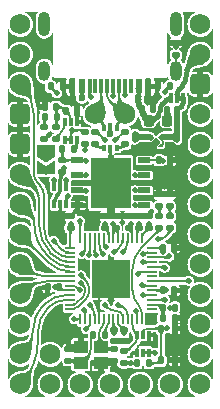
<source format=gtl>
G04 #@! TF.GenerationSoftware,KiCad,Pcbnew,(6.0.8)*
G04 #@! TF.CreationDate,2022-10-20T21:47:42+02:00*
G04 #@! TF.ProjectId,helios,68656c69-6f73-42e6-9b69-6361645f7063,rev1.0*
G04 #@! TF.SameCoordinates,Original*
G04 #@! TF.FileFunction,Copper,L1,Top*
G04 #@! TF.FilePolarity,Positive*
%FSLAX46Y46*%
G04 Gerber Fmt 4.6, Leading zero omitted, Abs format (unit mm)*
G04 Created by KiCad (PCBNEW (6.0.8)) date 2022-10-20 21:47:42*
%MOMM*%
%LPD*%
G01*
G04 APERTURE LIST*
G04 Aperture macros list*
%AMRoundRect*
0 Rectangle with rounded corners*
0 $1 Rounding radius*
0 $2 $3 $4 $5 $6 $7 $8 $9 X,Y pos of 4 corners*
0 Add a 4 corners polygon primitive as box body*
4,1,4,$2,$3,$4,$5,$6,$7,$8,$9,$2,$3,0*
0 Add four circle primitives for the rounded corners*
1,1,$1+$1,$2,$3*
1,1,$1+$1,$4,$5*
1,1,$1+$1,$6,$7*
1,1,$1+$1,$8,$9*
0 Add four rect primitives between the rounded corners*
20,1,$1+$1,$2,$3,$4,$5,0*
20,1,$1+$1,$4,$5,$6,$7,0*
20,1,$1+$1,$6,$7,$8,$9,0*
20,1,$1+$1,$8,$9,$2,$3,0*%
%AMRotRect*
0 Rectangle, with rotation*
0 The origin of the aperture is its center*
0 $1 length*
0 $2 width*
0 $3 Rotation angle, in degrees counterclockwise*
0 Add horizontal line*
21,1,$1,$2,0,0,$3*%
%AMFreePoly0*
4,1,6,1.000000,0.000000,0.500000,-0.750000,-0.500000,-0.750000,-0.500000,0.750000,0.500000,0.750000,1.000000,0.000000,1.000000,0.000000,$1*%
%AMFreePoly1*
4,1,6,0.500000,-0.750000,-0.650000,-0.750000,-0.150000,0.000000,-0.650000,0.750000,0.500000,0.750000,0.500000,-0.750000,0.500000,-0.750000,$1*%
%AMFreePoly2*
4,1,6,0.250000,0.065000,0.005000,-0.185000,-0.175000,-0.185000,-0.175000,0.095000,0.250000,0.095000,0.250000,0.065000,0.250000,0.065000,$1*%
%AMFreePoly3*
4,1,6,0.250000,-0.065000,0.250000,-0.095000,-0.175000,-0.095000,-0.175000,0.185000,0.005000,0.185000,0.250000,-0.065000,0.250000,-0.065000,$1*%
%AMFreePoly4*
4,1,6,0.175000,-0.095000,-0.250000,-0.095000,-0.250000,-0.065000,-0.005000,0.185000,0.175000,0.185000,0.175000,-0.095000,0.175000,-0.095000,$1*%
%AMFreePoly5*
4,1,6,0.175000,-0.185000,-0.005000,-0.185000,-0.250000,0.065000,-0.250000,0.095000,0.175000,0.095000,0.175000,-0.185000,0.175000,-0.185000,$1*%
G04 Aperture macros list end*
G04 #@! TA.AperFunction,EtchedComponent*
%ADD10C,0.400000*%
G04 #@! TD*
G04 #@! TA.AperFunction,SMDPad,CuDef*
%ADD11R,0.340000X0.700000*%
G04 #@! TD*
G04 #@! TA.AperFunction,SMDPad,CuDef*
%ADD12RoundRect,0.135000X0.135000X0.185000X-0.135000X0.185000X-0.135000X-0.185000X0.135000X-0.185000X0*%
G04 #@! TD*
G04 #@! TA.AperFunction,SMDPad,CuDef*
%ADD13RoundRect,0.135000X0.185000X-0.135000X0.185000X0.135000X-0.185000X0.135000X-0.185000X-0.135000X0*%
G04 #@! TD*
G04 #@! TA.AperFunction,SMDPad,CuDef*
%ADD14RoundRect,0.140000X-0.140000X-0.170000X0.140000X-0.170000X0.140000X0.170000X-0.140000X0.170000X0*%
G04 #@! TD*
G04 #@! TA.AperFunction,SMDPad,CuDef*
%ADD15R,0.375000X0.500000*%
G04 #@! TD*
G04 #@! TA.AperFunction,SMDPad,CuDef*
%ADD16R,0.300000X0.650000*%
G04 #@! TD*
G04 #@! TA.AperFunction,SMDPad,CuDef*
%ADD17RoundRect,0.140000X0.140000X0.170000X-0.140000X0.170000X-0.140000X-0.170000X0.140000X-0.170000X0*%
G04 #@! TD*
G04 #@! TA.AperFunction,SMDPad,CuDef*
%ADD18RoundRect,0.050000X-0.387500X-0.050000X0.387500X-0.050000X0.387500X0.050000X-0.387500X0.050000X0*%
G04 #@! TD*
G04 #@! TA.AperFunction,SMDPad,CuDef*
%ADD19RoundRect,0.050000X-0.050000X-0.387500X0.050000X-0.387500X0.050000X0.387500X-0.050000X0.387500X0*%
G04 #@! TD*
G04 #@! TA.AperFunction,SMDPad,CuDef*
%ADD20R,3.200000X3.200000*%
G04 #@! TD*
G04 #@! TA.AperFunction,SMDPad,CuDef*
%ADD21RoundRect,0.135000X-0.135000X-0.185000X0.135000X-0.185000X0.135000X0.185000X-0.135000X0.185000X0*%
G04 #@! TD*
G04 #@! TA.AperFunction,SMDPad,CuDef*
%ADD22RoundRect,0.075000X0.075000X0.375000X-0.075000X0.375000X-0.075000X-0.375000X0.075000X-0.375000X0*%
G04 #@! TD*
G04 #@! TA.AperFunction,SMDPad,CuDef*
%ADD23RoundRect,0.140000X-0.170000X0.140000X-0.170000X-0.140000X0.170000X-0.140000X0.170000X0.140000X0*%
G04 #@! TD*
G04 #@! TA.AperFunction,SMDPad,CuDef*
%ADD24FreePoly0,270.000000*%
G04 #@! TD*
G04 #@! TA.AperFunction,SMDPad,CuDef*
%ADD25FreePoly1,270.000000*%
G04 #@! TD*
G04 #@! TA.AperFunction,ComponentPad*
%ADD26C,1.752600*%
G04 #@! TD*
G04 #@! TA.AperFunction,ComponentPad*
%ADD27RoundRect,0.438150X-0.438150X0.438150X-0.438150X-0.438150X0.438150X-0.438150X0.438150X0.438150X0*%
G04 #@! TD*
G04 #@! TA.AperFunction,SMDPad,CuDef*
%ADD28RoundRect,0.140000X0.170000X-0.140000X0.170000X0.140000X-0.170000X0.140000X-0.170000X-0.140000X0*%
G04 #@! TD*
G04 #@! TA.AperFunction,SMDPad,CuDef*
%ADD29RoundRect,0.147500X-0.172500X0.147500X-0.172500X-0.147500X0.172500X-0.147500X0.172500X0.147500X0*%
G04 #@! TD*
G04 #@! TA.AperFunction,SMDPad,CuDef*
%ADD30RoundRect,0.125000X-0.125000X-0.225000X0.125000X-0.225000X0.125000X0.225000X-0.125000X0.225000X0*%
G04 #@! TD*
G04 #@! TA.AperFunction,SMDPad,CuDef*
%ADD31R,1.150000X1.000000*%
G04 #@! TD*
G04 #@! TA.AperFunction,SMDPad,CuDef*
%ADD32RoundRect,0.026400X-0.493600X-0.193600X0.493600X-0.193600X0.493600X0.193600X-0.493600X0.193600X0*%
G04 #@! TD*
G04 #@! TA.AperFunction,SMDPad,CuDef*
%ADD33R,3.400000X4.300000*%
G04 #@! TD*
G04 #@! TA.AperFunction,SMDPad,CuDef*
%ADD34RoundRect,0.137500X-0.137500X0.212500X-0.137500X-0.212500X0.137500X-0.212500X0.137500X0.212500X0*%
G04 #@! TD*
G04 #@! TA.AperFunction,SMDPad,CuDef*
%ADD35FreePoly2,0.000000*%
G04 #@! TD*
G04 #@! TA.AperFunction,SMDPad,CuDef*
%ADD36FreePoly3,0.000000*%
G04 #@! TD*
G04 #@! TA.AperFunction,SMDPad,CuDef*
%ADD37FreePoly4,0.000000*%
G04 #@! TD*
G04 #@! TA.AperFunction,SMDPad,CuDef*
%ADD38FreePoly5,0.000000*%
G04 #@! TD*
G04 #@! TA.AperFunction,SMDPad,CuDef*
%ADD39RotRect,0.480000X0.480000X315.000000*%
G04 #@! TD*
G04 #@! TA.AperFunction,SMDPad,CuDef*
%ADD40R,0.600000X1.150000*%
G04 #@! TD*
G04 #@! TA.AperFunction,SMDPad,CuDef*
%ADD41R,0.300000X1.150000*%
G04 #@! TD*
G04 #@! TA.AperFunction,ComponentPad*
%ADD42O,1.000000X1.700000*%
G04 #@! TD*
G04 #@! TA.AperFunction,ComponentPad*
%ADD43O,1.000000X2.100000*%
G04 #@! TD*
G04 #@! TA.AperFunction,SMDPad,CuDef*
%ADD44RoundRect,0.218750X-0.218750X-0.256250X0.218750X-0.256250X0.218750X0.256250X-0.218750X0.256250X0*%
G04 #@! TD*
G04 #@! TA.AperFunction,SMDPad,CuDef*
%ADD45RoundRect,0.135000X-0.185000X0.135000X-0.185000X-0.135000X0.185000X-0.135000X0.185000X0.135000X0*%
G04 #@! TD*
G04 #@! TA.AperFunction,ViaPad*
%ADD46C,0.460000*%
G04 #@! TD*
G04 #@! TA.AperFunction,ViaPad*
%ADD47C,0.600000*%
G04 #@! TD*
G04 #@! TA.AperFunction,Conductor*
%ADD48C,0.200000*%
G04 #@! TD*
G04 #@! TA.AperFunction,Conductor*
%ADD49C,0.500000*%
G04 #@! TD*
G04 #@! TA.AperFunction,Conductor*
%ADD50C,0.300000*%
G04 #@! TD*
G04 #@! TA.AperFunction,Conductor*
%ADD51C,0.400000*%
G04 #@! TD*
G04 APERTURE END LIST*
D10*
G04 #@! TO.C,JP2*
X164890000Y-140400000D02*
X164640000Y-140400000D01*
G04 #@! TD*
D11*
G04 #@! TO.P,Q1,1,S*
G04 #@! TO.N,GND*
X162120000Y-160470000D03*
G04 #@! TO.P,Q1,2,G*
G04 #@! TO.N,/RESET*
X161620000Y-160470000D03*
G04 #@! TO.P,Q1,3,D*
G04 #@! TO.N,/RST*
X161120000Y-160470000D03*
G04 #@! TO.P,Q1,4,S*
G04 #@! TO.N,GND*
X161120000Y-161970000D03*
G04 #@! TO.P,Q1,5,G*
G04 #@! TO.N,Net-(Q1-Pad5)*
X161620000Y-161970000D03*
G04 #@! TO.P,Q1,6,D*
X162120000Y-161970000D03*
G04 #@! TD*
D12*
G04 #@! TO.P,R5,1*
G04 #@! TO.N,Net-(C1-Pad1)*
X154310000Y-142025000D03*
G04 #@! TO.P,R5,2*
G04 #@! TO.N,Net-(R5-Pad2)*
X153290000Y-142025000D03*
G04 #@! TD*
D13*
G04 #@! TO.P,R3,1*
G04 #@! TO.N,+3V3*
X160040000Y-162840000D03*
G04 #@! TO.P,R3,2*
G04 #@! TO.N,/RST*
X160040000Y-161820000D03*
G04 #@! TD*
D14*
G04 #@! TO.P,C3,1*
G04 #@! TO.N,VBUS*
X161510000Y-141370000D03*
G04 #@! TO.P,C3,2*
G04 #@! TO.N,GND*
X162470000Y-141370000D03*
G04 #@! TD*
D15*
G04 #@! TO.P,U1,1,I/O1*
G04 #@! TO.N,/USB+*
X158322500Y-144650000D03*
D16*
G04 #@! TO.P,U1,2,GND*
G04 #@! TO.N,GND*
X158860000Y-144725000D03*
D15*
G04 #@! TO.P,U1,3,I/O2*
G04 #@! TO.N,/USB-*
X159397500Y-144650000D03*
G04 #@! TO.P,U1,4,I/O2*
G04 #@! TO.N,/PORT-*
X159397500Y-142950000D03*
D16*
G04 #@! TO.P,U1,5,VBUS*
G04 #@! TO.N,+5V*
X158860000Y-142875000D03*
D15*
G04 #@! TO.P,U1,6,I/O1*
G04 #@! TO.N,/PORT+*
X158322500Y-142950000D03*
G04 #@! TD*
D17*
G04 #@! TO.P,C1,1*
G04 #@! TO.N,Net-(C1-Pad1)*
X154280000Y-141150000D03*
G04 #@! TO.P,C1,2*
G04 #@! TO.N,GND*
X153320000Y-141150000D03*
G04 #@! TD*
D18*
G04 #@! TO.P,U4,1,IOVDD*
G04 #@! TO.N,+3V3*
X155487500Y-153100000D03*
G04 #@! TO.P,U4,2,GPIO0*
G04 #@! TO.N,/0_TX0*
X155487500Y-153500000D03*
G04 #@! TO.P,U4,3,GPIO1*
G04 #@! TO.N,/1_RX0*
X155487500Y-153900000D03*
G04 #@! TO.P,U4,4,GPIO2*
G04 #@! TO.N,/2_SDA1*
X155487500Y-154300000D03*
G04 #@! TO.P,U4,5,GPIO3*
G04 #@! TO.N,/3_SCL1*
X155487500Y-154700000D03*
G04 #@! TO.P,U4,6,GPIO4*
G04 #@! TO.N,/4*
X155487500Y-155100000D03*
G04 #@! TO.P,U4,7,GPIO5*
G04 #@! TO.N,/5*
X155487500Y-155500000D03*
G04 #@! TO.P,U4,8,GPIO6*
G04 #@! TO.N,/6*
X155487500Y-155900000D03*
G04 #@! TO.P,U4,9,GPIO7*
G04 #@! TO.N,/7*
X155487500Y-156300000D03*
G04 #@! TO.P,U4,10,IOVDD*
G04 #@! TO.N,+3V3*
X155487500Y-156700000D03*
G04 #@! TO.P,U4,11,GPIO8*
G04 #@! TO.N,/8*
X155487500Y-157100000D03*
G04 #@! TO.P,U4,12,GPIO9*
G04 #@! TO.N,/9*
X155487500Y-157500000D03*
G04 #@! TO.P,U4,13,GPIO10*
G04 #@! TO.N,/10*
X155487500Y-157900000D03*
G04 #@! TO.P,U4,14,GPIO11*
G04 #@! TO.N,/11*
X155487500Y-158300000D03*
D19*
G04 #@! TO.P,U4,15,GPIO12*
G04 #@! TO.N,/12*
X156325000Y-159137500D03*
G04 #@! TO.P,U4,16,GPIO13*
G04 #@! TO.N,/13*
X156725000Y-159137500D03*
G04 #@! TO.P,U4,17,GPIO14*
G04 #@! TO.N,/14*
X157125000Y-159137500D03*
G04 #@! TO.P,U4,18,GPIO15*
G04 #@! TO.N,/15*
X157525000Y-159137500D03*
G04 #@! TO.P,U4,19,TESTEN*
G04 #@! TO.N,GND*
X157925000Y-159137500D03*
G04 #@! TO.P,U4,20,XTAL_IN*
G04 #@! TO.N,Net-(C7-Pad2)*
X158325000Y-159137500D03*
G04 #@! TO.P,U4,21,XTAL_OUT*
G04 #@! TO.N,Net-(R14-Pad2)*
X158725000Y-159137500D03*
G04 #@! TO.P,U4,22,IOVDD*
G04 #@! TO.N,+3V3*
X159125000Y-159137500D03*
G04 #@! TO.P,U4,23,DVDD*
G04 #@! TO.N,+1V1*
X159525000Y-159137500D03*
G04 #@! TO.P,U4,24,SWCLK*
G04 #@! TO.N,/SWD_CLK*
X159925000Y-159137500D03*
G04 #@! TO.P,U4,25,SWDIO*
G04 #@! TO.N,/SWD_IO*
X160325000Y-159137500D03*
G04 #@! TO.P,U4,26,~{RUN}*
G04 #@! TO.N,/RST*
X160725000Y-159137500D03*
G04 #@! TO.P,U4,27,GPIO16*
G04 #@! TO.N,/16*
X161125000Y-159137500D03*
G04 #@! TO.P,U4,28,GPIO17*
G04 #@! TO.N,/LED*
X161525000Y-159137500D03*
D18*
G04 #@! TO.P,U4,29,GPIO18*
G04 #@! TO.N,unconnected-(U4-Pad29)*
X162362500Y-158300000D03*
G04 #@! TO.P,U4,30,GPIO19*
G04 #@! TO.N,/VBUS_DETECT*
X162362500Y-157900000D03*
G04 #@! TO.P,U4,31,GPIO20*
G04 #@! TO.N,/20_SDI*
X162362500Y-157500000D03*
G04 #@! TO.P,U4,32,GPIO21*
G04 #@! TO.N,/21_CS*
X162362500Y-157100000D03*
G04 #@! TO.P,U4,33,IOVDD*
G04 #@! TO.N,+3V3*
X162362500Y-156700000D03*
G04 #@! TO.P,U4,34,GPIO22*
G04 #@! TO.N,/22_SCK*
X162362500Y-156300000D03*
G04 #@! TO.P,U4,35,GPIO23*
G04 #@! TO.N,/23_SDO*
X162362500Y-155900000D03*
G04 #@! TO.P,U4,36,GPIO24*
G04 #@! TO.N,unconnected-(U4-Pad36)*
X162362500Y-155500000D03*
G04 #@! TO.P,U4,37,GPIO25*
G04 #@! TO.N,/RGB_DO*
X162362500Y-155100000D03*
G04 #@! TO.P,U4,38,GPIO26/ADC0*
G04 #@! TO.N,/A0*
X162362500Y-154700000D03*
G04 #@! TO.P,U4,39,GPIO27/ADC1*
G04 #@! TO.N,/A1*
X162362500Y-154300000D03*
G04 #@! TO.P,U4,40,GPIO28/ADC2*
G04 #@! TO.N,/A2*
X162362500Y-153900000D03*
G04 #@! TO.P,U4,41,GPIO29/ADC3*
G04 #@! TO.N,/A3*
X162362500Y-153500000D03*
G04 #@! TO.P,U4,42,IOVDD*
G04 #@! TO.N,+3V3*
X162362500Y-153100000D03*
D19*
G04 #@! TO.P,U4,43,ADC_AVDD*
X161525000Y-152262500D03*
G04 #@! TO.P,U4,44,VREG_VIN*
X161125000Y-152262500D03*
G04 #@! TO.P,U4,45,VREG_VOUT*
G04 #@! TO.N,+1V1*
X160725000Y-152262500D03*
G04 #@! TO.P,U4,46,D-*
G04 #@! TO.N,/D-*
X160325000Y-152262500D03*
G04 #@! TO.P,U4,47,D+*
G04 #@! TO.N,/D+*
X159925000Y-152262500D03*
G04 #@! TO.P,U4,48,USB_VDD*
G04 #@! TO.N,+3V3*
X159525000Y-152262500D03*
G04 #@! TO.P,U4,49,IOVDD*
X159125000Y-152262500D03*
G04 #@! TO.P,U4,50,DVDD*
G04 #@! TO.N,+1V1*
X158725000Y-152262500D03*
G04 #@! TO.P,U4,51,QSPI_SD3*
G04 #@! TO.N,/QSPI_SD3*
X158325000Y-152262500D03*
G04 #@! TO.P,U4,52,QSPI_SCLK*
G04 #@! TO.N,/QSPI_CLK*
X157925000Y-152262500D03*
G04 #@! TO.P,U4,53,QSPI_SD0*
G04 #@! TO.N,/QSPI_SD0*
X157525000Y-152262500D03*
G04 #@! TO.P,U4,54,QSPI_SD2*
G04 #@! TO.N,/QSPI_SD2*
X157125000Y-152262500D03*
G04 #@! TO.P,U4,55,QSPI_SD1*
G04 #@! TO.N,/QSPI_SD1*
X156725000Y-152262500D03*
G04 #@! TO.P,U4,56,QSPI_SS_N*
G04 #@! TO.N,/QSPI_CS*
X156325000Y-152262500D03*
D20*
G04 #@! TO.P,U4,57,GND*
G04 #@! TO.N,GND*
X158925000Y-155700000D03*
G04 #@! TD*
D11*
G04 #@! TO.P,Q2,1,S*
G04 #@! TO.N,Net-(Q1-Pad5)*
X155025000Y-143925000D03*
G04 #@! TO.P,Q2,2,G*
X155525000Y-143925000D03*
G04 #@! TO.P,Q2,3,D*
G04 #@! TO.N,/BOOT*
X156025000Y-143925000D03*
G04 #@! TO.P,Q2,4,S*
G04 #@! TO.N,GND*
X156025000Y-142425000D03*
G04 #@! TO.P,Q2,5,G*
G04 #@! TO.N,Net-(C1-Pad1)*
X155525000Y-142425000D03*
G04 #@! TO.P,Q2,6,D*
G04 #@! TO.N,Net-(Q2-Pad6)*
X155025000Y-142425000D03*
G04 #@! TD*
D21*
G04 #@! TO.P,R14,1*
G04 #@! TO.N,Net-(C8-Pad2)*
X157410000Y-160440000D03*
G04 #@! TO.P,R14,2*
G04 #@! TO.N,Net-(R14-Pad2)*
X158430000Y-160440000D03*
G04 #@! TD*
D14*
G04 #@! TO.P,C12,1*
G04 #@! TO.N,+3V3*
X163320000Y-156700000D03*
G04 #@! TO.P,C12,2*
G04 #@! TO.N,GND*
X164280000Y-156700000D03*
G04 #@! TD*
D22*
G04 #@! TO.P,JP2,1,A*
G04 #@! TO.N,+5V*
X165040000Y-140400000D03*
G04 #@! TO.P,JP2,2,C*
G04 #@! TO.N,/RAW*
X164490000Y-140400000D03*
G04 #@! TO.P,JP2,3,B*
G04 #@! TO.N,VBUS*
X163965000Y-140400000D03*
G04 #@! TD*
D23*
G04 #@! TO.P,C9,1*
G04 #@! TO.N,GND*
X161300000Y-150430000D03*
G04 #@! TO.P,C9,2*
G04 #@! TO.N,+3V3*
X161300000Y-151390000D03*
G04 #@! TD*
D21*
G04 #@! TO.P,R9,1*
G04 #@! TO.N,/QSPI_CS*
X154790000Y-144740000D03*
G04 #@! TO.P,R9,2*
G04 #@! TO.N,/BOOT*
X155810000Y-144740000D03*
G04 #@! TD*
D24*
G04 #@! TO.P,JP1,1,A*
G04 #@! TO.N,+3V3*
X153390000Y-144905000D03*
D25*
G04 #@! TO.P,JP1,2,B*
G04 #@! TO.N,Net-(D1-Pad2)*
X153390000Y-146355000D03*
G04 #@! TD*
D23*
G04 #@! TO.P,C5,1*
G04 #@! TO.N,+3V3*
X161590000Y-143690000D03*
G04 #@! TO.P,C5,2*
G04 #@! TO.N,GND*
X161590000Y-144650000D03*
G04 #@! TD*
D13*
G04 #@! TO.P,R15,1*
G04 #@! TO.N,Net-(D2-Pad1)*
X163020000Y-149580000D03*
G04 #@! TO.P,R15,2*
G04 #@! TO.N,GND*
X163020000Y-148560000D03*
G04 #@! TD*
G04 #@! TO.P,R2,1*
G04 #@! TO.N,+3V3*
X156750000Y-144320000D03*
G04 #@! TO.P,R2,2*
G04 #@! TO.N,Net-(Q1-Pad5)*
X156750000Y-143300000D03*
G04 #@! TD*
D21*
G04 #@! TO.P,R17,1*
G04 #@! TO.N,/VBUS_DETECT*
X163290000Y-159025000D03*
G04 #@! TO.P,R17,2*
G04 #@! TO.N,GND*
X164310000Y-159025000D03*
G04 #@! TD*
D26*
G04 #@! TO.P,J2,1,IO10*
G04 #@! TO.N,/10*
X151235000Y-134160000D03*
G04 #@! TO.P,J2,2,IO0/TX*
G04 #@! TO.N,/0_TX0*
X151235000Y-136700000D03*
G04 #@! TO.P,J2,3,IO1/RX*
G04 #@! TO.N,/1_RX0*
X151235000Y-139240000D03*
D27*
G04 #@! TO.P,J2,4,GND*
G04 #@! TO.N,GND*
X151235000Y-141780000D03*
G04 #@! TO.P,J2,5,GND*
X151235000Y-144320000D03*
D26*
G04 #@! TO.P,J2,6,IO2/SDA*
G04 #@! TO.N,/2_SDA1*
X151235000Y-146860000D03*
G04 #@! TO.P,J2,7,IO3/SCL*
G04 #@! TO.N,/3_SCL1*
X151235000Y-149400000D03*
G04 #@! TO.P,J2,8,IO4*
G04 #@! TO.N,/4*
X151235000Y-151940000D03*
G04 #@! TO.P,J2,9,IO5*
G04 #@! TO.N,/5*
X151235000Y-154480000D03*
G04 #@! TO.P,J2,10,IO6*
G04 #@! TO.N,/6*
X151235000Y-157020000D03*
G04 #@! TO.P,J2,11,IO7*
G04 #@! TO.N,/7*
X151235000Y-159560000D03*
G04 #@! TO.P,J2,12,IO8*
G04 #@! TO.N,/8*
X151235000Y-162100000D03*
G04 #@! TO.P,J2,13,IO9*
G04 #@! TO.N,/9*
X151235000Y-164640000D03*
G04 #@! TO.P,J2,14,IO12*
G04 #@! TO.N,/12*
X153775000Y-164640000D03*
G04 #@! TO.P,J2,15,IO13*
G04 #@! TO.N,/13*
X156315000Y-164640000D03*
G04 #@! TO.P,J2,16,IO14*
G04 #@! TO.N,/14*
X158855000Y-164640000D03*
G04 #@! TO.P,J2,17,IO15*
G04 #@! TO.N,/15*
X161395000Y-164640000D03*
G04 #@! TO.P,J2,18,IO16*
G04 #@! TO.N,/16*
X163935000Y-164640000D03*
G04 #@! TO.P,J2,19,IO21/CS*
G04 #@! TO.N,/21_CS*
X166475000Y-164640000D03*
G04 #@! TO.P,J2,20,IO23/SDO*
G04 #@! TO.N,/23_SDO*
X166475000Y-162100000D03*
G04 #@! TO.P,J2,21,IO20/SDI*
G04 #@! TO.N,/20_SDI*
X166475000Y-159560000D03*
G04 #@! TO.P,J2,22,IO22/SCK*
G04 #@! TO.N,/22_SCK*
X166475000Y-157020000D03*
G04 #@! TO.P,J2,23,IO26/A0*
G04 #@! TO.N,/A0*
X166475000Y-154480000D03*
G04 #@! TO.P,J2,24,IO27/A1*
G04 #@! TO.N,/A1*
X166475000Y-151940000D03*
G04 #@! TO.P,J2,25,IO28/A2*
G04 #@! TO.N,/A2*
X166475000Y-149400000D03*
G04 #@! TO.P,J2,26,IO29/A3*
G04 #@! TO.N,/A3*
X166475000Y-146860000D03*
G04 #@! TO.P,J2,27,3V3*
G04 #@! TO.N,+3V3*
X166475000Y-144320000D03*
G04 #@! TO.P,J2,28,RST*
G04 #@! TO.N,/RESET*
X166475000Y-141780000D03*
D27*
G04 #@! TO.P,J2,29,GND*
G04 #@! TO.N,GND*
X166475000Y-139240000D03*
D26*
G04 #@! TO.P,J2,30,5V*
G04 #@! TO.N,/RAW*
X166475000Y-136700000D03*
G04 #@! TO.P,J2,31,IO11*
G04 #@! TO.N,/11*
X166475000Y-134160000D03*
G04 #@! TO.P,J2,32,IO25/shifted*
G04 #@! TO.N,/RGB_5V*
X153780000Y-162100000D03*
G04 #@! TO.P,J2,33,D-*
G04 #@! TO.N,/PORT-*
X160125000Y-141780000D03*
G04 #@! TO.P,J2,34,D+*
G04 #@! TO.N,/PORT+*
X157585000Y-141780000D03*
G04 #@! TD*
D11*
G04 #@! TO.P,U5,1,VCCA*
G04 #@! TO.N,+3V3*
X154125000Y-149400000D03*
G04 #@! TO.P,U5,2,GND*
G04 #@! TO.N,GND*
X154625000Y-149400000D03*
G04 #@! TO.P,U5,3,A*
G04 #@! TO.N,/RGB_DO*
X155125000Y-149400000D03*
G04 #@! TO.P,U5,4,B*
G04 #@! TO.N,/RGB_5V*
X155125000Y-147900000D03*
G04 #@! TO.P,U5,5,DIR*
G04 #@! TO.N,+3V3*
X154625000Y-147900000D03*
G04 #@! TO.P,U5,6,VCCB*
G04 #@! TO.N,+5V*
X154125000Y-147900000D03*
G04 #@! TD*
D28*
G04 #@! TO.P,C16,1*
G04 #@! TO.N,+3V3*
X155490000Y-151390000D03*
G04 #@! TO.P,C16,2*
G04 #@! TO.N,GND*
X155490000Y-150430000D03*
G04 #@! TD*
G04 #@! TO.P,C17,1*
G04 #@! TO.N,+1V1*
X158450000Y-151390000D03*
G04 #@! TO.P,C17,2*
G04 #@! TO.N,GND*
X158450000Y-150430000D03*
G04 #@! TD*
D13*
G04 #@! TO.P,R10,1*
G04 #@! TO.N,Net-(D1-Pad1)*
X163910000Y-149580000D03*
G04 #@! TO.P,R10,2*
G04 #@! TO.N,GND*
X163910000Y-148560000D03*
G04 #@! TD*
D29*
G04 #@! TO.P,D2,1,K*
G04 #@! TO.N,Net-(D2-Pad1)*
X163020000Y-150415000D03*
G04 #@! TO.P,D2,2,A*
G04 #@! TO.N,/LED*
X163020000Y-151385000D03*
G04 #@! TD*
D21*
G04 #@! TO.P,R7,1*
G04 #@! TO.N,GND*
X162870000Y-139430000D03*
G04 #@! TO.P,R7,2*
G04 #@! TO.N,Net-(J1-PadA5)*
X163890000Y-139430000D03*
G04 #@! TD*
D23*
G04 #@! TO.P,C19,1*
G04 #@! TO.N,+1V1*
X160010000Y-160010000D03*
G04 #@! TO.P,C19,2*
G04 #@! TO.N,GND*
X160010000Y-160970000D03*
G04 #@! TD*
D12*
G04 #@! TO.P,R16,1*
G04 #@! TO.N,VBUS*
X164310000Y-158150000D03*
G04 #@! TO.P,R16,2*
G04 #@! TO.N,/VBUS_DETECT*
X163290000Y-158150000D03*
G04 #@! TD*
D23*
G04 #@! TO.P,C8,1*
G04 #@! TO.N,GND*
X155320000Y-161670000D03*
G04 #@! TO.P,C8,2*
G04 #@! TO.N,Net-(C8-Pad2)*
X155320000Y-162630000D03*
G04 #@! TD*
D30*
G04 #@! TO.P,D3,1,K*
G04 #@! TO.N,+5V*
X164500000Y-141390000D03*
G04 #@! TO.P,D3,2,A*
G04 #@! TO.N,Net-(D3-Pad2)*
X163700000Y-141390000D03*
G04 #@! TD*
D13*
G04 #@! TO.P,R13,1*
G04 #@! TO.N,/USB-*
X160120000Y-144310000D03*
G04 #@! TO.P,R13,2*
G04 #@! TO.N,/D-*
X160120000Y-143290000D03*
G04 #@! TD*
G04 #@! TO.P,R12,1*
G04 #@! TO.N,/USB+*
X157600000Y-144320000D03*
G04 #@! TO.P,R12,2*
G04 #@! TO.N,/D+*
X157600000Y-143300000D03*
G04 #@! TD*
D31*
G04 #@! TO.P,Y1,1,1*
G04 #@! TO.N,Net-(C8-Pad2)*
X156345000Y-162850000D03*
G04 #@! TO.P,Y1,2,2*
G04 #@! TO.N,GND*
X158095000Y-162850000D03*
G04 #@! TO.P,Y1,3,3*
G04 #@! TO.N,Net-(C7-Pad2)*
X158095000Y-161450000D03*
G04 #@! TO.P,Y1,4,4*
G04 #@! TO.N,GND*
X156345000Y-161450000D03*
G04 #@! TD*
D32*
G04 #@! TO.P,U3,1,/CS*
G04 #@! TO.N,/QSPI_CS*
X156055000Y-145695000D03*
G04 #@! TO.P,U3,2,DO(IO1)*
G04 #@! TO.N,/QSPI_SD1*
X156055000Y-146965000D03*
G04 #@! TO.P,U3,3,IO2*
G04 #@! TO.N,/QSPI_SD2*
X156055000Y-148235000D03*
G04 #@! TO.P,U3,4,GND*
G04 #@! TO.N,GND*
X156055000Y-149505000D03*
G04 #@! TO.P,U3,5,DI(IO0)*
G04 #@! TO.N,/QSPI_SD0*
X161745000Y-149505000D03*
G04 #@! TO.P,U3,6,CLK*
G04 #@! TO.N,/QSPI_CLK*
X161745000Y-148235000D03*
G04 #@! TO.P,U3,7,IO3*
G04 #@! TO.N,/QSPI_SD3*
X161745000Y-146965000D03*
G04 #@! TO.P,U3,8,VCC*
G04 #@! TO.N,+3V3*
X161745000Y-145695000D03*
D33*
G04 #@! TO.P,U3,9,GND*
G04 #@! TO.N,GND*
X158900000Y-147600000D03*
G04 #@! TD*
D23*
G04 #@! TO.P,C10,1*
G04 #@! TO.N,GND*
X160450000Y-150430000D03*
G04 #@! TO.P,C10,2*
G04 #@! TO.N,+1V1*
X160450000Y-151390000D03*
G04 #@! TD*
D29*
G04 #@! TO.P,D1,1,K*
G04 #@! TO.N,Net-(D1-Pad1)*
X163910000Y-150405000D03*
G04 #@! TO.P,D1,2,A*
G04 #@! TO.N,Net-(D1-Pad2)*
X163910000Y-151375000D03*
G04 #@! TD*
D14*
G04 #@! TO.P,C2,1*
G04 #@! TO.N,Net-(C1-Pad1)*
X155095000Y-141475000D03*
G04 #@! TO.P,C2,2*
G04 #@! TO.N,GND*
X156055000Y-141475000D03*
G04 #@! TD*
D21*
G04 #@! TO.P,R1,1*
G04 #@! TO.N,+3V3*
X161120000Y-162860000D03*
G04 #@! TO.P,R1,2*
G04 #@! TO.N,/RESET*
X162140000Y-162860000D03*
G04 #@! TD*
D28*
G04 #@! TO.P,C18,1*
G04 #@! TO.N,+3V3*
X162150000Y-151390000D03*
G04 #@! TO.P,C18,2*
G04 #@! TO.N,GND*
X162150000Y-150430000D03*
G04 #@! TD*
D34*
G04 #@! TO.P,SW1,1,1*
G04 #@! TO.N,GND*
X164315000Y-162620000D03*
X164315000Y-159920000D03*
G04 #@! TO.P,SW1,2,2*
G04 #@! TO.N,/RESET*
X163165000Y-162620000D03*
X163165000Y-159920000D03*
G04 #@! TD*
D35*
G04 #@! TO.P,U2,1,Vout*
G04 #@! TO.N,+3V3*
X162305000Y-143830000D03*
D36*
G04 #@! TO.P,U2,2,GND*
G04 #@! TO.N,GND*
X162305000Y-144500000D03*
D37*
G04 #@! TO.P,U2,3,EN*
G04 #@! TO.N,+5V*
X163175000Y-144500000D03*
D38*
G04 #@! TO.P,U2,4,Vin*
X163175000Y-143830000D03*
D39*
G04 #@! TO.P,U2,5,TP*
G04 #@! TO.N,GND*
X162740000Y-144165000D03*
G04 #@! TD*
D28*
G04 #@! TO.P,C7,1*
G04 #@! TO.N,GND*
X159140000Y-162630000D03*
G04 #@! TO.P,C7,2*
G04 #@! TO.N,Net-(C7-Pad2)*
X159140000Y-161670000D03*
G04 #@! TD*
D17*
G04 #@! TO.P,C15,1*
G04 #@! TO.N,+3V3*
X154505000Y-156425000D03*
G04 #@! TO.P,C15,2*
G04 #@! TO.N,GND*
X153545000Y-156425000D03*
G04 #@! TD*
D40*
G04 #@! TO.P,J1,A1,GND*
G04 #@! TO.N,GND*
X162055000Y-139430000D03*
G04 #@! TO.P,J1,A4,VBUS*
G04 #@! TO.N,VBUS*
X161255000Y-139430000D03*
D41*
G04 #@! TO.P,J1,A5,CC1*
G04 #@! TO.N,Net-(J1-PadA5)*
X160105000Y-139430000D03*
G04 #@! TO.P,J1,A6,D+*
G04 #@! TO.N,/PORT+*
X159105000Y-139430000D03*
G04 #@! TO.P,J1,A7,D-*
G04 #@! TO.N,/PORT-*
X158605000Y-139430000D03*
G04 #@! TO.P,J1,A8,SBU1*
G04 #@! TO.N,unconnected-(J1-PadA8)*
X157605000Y-139430000D03*
D40*
G04 #@! TO.P,J1,A9,VBUS*
G04 #@! TO.N,VBUS*
X156455000Y-139430000D03*
G04 #@! TO.P,J1,A12,GND*
G04 #@! TO.N,GND*
X155655000Y-139430000D03*
G04 #@! TO.P,J1,B1,GND*
X155655000Y-139430000D03*
G04 #@! TO.P,J1,B4,VBUS*
G04 #@! TO.N,VBUS*
X156455000Y-139430000D03*
D41*
G04 #@! TO.P,J1,B5,CC2*
G04 #@! TO.N,Net-(J1-PadB5)*
X157105000Y-139430000D03*
G04 #@! TO.P,J1,B6,D+*
G04 #@! TO.N,/PORT+*
X158105000Y-139430000D03*
G04 #@! TO.P,J1,B7,D-*
G04 #@! TO.N,/PORT-*
X159605000Y-139430000D03*
G04 #@! TO.P,J1,B8,SBU2*
G04 #@! TO.N,unconnected-(J1-PadB8)*
X160605000Y-139430000D03*
D40*
G04 #@! TO.P,J1,B9,VBUS*
G04 #@! TO.N,VBUS*
X161255000Y-139430000D03*
G04 #@! TO.P,J1,B12,GND*
G04 #@! TO.N,GND*
X162055000Y-139430000D03*
D42*
G04 #@! TO.P,J1,S1,SHIELD*
G04 #@! TO.N,Net-(FB1-Pad1)*
X164430000Y-138130000D03*
G04 #@! TO.P,J1,S2*
G04 #@! TO.N,N/C*
X153280000Y-138130000D03*
D43*
G04 #@! TO.P,J1,S3*
X153280000Y-134130000D03*
G04 #@! TO.P,J1,S4*
X164430000Y-134130000D03*
G04 #@! TD*
D23*
G04 #@! TO.P,C11,1*
G04 #@! TO.N,+3V3*
X159170000Y-160010000D03*
G04 #@! TO.P,C11,2*
G04 #@! TO.N,GND*
X159170000Y-160970000D03*
G04 #@! TD*
D14*
G04 #@! TO.P,C13,1*
G04 #@! TO.N,+3V3*
X163310000Y-153100000D03*
G04 #@! TO.P,C13,2*
G04 #@! TO.N,GND*
X164270000Y-153100000D03*
G04 #@! TD*
D44*
G04 #@! TO.P,F1,1*
G04 #@! TO.N,VBUS*
X162122500Y-142310000D03*
G04 #@! TO.P,F1,2*
G04 #@! TO.N,Net-(D3-Pad2)*
X163697500Y-142310000D03*
G04 #@! TD*
D13*
G04 #@! TO.P,R11,1*
G04 #@! TO.N,+3V3*
X154800000Y-146710000D03*
G04 #@! TO.P,R11,2*
G04 #@! TO.N,/QSPI_CS*
X154800000Y-145690000D03*
G04 #@! TD*
D14*
G04 #@! TO.P,C6,1*
G04 #@! TO.N,+3V3*
X162990000Y-145690000D03*
G04 #@! TO.P,C6,2*
G04 #@! TO.N,GND*
X163950000Y-145690000D03*
G04 #@! TD*
D12*
G04 #@! TO.P,R8,1*
G04 #@! TO.N,GND*
X154830000Y-139430000D03*
G04 #@! TO.P,R8,2*
G04 #@! TO.N,Net-(J1-PadB5)*
X153810000Y-139430000D03*
G04 #@! TD*
D45*
G04 #@! TO.P,R6,1*
G04 #@! TO.N,Net-(R5-Pad2)*
X153275000Y-142865000D03*
G04 #@! TO.P,R6,2*
G04 #@! TO.N,GND*
X153275000Y-143885000D03*
G04 #@! TD*
D23*
G04 #@! TO.P,C4,1*
G04 #@! TO.N,+5V*
X163890000Y-143690000D03*
G04 #@! TO.P,C4,2*
G04 #@! TO.N,GND*
X163890000Y-144650000D03*
G04 #@! TD*
D13*
G04 #@! TO.P,R4,1*
G04 #@! TO.N,Net-(Q2-Pad6)*
X154300000Y-143885000D03*
G04 #@! TO.P,R4,2*
G04 #@! TO.N,Net-(C1-Pad1)*
X154300000Y-142865000D03*
G04 #@! TD*
D28*
G04 #@! TO.P,C14,1*
G04 #@! TO.N,+3V3*
X159300000Y-151390000D03*
G04 #@! TO.P,C14,2*
G04 #@! TO.N,GND*
X159300000Y-150430000D03*
G04 #@! TD*
D13*
G04 #@! TO.P,FB1,1*
G04 #@! TO.N,Net-(FB1-Pad1)*
X164420000Y-136740000D03*
G04 #@! TO.P,FB1,2*
G04 #@! TO.N,GND*
X164420000Y-135720000D03*
G04 #@! TD*
D46*
G04 #@! TO.N,GND*
X160130000Y-165300000D03*
X150450000Y-143030000D03*
X167160000Y-158280000D03*
D47*
X155670000Y-140410000D03*
D46*
X167110000Y-160860000D03*
X158320000Y-156300000D03*
X152730000Y-156780000D03*
X164440000Y-136100000D03*
X155050000Y-165270000D03*
X152500000Y-165330000D03*
X165540000Y-145480000D03*
X150490000Y-150670000D03*
X158900000Y-147000000D03*
X162500000Y-161310000D03*
X152860000Y-154690000D03*
X153180000Y-136180000D03*
X162330000Y-150090000D03*
X158900000Y-146400000D03*
X162650000Y-165310000D03*
D47*
X162750000Y-140410000D03*
D46*
X158900000Y-147600000D03*
X159530000Y-155100000D03*
X158900000Y-148800000D03*
X158900000Y-148200000D03*
D47*
X155000000Y-140410000D03*
D46*
X150510000Y-155750000D03*
X158925000Y-156300000D03*
X153670000Y-143500000D03*
X158330000Y-155100000D03*
X150490000Y-148120000D03*
X167200000Y-143100000D03*
X159525000Y-155700000D03*
X159520000Y-156300000D03*
X160560000Y-160870000D03*
X154260000Y-150270000D03*
X163380000Y-147020000D03*
X158925000Y-155700000D03*
X165070000Y-161570000D03*
X150500000Y-163380000D03*
D47*
X162080000Y-140410000D03*
D46*
X167210000Y-148150000D03*
X158325000Y-155700000D03*
X158925000Y-155100000D03*
X161230000Y-142760000D03*
X154750000Y-160570000D03*
D47*
G04 #@! TO.N,+5V*
X158870000Y-143480000D03*
D46*
X164510000Y-143440000D03*
X164510000Y-143940000D03*
X154120000Y-147330000D03*
G04 #@! TO.N,+3V3*
X163300000Y-145700000D03*
X153390000Y-144760000D03*
X160970000Y-143440000D03*
X155550000Y-151100000D03*
X161300000Y-151080000D03*
X156750000Y-144825000D03*
X154940000Y-146360000D03*
X159110000Y-151070000D03*
X160970000Y-143940000D03*
X154200000Y-156425000D03*
X159170000Y-160330000D03*
X163310000Y-153440000D03*
X160600000Y-162850000D03*
X163600000Y-156700000D03*
X162150000Y-151070000D03*
G04 #@! TO.N,+1V1*
X158440000Y-151090000D03*
X160010000Y-160330000D03*
X160640000Y-151100000D03*
G04 #@! TO.N,VBUS*
X163930000Y-158150000D03*
D47*
X161240000Y-140400000D03*
X156450000Y-140400000D03*
D46*
G04 #@! TO.N,Net-(J1-PadA5)*
X163450000Y-139860000D03*
X160090000Y-140180000D03*
G04 #@! TO.N,/PORT+*
X159110000Y-140240000D03*
G04 #@! TO.N,Net-(J1-PadB5)*
X154330000Y-140000000D03*
X157240000Y-140360000D03*
G04 #@! TO.N,/10*
X156350000Y-156070000D03*
G04 #@! TO.N,/0_TX0*
X154070000Y-152510000D03*
G04 #@! TO.N,/7*
X156290000Y-156680000D03*
G04 #@! TO.N,/12*
X155775000Y-159125000D03*
G04 #@! TO.N,/13*
X156650000Y-158360000D03*
G04 #@! TO.N,/14*
X156790000Y-159960000D03*
G04 #@! TO.N,/15*
X157130000Y-157940000D03*
G04 #@! TO.N,/16*
X161000000Y-158400000D03*
G04 #@! TO.N,/21_CS*
X161590000Y-157060000D03*
G04 #@! TO.N,/23_SDO*
X165520000Y-155870000D03*
G04 #@! TO.N,/20_SDI*
X163470000Y-157470000D03*
G04 #@! TO.N,/22_SCK*
X161580000Y-156270000D03*
G04 #@! TO.N,/A0*
X163475000Y-154775000D03*
G04 #@! TO.N,/A1*
X161630000Y-154280000D03*
G04 #@! TO.N,/A2*
X163850000Y-153820000D03*
G04 #@! TO.N,/A3*
X161620000Y-153650000D03*
G04 #@! TO.N,/RESET*
X163660000Y-159900000D03*
G04 #@! TO.N,/11*
X156370000Y-155430000D03*
G04 #@! TO.N,/RGB_5V*
X155150000Y-147350000D03*
G04 #@! TO.N,/QSPI_CS*
X156800000Y-145700000D03*
X156260000Y-150790000D03*
G04 #@! TO.N,/D+*
X159190000Y-153440000D03*
X158440000Y-143990000D03*
G04 #@! TO.N,/D-*
X159290000Y-143990000D03*
X159925000Y-153450000D03*
G04 #@! TO.N,/SWD_CLK*
X158370000Y-157950000D03*
G04 #@! TO.N,/SWD_IO*
X159470000Y-157960000D03*
G04 #@! TO.N,/RGB_DO*
X155240000Y-148690000D03*
X161190000Y-155300000D03*
G04 #@! TO.N,/QSPI_SD3*
X160975000Y-146950000D03*
X158500000Y-153050000D03*
G04 #@! TO.N,/QSPI_CLK*
X160975000Y-148225000D03*
X158275000Y-153625000D03*
G04 #@! TO.N,/QSPI_SD0*
X157675000Y-153725000D03*
X160975000Y-149500000D03*
G04 #@! TO.N,/QSPI_SD2*
X157050000Y-153700000D03*
X156800000Y-148250000D03*
G04 #@! TO.N,/QSPI_SD1*
X156800000Y-146950000D03*
X156450000Y-153614691D03*
G04 #@! TO.N,Net-(D1-Pad2)*
X153410000Y-146630000D03*
X162900000Y-152340000D03*
G04 #@! TO.N,Net-(Q1-Pad5)*
X162640000Y-161960000D03*
X155640000Y-143150000D03*
G04 #@! TD*
D48*
G04 #@! TO.N,Net-(C1-Pad1)*
X154300000Y-142865000D02*
X154300000Y-142035000D01*
X155157397Y-141537397D02*
X155095000Y-141475000D01*
X154300000Y-142035000D02*
X154310000Y-142025000D01*
X154310000Y-142025000D02*
X154310000Y-141180000D01*
X154310000Y-141180000D02*
X154280000Y-141150000D01*
X154280000Y-141150000D02*
X154310354Y-141150000D01*
X155095026Y-141474974D02*
G75*
G03*
X154310354Y-141150000I-784626J-784726D01*
G01*
X155525014Y-142425000D02*
G75*
G03*
X155157397Y-141537397I-1255114J100D01*
G01*
G04 #@! TO.N,GND*
X161120000Y-161970000D02*
X161120000Y-161645685D01*
X161967158Y-161112842D02*
X162002843Y-161077157D01*
D49*
X161590000Y-144650000D02*
X162155000Y-144650000D01*
X162155000Y-144650000D02*
X162305000Y-144500000D01*
D48*
X161237158Y-161362842D02*
X161252843Y-161347157D01*
D50*
X155800476Y-150119524D02*
X155490000Y-150430000D01*
D48*
X157896000Y-156729000D02*
X158925000Y-155700000D01*
X157896000Y-159108500D02*
X157896000Y-156729000D01*
X162120000Y-160794315D02*
X162120000Y-160470000D01*
X161535685Y-161230000D02*
X161684315Y-161230000D01*
X157925000Y-159137500D02*
X157896000Y-159108500D01*
D49*
X162419142Y-144500000D02*
X162569571Y-144349571D01*
X162305000Y-144500000D02*
X162419142Y-144500000D01*
D50*
X155800452Y-150119500D02*
G75*
G03*
X156055000Y-149505000I-614452J614500D01*
G01*
D48*
X161684315Y-161230010D02*
G75*
G03*
X161967158Y-161112842I-15J400010D01*
G01*
X161535685Y-161229990D02*
G75*
G03*
X161252843Y-161347157I15J-400010D01*
G01*
X162120010Y-160794315D02*
G75*
G02*
X162002843Y-161077157I-400010J15D01*
G01*
X161119990Y-161645685D02*
G75*
G02*
X161237158Y-161362842I400010J-15D01*
G01*
G04 #@! TO.N,+5V*
X163279411Y-144312746D02*
X163279411Y-144017254D01*
D49*
X164260000Y-143690000D02*
X164510000Y-143440000D01*
D48*
X163175000Y-144500000D02*
X163220833Y-144454167D01*
D49*
X164260000Y-143690000D02*
X164510000Y-143940000D01*
D50*
X158860000Y-143470000D02*
X158870000Y-143480000D01*
D49*
X164510000Y-143940000D02*
X164510000Y-143440000D01*
D50*
X158860000Y-142875000D02*
X158860000Y-143470000D01*
D51*
X165040000Y-140779997D02*
X165040000Y-140400000D01*
D50*
X154120000Y-147330000D02*
X154125000Y-147335000D01*
D49*
X163256421Y-143748579D02*
X163207193Y-143797807D01*
X164510000Y-143440000D02*
X164510000Y-141310000D01*
X164500000Y-141320000D02*
X164500000Y-141390000D01*
D48*
X163220832Y-143875832D02*
X163175000Y-143830000D01*
D49*
X164510000Y-141310000D02*
X164500000Y-141320000D01*
X163890000Y-143690000D02*
X163397887Y-143690000D01*
X163890000Y-143690000D02*
X164260000Y-143690000D01*
D50*
X154125000Y-147335000D02*
X154125000Y-147900000D01*
D48*
X163220811Y-143875853D02*
G75*
G02*
X163279411Y-144017254I-141411J-141447D01*
G01*
X163220812Y-144454146D02*
G75*
G03*
X163279411Y-144312746I-141412J141446D01*
G01*
D51*
X164510000Y-141310000D02*
G75*
G03*
X165040000Y-140779997I0J530000D01*
G01*
D49*
X163397887Y-143689989D02*
G75*
G03*
X163256421Y-143748579I13J-200111D01*
G01*
D48*
G04 #@! TO.N,+3V3*
X163320000Y-156700000D02*
X162337500Y-156700000D01*
X161699999Y-151840001D02*
X162150000Y-151390000D01*
X163320000Y-156700000D02*
X163600000Y-156700000D01*
X162800000Y-145700000D02*
X163300000Y-145700000D01*
X159300000Y-151260000D02*
X159110000Y-151070000D01*
D49*
X162223579Y-143748579D02*
X162272807Y-143797807D01*
D50*
X154800000Y-146887282D02*
X154745179Y-146942103D01*
X154800000Y-146710000D02*
X154800000Y-146887282D01*
D48*
X155487500Y-153100000D02*
X155487500Y-151392500D01*
X161183579Y-151506421D02*
X161300000Y-151390000D01*
X154505000Y-156425000D02*
X154200000Y-156425000D01*
D49*
X161590000Y-143690000D02*
X162082157Y-143690000D01*
D48*
X156750000Y-144320000D02*
X156750000Y-144825000D01*
D50*
X154125000Y-149400000D02*
X154125000Y-149208794D01*
D48*
X160050000Y-162850000D02*
X160040000Y-162840000D01*
X155490000Y-151160000D02*
X155490000Y-151390000D01*
X162150000Y-151390000D02*
X162150000Y-151070000D01*
X161300000Y-151390000D02*
X161300000Y-151080000D01*
X159170000Y-160010000D02*
X159170000Y-160330000D01*
D50*
X154343360Y-148681640D02*
X154356317Y-148668683D01*
D49*
X161220000Y-143690000D02*
X160970000Y-143440000D01*
X161590000Y-143690000D02*
X161220000Y-143690000D01*
D48*
X154940000Y-146570000D02*
X154940000Y-146360000D01*
X159125000Y-159965000D02*
X159170000Y-160010000D01*
X163295000Y-145695000D02*
X161745000Y-145695000D01*
X163300000Y-145700000D02*
X163295000Y-145695000D01*
X162337500Y-153100000D02*
X163310000Y-153100000D01*
X159525000Y-152262500D02*
X159525000Y-151933127D01*
X160610000Y-162860000D02*
X161120000Y-162860000D01*
X155487500Y-156700000D02*
X155168778Y-156700000D01*
X163310000Y-153440000D02*
X163310000Y-153100000D01*
X159125000Y-159137500D02*
X159125000Y-159965000D01*
X160600000Y-162850000D02*
X160050000Y-162850000D01*
X154800000Y-146710000D02*
X154940000Y-146570000D01*
X160600000Y-162850000D02*
X160610000Y-162860000D01*
X161125000Y-152262500D02*
X161125000Y-151647843D01*
D50*
X154625000Y-148020026D02*
X154625000Y-147900000D01*
D48*
X155487500Y-151392500D02*
X155490000Y-151390000D01*
D50*
X154625000Y-147306471D02*
X154625000Y-147900000D01*
D49*
X160970000Y-143440000D02*
X160970000Y-143940000D01*
D48*
X159125000Y-152262500D02*
X159125000Y-151812491D01*
D49*
X161220000Y-143690000D02*
X160970000Y-143940000D01*
D48*
X159300000Y-151390000D02*
X159300000Y-151260000D01*
X155550000Y-151100000D02*
X155490000Y-151160000D01*
X161183558Y-151506400D02*
G75*
G03*
X161125000Y-151647843I141442J-141400D01*
G01*
X155168778Y-156700013D02*
G75*
G02*
X154505000Y-156425000I22J938613D01*
G01*
X159300004Y-151390004D02*
G75*
G03*
X159125000Y-151812491I422496J-422496D01*
G01*
D49*
X162082157Y-143690031D02*
G75*
G02*
X162223578Y-143748580I43J-199969D01*
G01*
D50*
X154624996Y-147306471D02*
G75*
G02*
X154745179Y-146942103I630104J-5829D01*
G01*
X154343362Y-148681642D02*
G75*
G03*
X154125000Y-149208794I527138J-527158D01*
G01*
X154356296Y-148668662D02*
G75*
G03*
X154625000Y-148020026I-648596J648662D01*
G01*
D48*
X159524988Y-151933127D02*
G75*
G03*
X159300000Y-151390000I-767988J27D01*
G01*
X161700003Y-151840005D02*
G75*
G03*
X161525000Y-152262500I422497J-422495D01*
G01*
G04 #@! TO.N,Net-(C7-Pad2)*
X157920000Y-160355660D02*
X157920000Y-161067893D01*
X158066447Y-161421447D02*
X158095000Y-161450000D01*
X159140000Y-161670000D02*
X158315000Y-161670000D01*
X158325000Y-159137500D02*
X158325000Y-159377893D01*
X158315000Y-161670000D02*
X158095000Y-161450000D01*
X158178556Y-159731450D02*
G75*
G03*
X158325000Y-159377893I-353556J353550D01*
G01*
X158178569Y-159731463D02*
G75*
G03*
X157920000Y-160355660I624231J-624237D01*
G01*
X158066444Y-161421450D02*
G75*
G02*
X157920000Y-161067893I353556J353550D01*
G01*
G04 #@! TO.N,Net-(C8-Pad2)*
X156420000Y-162850000D02*
X156860717Y-162409283D01*
X156125000Y-162630000D02*
X156345000Y-162850000D01*
X156345000Y-162850000D02*
X156420000Y-162850000D01*
X157240000Y-161493612D02*
X157240000Y-160817107D01*
X157386447Y-160463553D02*
X157410000Y-160440000D01*
X155320000Y-162630000D02*
X156125000Y-162630000D01*
X157240024Y-161493612D02*
G75*
G02*
X156860717Y-162409283I-1294924J12D01*
G01*
X157240005Y-160817107D02*
G75*
G02*
X157386447Y-160463553I499995J7D01*
G01*
G04 #@! TO.N,+1V1*
X160010000Y-160010000D02*
X160006447Y-160010000D01*
X158450000Y-151100000D02*
X158440000Y-151090000D01*
X160450000Y-151290000D02*
X160640000Y-151100000D01*
X160450000Y-151390000D02*
X160450000Y-151290000D01*
X160725000Y-152262500D02*
X160725000Y-152053883D01*
X160006447Y-160010000D02*
X159525000Y-159528553D01*
X159525000Y-159528553D02*
X159525000Y-159137500D01*
X160010000Y-160010000D02*
X160010000Y-160330000D01*
X158725000Y-152262500D02*
X158725000Y-152053808D01*
X158450000Y-151390000D02*
X158450000Y-151100000D01*
X158724984Y-152053808D02*
G75*
G03*
X158450000Y-151390000I-938684J8D01*
G01*
X160449982Y-151390018D02*
G75*
G02*
X160725000Y-152053883I-663782J-663882D01*
G01*
D51*
G04 #@! TO.N,VBUS*
X163579144Y-140559815D02*
X163241137Y-140897822D01*
D50*
X161240000Y-140400000D02*
X161250000Y-140390000D01*
X156450000Y-140400000D02*
X156450000Y-139427500D01*
X161250000Y-140390000D02*
X161250000Y-139427500D01*
D51*
X162364613Y-142310000D02*
X162122500Y-142310000D01*
D49*
X161240000Y-140718194D02*
X161240000Y-140400000D01*
X161822843Y-142010343D02*
X162122500Y-142310000D01*
D48*
X163930000Y-158150000D02*
X164310000Y-158150000D01*
D51*
X162910267Y-141888610D02*
X162576745Y-142222132D01*
X163090000Y-141262699D02*
X163090000Y-141454697D01*
D49*
X161531597Y-141391597D02*
X161531597Y-141401613D01*
X161510000Y-141370000D02*
X161531597Y-141391597D01*
D51*
X162576739Y-142222126D02*
G75*
G02*
X162364613Y-142310000I-212139J212126D01*
G01*
X163965000Y-140399968D02*
G75*
G03*
X163579144Y-140559815I0J-545632D01*
G01*
X162910259Y-141888602D02*
G75*
G03*
X163090000Y-141454697I-433859J433902D01*
G01*
D49*
X161509989Y-141370011D02*
G75*
G02*
X161240000Y-140718194I651811J651811D01*
G01*
X161822853Y-142010333D02*
G75*
G02*
X161531598Y-141401613I730647J723633D01*
G01*
D51*
X163089996Y-141262699D02*
G75*
G02*
X163241138Y-140897823I516004J-1D01*
G01*
D48*
G04 #@! TO.N,Net-(FB1-Pad1)*
X164425000Y-136745000D02*
X164425000Y-138127500D01*
X164420000Y-136740000D02*
X164425000Y-136745000D01*
G04 #@! TO.N,Net-(J1-PadA5)*
X160100000Y-140170000D02*
X160090000Y-140180000D01*
X160100000Y-139427500D02*
X160100000Y-140170000D01*
X163450000Y-139860000D02*
X163460000Y-139860000D01*
X163460000Y-139860000D02*
X163890000Y-139430000D01*
G04 #@! TO.N,/PORT+*
X159100000Y-140230000D02*
X159100000Y-139427500D01*
X158100000Y-141265000D02*
X157585000Y-141780000D01*
X158322500Y-142950000D02*
X158322500Y-142931714D01*
X159110000Y-140240000D02*
X159100000Y-140230000D01*
X158029625Y-142224625D02*
X157585000Y-141780000D01*
X158100000Y-139427500D02*
X158100000Y-141265000D01*
X158322519Y-142931714D02*
G75*
G03*
X158029625Y-142224625I-999919J14D01*
G01*
G04 #@! TO.N,/PORT-*
X159690319Y-142214681D02*
X160125000Y-141780000D01*
X159600000Y-141255000D02*
X160125000Y-141780000D01*
X159600000Y-139427500D02*
X159600000Y-141255000D01*
X158600000Y-139427500D02*
X158600000Y-140232893D01*
X159940000Y-141780000D02*
X160125000Y-141780000D01*
X159397500Y-142950000D02*
X159397500Y-142921714D01*
X158746447Y-140586447D02*
X159940000Y-141780000D01*
X158746444Y-140586450D02*
G75*
G02*
X158600000Y-140232893I353556J353550D01*
G01*
X159690324Y-142214686D02*
G75*
G03*
X159397500Y-142921714I706876J-706914D01*
G01*
G04 #@! TO.N,Net-(J1-PadB5)*
X153810000Y-139480000D02*
X153810000Y-139430000D01*
X154330000Y-140000000D02*
X153810000Y-139480000D01*
X157240000Y-140360000D02*
X157100000Y-140220000D01*
X157100000Y-140220000D02*
X157100000Y-139427500D01*
G04 #@! TO.N,/10*
X156565966Y-157212587D02*
X155996941Y-157781612D01*
X156350000Y-156070000D02*
X156586896Y-156306896D01*
X155711126Y-157900000D02*
X155487500Y-157900000D01*
X155711126Y-157900019D02*
G75*
G03*
X155996940Y-157781611I-26J404219D01*
G01*
X156764017Y-156734508D02*
G75*
G03*
X156586895Y-156306897I-604717J8D01*
G01*
X156764002Y-156734508D02*
G75*
G02*
X156565966Y-157212587I-676102J8D01*
G01*
G04 #@! TO.N,/0_TX0*
X155487500Y-153500000D02*
X155436784Y-153500000D01*
X154070000Y-152510000D02*
X154793575Y-153233575D01*
X155436784Y-153500022D02*
G75*
G02*
X154793575Y-153233575I16J909622D01*
G01*
G04 #@! TO.N,/1_RX0*
X152792087Y-147702087D02*
X152875786Y-147785786D01*
X154022071Y-153222071D02*
X154143138Y-153343138D01*
X151235000Y-139240000D02*
X151414991Y-139419997D01*
X153250000Y-148689218D02*
X153250000Y-151358126D01*
X152360000Y-141701512D02*
X152360000Y-146658936D01*
X152875786Y-147785786D02*
G75*
G02*
X153250000Y-148689218I-903386J-903414D01*
G01*
X154022088Y-153222054D02*
G75*
G02*
X153250000Y-151358126I1863912J1863954D01*
G01*
X152359964Y-146658936D02*
G75*
G03*
X152792088Y-147702086I1475236J36D01*
G01*
X151414995Y-139419993D02*
G75*
G02*
X152360000Y-141701512I-2281595J-2281507D01*
G01*
X154143137Y-153343139D02*
G75*
G03*
X155487500Y-153900000I1344363J1344339D01*
G01*
G04 #@! TO.N,/2_SDA1*
X153793480Y-153493480D02*
X153972505Y-153672505D01*
X151235000Y-146860000D02*
X152371870Y-147996870D01*
X152850000Y-149151179D02*
X152850000Y-151215718D01*
X152371851Y-147996889D02*
G75*
G02*
X152850000Y-149151179I-1154251J-1154311D01*
G01*
X155487500Y-154299992D02*
G75*
G02*
X153972505Y-153672505I-100J2142392D01*
G01*
X153793498Y-153493462D02*
G75*
G02*
X152850000Y-151215718I2277702J2277762D01*
G01*
G04 #@! TO.N,/3_SCL1*
X152072018Y-150237018D02*
X151235000Y-149400000D01*
X153827363Y-154012363D02*
X153500308Y-153685308D01*
X153500278Y-153685338D02*
G75*
G02*
X152430000Y-151101354I2584022J2583938D01*
G01*
X152430034Y-151101354D02*
G75*
G03*
X152072018Y-150237018I-1222234J54D01*
G01*
X153827388Y-154012338D02*
G75*
G03*
X155487500Y-154700000I1660112J1660038D01*
G01*
G04 #@! TO.N,/4*
X153622518Y-154327518D02*
X151235000Y-151940000D01*
X155487500Y-155100037D02*
G75*
G02*
X153622518Y-154327518I0J2637437D01*
G01*
G04 #@! TO.N,/5*
X155487500Y-155500000D02*
X153697432Y-155500000D01*
X153697432Y-155499988D02*
G75*
G02*
X151235001Y-154479999I-32J3482288D01*
G01*
G04 #@! TO.N,/6*
X155487500Y-155900000D02*
X153646599Y-155900000D01*
X151235000Y-157020000D02*
X151441647Y-156813345D01*
X151441651Y-156813349D02*
G75*
G02*
X153646599Y-155900000I2204949J-2204851D01*
G01*
G04 #@! TO.N,/7*
X155487500Y-156300000D02*
X155520396Y-156300000D01*
X156185492Y-156575492D02*
X156290000Y-156680000D01*
X156185497Y-156575487D02*
G75*
G03*
X155520396Y-156300000I-665097J-665113D01*
G01*
G04 #@! TO.N,/8*
X155487500Y-157100000D02*
X155103588Y-157100000D01*
X153239285Y-157910715D02*
X153305002Y-157844998D01*
X151235000Y-162100000D02*
X151694214Y-161640786D01*
X153305005Y-157845001D02*
G75*
G02*
X155103588Y-157100000I1798595J-1798599D01*
G01*
X152279980Y-160226573D02*
G75*
G02*
X151694213Y-161640785I-1999980J-27D01*
G01*
X153239269Y-157910699D02*
G75*
G03*
X152280000Y-160226573I2315931J-2315901D01*
G01*
G04 #@! TO.N,/9*
X152720000Y-160282123D02*
X152720000Y-161054909D01*
X155487500Y-157500000D02*
X155127518Y-157500000D01*
X153612427Y-158127565D02*
G75*
G03*
X152720000Y-160282123I2154573J-2154535D01*
G01*
X153612413Y-158127551D02*
G75*
G02*
X155127518Y-157500000I1515087J-1515149D01*
G01*
X152719997Y-161054909D02*
G75*
G02*
X151235000Y-164640000I-5070097J9D01*
G01*
G04 #@! TO.N,/12*
X155787500Y-159137500D02*
X155775000Y-159125000D01*
X156325000Y-159137500D02*
X155787500Y-159137500D01*
G04 #@! TO.N,/13*
X156725000Y-159137500D02*
X156725000Y-158435000D01*
X156725000Y-158435000D02*
X156650000Y-158360000D01*
G04 #@! TO.N,/14*
X156790000Y-159960000D02*
X157125000Y-159625000D01*
X157125000Y-159625000D02*
X157125000Y-159137500D01*
G04 #@! TO.N,/15*
X157525000Y-158893541D02*
X157525000Y-159137500D01*
X157524981Y-158893541D02*
G75*
G03*
X157129999Y-157940001I-1348381J41D01*
G01*
G04 #@! TO.N,/16*
X161125000Y-159137500D02*
X161125000Y-158525000D01*
X161125000Y-158525000D02*
X161000000Y-158400000D01*
G04 #@! TO.N,/21_CS*
X161590000Y-157060000D02*
X161630000Y-157100000D01*
X161630000Y-157100000D02*
X162362500Y-157100000D01*
G04 #@! TO.N,/23_SDO*
X162362500Y-155900000D02*
X165490000Y-155900000D01*
X165490000Y-155900000D02*
X165520000Y-155870000D01*
G04 #@! TO.N,/20_SDI*
X163440000Y-157500000D02*
X163470000Y-157470000D01*
X162362500Y-157500000D02*
X163440000Y-157500000D01*
G04 #@! TO.N,/22_SCK*
X162362500Y-156300000D02*
X161610000Y-156300000D01*
X161610000Y-156300000D02*
X161580000Y-156270000D01*
G04 #@! TO.N,/A0*
X163400000Y-154700000D02*
X162362500Y-154700000D01*
X163475000Y-154775000D02*
X163400000Y-154700000D01*
G04 #@! TO.N,/A1*
X161630000Y-154280000D02*
X161650000Y-154300000D01*
X161650000Y-154300000D02*
X162362500Y-154300000D01*
G04 #@! TO.N,/A2*
X163770000Y-153900000D02*
X162362500Y-153900000D01*
X163850000Y-153820000D02*
X163770000Y-153900000D01*
G04 #@! TO.N,/A3*
X161623553Y-153646447D02*
X161620000Y-153650000D01*
X162362500Y-153500000D02*
X161977081Y-153500000D01*
X161623570Y-153646464D02*
G75*
G02*
X161977081Y-153500000I353530J-353436D01*
G01*
G04 #@! TO.N,/RESET*
X163165000Y-162620000D02*
X163165000Y-159920000D01*
X163640000Y-159920000D02*
X163660000Y-159900000D01*
X162140000Y-162860000D02*
X162925000Y-162860000D01*
X162925000Y-162860000D02*
X163165000Y-162620000D01*
X161620000Y-160470000D02*
X161620000Y-160238392D01*
X163165000Y-159920000D02*
X161938392Y-159920000D01*
X163165000Y-159920000D02*
X163640000Y-159920000D01*
X161938392Y-159920000D02*
G75*
G03*
X161620000Y-160238392I8J-318400D01*
G01*
G04 #@! TO.N,/11*
X157064000Y-156713693D02*
X157064000Y-156714710D01*
X157064000Y-156713693D02*
X157064000Y-156615311D01*
X155487500Y-158300000D02*
X155506870Y-158300000D01*
X156709277Y-155758939D02*
X156380338Y-155430000D01*
X156380338Y-155430000D02*
X156370000Y-155430000D01*
X155506870Y-158300000D02*
X155572674Y-158300002D01*
X157064000Y-156714710D02*
X157064000Y-156746558D01*
X156136243Y-158066574D02*
X156786624Y-157416193D01*
X155572674Y-158299992D02*
G75*
G03*
X156136243Y-158066574I26J796992D01*
G01*
X156709285Y-155758931D02*
G75*
G02*
X157064000Y-156615311I-856385J-856369D01*
G01*
X157064040Y-156746558D02*
G75*
G02*
X156786624Y-157416193I-947040J58D01*
G01*
G04 #@! TO.N,/RGB_5V*
X155125000Y-147900000D02*
X155125000Y-147375000D01*
X155125000Y-147375000D02*
X155150000Y-147350000D01*
G04 #@! TO.N,/BOOT*
X156025000Y-143925000D02*
X156025000Y-144221007D01*
X155809996Y-144739996D02*
G75*
G03*
X156025000Y-144221007I-518896J518996D01*
G01*
G04 #@! TO.N,/RST*
X160725000Y-159137500D02*
X160725000Y-159516455D01*
X160397496Y-161702842D02*
X161002843Y-161097495D01*
X160040000Y-161820000D02*
X160114653Y-161820000D01*
X161120000Y-160814653D02*
X161120000Y-160470000D01*
X160397520Y-161702866D02*
G75*
G02*
X160114653Y-161820000I-282820J282866D01*
G01*
X160725048Y-159516455D02*
G75*
G03*
X161120000Y-160470000I1348452J-45D01*
G01*
X161002867Y-161097519D02*
G75*
G03*
X161120000Y-160814653I-282867J282819D01*
G01*
G04 #@! TO.N,Net-(R5-Pad2)*
X153290000Y-142850000D02*
X153275000Y-142865000D01*
X153290000Y-142025000D02*
X153290000Y-142850000D01*
G04 #@! TO.N,/QSPI_CS*
X156050000Y-145690000D02*
X156055000Y-145695000D01*
X156055000Y-145695000D02*
X156795000Y-145695000D01*
X156260000Y-150790000D02*
X156325000Y-150855000D01*
X156325000Y-150855000D02*
X156325000Y-152237500D01*
X154800000Y-145690000D02*
X154800000Y-144750000D01*
X154800000Y-144750000D02*
X154790000Y-144740000D01*
X156795000Y-145695000D02*
X156800000Y-145700000D01*
X154800000Y-145690000D02*
X156050000Y-145690000D01*
G04 #@! TO.N,/USB+*
X157652416Y-144372416D02*
X157600000Y-144320000D01*
X157652441Y-144372391D02*
G75*
G03*
X158322500Y-144650000I670159J670091D01*
G01*
G04 #@! TO.N,/D+*
X159264662Y-153440000D02*
X159559339Y-153145323D01*
X157750000Y-143300000D02*
X158440000Y-143990000D01*
X159190000Y-153440000D02*
X159264662Y-153440000D01*
X157600000Y-143300000D02*
X157750000Y-143300000D01*
X159925040Y-152262500D02*
G75*
G02*
X159559338Y-153145322I-1248440J0D01*
G01*
G04 #@! TO.N,/USB-*
X160050472Y-144379528D02*
X160120000Y-144310000D01*
X160050464Y-144379520D02*
G75*
G02*
X159397500Y-144650000I-652964J652920D01*
G01*
G04 #@! TO.N,/D-*
X159990000Y-143290000D02*
X159290000Y-143990000D01*
X160120000Y-143290000D02*
X159990000Y-143290000D01*
X160325000Y-152484428D02*
X160325000Y-152262500D01*
X160325023Y-152484428D02*
G75*
G02*
X159925000Y-153450000I-1365423J28D01*
G01*
G04 #@! TO.N,Net-(R14-Pad2)*
X158578553Y-159755711D02*
X158576446Y-159757818D01*
X158430000Y-160111371D02*
X158430000Y-160440000D01*
X158725000Y-159137500D02*
X158725000Y-159402157D01*
X158429980Y-160111371D02*
G75*
G02*
X158576446Y-159757818I500020J-29D01*
G01*
X158724969Y-159402157D02*
G75*
G02*
X158578552Y-159755710I-499969J-43D01*
G01*
D50*
G04 #@! TO.N,/VBUS_DETECT*
X163290000Y-159025000D02*
X163290000Y-158150000D01*
D48*
X162337500Y-157900000D02*
X162686522Y-157900000D01*
X162686522Y-157899993D02*
G75*
G02*
X163290000Y-158150000I-22J-853407D01*
G01*
G04 #@! TO.N,/SWD_CLK*
X158460470Y-158040470D02*
X158370000Y-157950000D01*
X159925000Y-159137500D02*
X159925000Y-158940000D01*
X159925000Y-158940000D02*
G75*
G03*
X159425000Y-158440000I-500000J0D01*
G01*
X158460456Y-158040484D02*
G75*
G03*
X159425000Y-158440000I964544J964584D01*
G01*
G04 #@! TO.N,/SWD_IO*
X160325000Y-159137500D02*
X160325000Y-158814996D01*
X160325000Y-158814996D02*
G75*
G03*
X159470000Y-157960000I-855000J-4D01*
G01*
G04 #@! TO.N,Net-(D1-Pad1)*
X163910000Y-150405000D02*
X163910000Y-149580000D01*
G04 #@! TO.N,/RGB_DO*
X161672845Y-155100000D02*
X162362500Y-155100000D01*
X155125000Y-149400000D02*
X155125000Y-148805000D01*
X155125000Y-148805000D02*
X155240000Y-148690000D01*
X161672845Y-155100018D02*
G75*
G03*
X161190000Y-155300000I-45J-682782D01*
G01*
G04 #@! TO.N,/QSPI_SD3*
X160975000Y-146950000D02*
X160990000Y-146965000D01*
X158471447Y-153021447D02*
X158500000Y-153050000D01*
X160990000Y-146965000D02*
X161745000Y-146965000D01*
X158325000Y-152262500D02*
X158325000Y-152667840D01*
X158471473Y-153021421D02*
G75*
G02*
X158325000Y-152667840I353627J353621D01*
G01*
G04 #@! TO.N,/QSPI_CLK*
X157925000Y-152262500D02*
X157925000Y-152779977D01*
X160975000Y-148225000D02*
X160985000Y-148235000D01*
X160985000Y-148235000D02*
X161745000Y-148235000D01*
X158274987Y-153625013D02*
G75*
G02*
X157925000Y-152779977I845113J845013D01*
G01*
G04 #@! TO.N,/QSPI_SD0*
X157671447Y-153721447D02*
X157675000Y-153725000D01*
X160980000Y-149505000D02*
X160975000Y-149500000D01*
X157525000Y-152262500D02*
X157525000Y-153367898D01*
X161745000Y-149505000D02*
X160980000Y-149505000D01*
X157525005Y-153367898D02*
G75*
G03*
X157671447Y-153721447I499995J-2D01*
G01*
G04 #@! TO.N,/QSPI_SD2*
X157125000Y-153625000D02*
X157050000Y-153700000D01*
X157125000Y-152262500D02*
X157125000Y-153625000D01*
X156785000Y-148235000D02*
X156800000Y-148250000D01*
X156055000Y-148235000D02*
X156785000Y-148235000D01*
G04 #@! TO.N,/QSPI_SD1*
X156578553Y-153486138D02*
X156450000Y-153614691D01*
X156055000Y-146965000D02*
X156785000Y-146965000D01*
X156785000Y-146965000D02*
X156800000Y-146950000D01*
X156725000Y-152262500D02*
X156725000Y-153132584D01*
X156578561Y-153486146D02*
G75*
G03*
X156725000Y-153132584I-353561J353546D01*
G01*
G04 #@! TO.N,Net-(D1-Pad2)*
X162900000Y-152340000D02*
X162945012Y-152340000D01*
X153410000Y-146375000D02*
X153390000Y-146355000D01*
X153410000Y-146630000D02*
X153410000Y-146375000D01*
X162945012Y-152340000D02*
G75*
G03*
X163910000Y-151375000I-12J965000D01*
G01*
G04 #@! TO.N,Net-(D2-Pad1)*
X163020000Y-150415000D02*
X163020000Y-149580000D01*
G04 #@! TO.N,/LED*
X163020000Y-151385000D02*
X163020000Y-151558553D01*
X161525000Y-158550116D02*
X161525000Y-159137500D01*
X160730000Y-154931954D02*
X160730000Y-156630858D01*
X163020000Y-151558553D02*
X161496080Y-153082473D01*
X161316047Y-158045747D02*
G75*
G02*
X160730000Y-156630858I1414853J1414847D01*
G01*
X161524985Y-158550116D02*
G75*
G03*
X161316066Y-158045728I-713285J16D01*
G01*
X160729979Y-154931954D02*
G75*
G02*
X161496080Y-153082473I2615621J-46D01*
G01*
G04 #@! TO.N,Net-(Q1-Pad5)*
X155640000Y-143150000D02*
X155650000Y-143140000D01*
X155025000Y-143925000D02*
X155525000Y-143925000D01*
X162640000Y-161960000D02*
X162130000Y-161960000D01*
X155525000Y-143265000D02*
X155525000Y-143925000D01*
X155650000Y-143140000D02*
X156590000Y-143140000D01*
X162130000Y-161960000D02*
X162120000Y-161970000D01*
X155640000Y-143150000D02*
X155525000Y-143265000D01*
X161620000Y-161970000D02*
X162120000Y-161970000D01*
X156590000Y-143140000D02*
X156750000Y-143300000D01*
G04 #@! TO.N,Net-(Q2-Pad6)*
X154614823Y-143415177D02*
X154300000Y-143730000D01*
X154300000Y-143730000D02*
X154300000Y-143885000D01*
X155025024Y-142425000D02*
G75*
G02*
X154614822Y-143415176I-1400424J100D01*
G01*
D49*
G04 #@! TO.N,Net-(D3-Pad2)*
X163700000Y-141390000D02*
X163700000Y-142307500D01*
X163700000Y-142307500D02*
X163697500Y-142310000D01*
D51*
G04 #@! TO.N,/RAW*
X164490000Y-140400000D02*
X164490000Y-140067602D01*
X164958677Y-139341323D02*
X164907188Y-139392812D01*
X164907188Y-139392812D02*
X164672143Y-139627863D01*
X166475000Y-136700000D02*
X165754175Y-137420825D01*
X164672140Y-139627860D02*
G75*
G03*
X164490000Y-140067602I439760J-439740D01*
G01*
X165754190Y-137420840D02*
G75*
G03*
X165280000Y-138565580I1144710J-1144760D01*
G01*
X164958694Y-139341340D02*
G75*
G03*
X165280000Y-138565580I-775794J775740D01*
G01*
G04 #@! TD*
G04 #@! TA.AperFunction,Conductor*
G04 #@! TO.N,+3V3*
G36*
X163210197Y-145496684D02*
G01*
X163409133Y-145696685D01*
X163410965Y-145700873D01*
X163407188Y-145709712D01*
X163195799Y-145904144D01*
X163192566Y-145903346D01*
X163157657Y-145884923D01*
X163124750Y-145866879D01*
X163094933Y-145850667D01*
X163066684Y-145836364D01*
X163038483Y-145824049D01*
X163008810Y-145813798D01*
X162976146Y-145805690D01*
X162938969Y-145799803D01*
X162895761Y-145796213D01*
X162850000Y-145795119D01*
X162849532Y-145795108D01*
X162848156Y-145792993D01*
X162848084Y-145792820D01*
X162845837Y-145790518D01*
X162845000Y-145786172D01*
X162845000Y-145606434D01*
X162848427Y-145598161D01*
X162856430Y-145594737D01*
X162896742Y-145593811D01*
X162896886Y-145593800D01*
X162896897Y-145593799D01*
X162940543Y-145590330D01*
X162940544Y-145590330D01*
X162940769Y-145590312D01*
X162978659Y-145584598D01*
X162978894Y-145584543D01*
X162978898Y-145584542D01*
X163011752Y-145576823D01*
X163011758Y-145576821D01*
X163011985Y-145576768D01*
X163024758Y-145572622D01*
X163042125Y-145566986D01*
X163042134Y-145566983D01*
X163042324Y-145566921D01*
X163071252Y-145555152D01*
X163092113Y-145545406D01*
X163092114Y-145545405D01*
X163100345Y-145541560D01*
X163131178Y-145526243D01*
X163165327Y-145509298D01*
X163192049Y-145496654D01*
X163193521Y-145495958D01*
X163193524Y-145495957D01*
X163196898Y-145494360D01*
X163205842Y-145493918D01*
X163210197Y-145496684D01*
G37*
G04 #@! TD.AperFunction*
G04 #@! TD*
G04 #@! TA.AperFunction,Conductor*
G04 #@! TO.N,Net-(J1-PadA5)*
G36*
X163848908Y-139612514D02*
G01*
X163812810Y-139650268D01*
X163783827Y-139684135D01*
X163760763Y-139715172D01*
X163742426Y-139744440D01*
X163732492Y-139763603D01*
X163732491Y-139763603D01*
X163727621Y-139772998D01*
X163715155Y-139801905D01*
X163703834Y-139832220D01*
X163703805Y-139832303D01*
X163703792Y-139832340D01*
X163692467Y-139864997D01*
X163692465Y-139865002D01*
X163679887Y-139901216D01*
X163679815Y-139901417D01*
X163667660Y-139934451D01*
X163661587Y-139941032D01*
X163656544Y-139942110D01*
X163420648Y-139939377D01*
X163378357Y-139938887D01*
X163370125Y-139935365D01*
X163366808Y-139926595D01*
X163368091Y-139901311D01*
X163380901Y-139648737D01*
X163384743Y-139640648D01*
X163389222Y-139638124D01*
X163421983Y-139628295D01*
X163422072Y-139628270D01*
X163458197Y-139618007D01*
X163490871Y-139608544D01*
X163521066Y-139598776D01*
X163549806Y-139587584D01*
X163550012Y-139587484D01*
X163550019Y-139587481D01*
X163556962Y-139584112D01*
X163578113Y-139573849D01*
X163607011Y-139556451D01*
X163637524Y-139534272D01*
X163670674Y-139506192D01*
X163707486Y-139471092D01*
X163848908Y-139612514D01*
G37*
G04 #@! TD.AperFunction*
G04 #@! TD*
G04 #@! TA.AperFunction,Conductor*
G04 #@! TO.N,VBUS*
G36*
X156465887Y-139288938D02*
G01*
X156594841Y-139427787D01*
X156717116Y-139559446D01*
X156720235Y-139567839D01*
X156718962Y-139572728D01*
X156698694Y-139612401D01*
X156677443Y-139654170D01*
X156658880Y-139692548D01*
X156642957Y-139729337D01*
X156629621Y-139766337D01*
X156618823Y-139805347D01*
X156610512Y-139848168D01*
X156604638Y-139896600D01*
X156601151Y-139952444D01*
X156600000Y-140017500D01*
X156300000Y-140017500D01*
X156298877Y-139951398D01*
X156295615Y-139896787D01*
X156295498Y-139894837D01*
X156295498Y-139894836D01*
X156295489Y-139894687D01*
X156290133Y-139848372D01*
X156289823Y-139845696D01*
X156289822Y-139845692D01*
X156289801Y-139845507D01*
X156281779Y-139802002D01*
X156271390Y-139762311D01*
X156258601Y-139724578D01*
X156243377Y-139686944D01*
X156225686Y-139647550D01*
X156205494Y-139604539D01*
X156186243Y-139563468D01*
X156185835Y-139554523D01*
X156188546Y-139550248D01*
X156449023Y-139288645D01*
X156457289Y-139285200D01*
X156465887Y-139288938D01*
G37*
G04 #@! TD.AperFunction*
G04 #@! TD*
G04 #@! TA.AperFunction,Conductor*
G04 #@! TO.N,VBUS*
G36*
X161504692Y-140525246D02*
G01*
X161507957Y-140533585D01*
X161507066Y-140537838D01*
X161500280Y-140554199D01*
X161500276Y-140554209D01*
X161500162Y-140554485D01*
X161491935Y-140582113D01*
X161491882Y-140582379D01*
X161487837Y-140602650D01*
X161485660Y-140613557D01*
X161481681Y-140648730D01*
X161480341Y-140687539D01*
X161481985Y-140729896D01*
X161486956Y-140775710D01*
X161495597Y-140824891D01*
X161508251Y-140877349D01*
X161525263Y-140932994D01*
X161054676Y-141091789D01*
X161051844Y-141088900D01*
X161051899Y-141088846D01*
X161051604Y-141088713D01*
X161048909Y-141084003D01*
X161028625Y-141014923D01*
X161028405Y-141014050D01*
X161024272Y-140994522D01*
X161024271Y-140994522D01*
X161012918Y-140940888D01*
X161003266Y-140872437D01*
X161003192Y-140871782D01*
X160997872Y-140808441D01*
X160997842Y-140807974D01*
X160996422Y-140775531D01*
X160995272Y-140749245D01*
X160993931Y-140695293D01*
X160992366Y-140648945D01*
X160992285Y-140646550D01*
X160992285Y-140646542D01*
X160992280Y-140646407D01*
X160989666Y-140613789D01*
X160988795Y-140602918D01*
X160988794Y-140602907D01*
X160988773Y-140602650D01*
X160981862Y-140564082D01*
X160972427Y-140537583D01*
X160972880Y-140528641D01*
X160975016Y-140525550D01*
X161091803Y-140404106D01*
X161240000Y-140250000D01*
X161504692Y-140525246D01*
G37*
G04 #@! TD.AperFunction*
G04 #@! TD*
G04 #@! TA.AperFunction,Conductor*
G04 #@! TO.N,/15*
G36*
X157317533Y-157879571D02*
G01*
X157344759Y-157882434D01*
X157352628Y-157886707D01*
X157354885Y-157891229D01*
X157364296Y-157928826D01*
X157374074Y-157968556D01*
X157382984Y-158004093D01*
X157391780Y-158037050D01*
X157401215Y-158069040D01*
X157412043Y-158101676D01*
X157412087Y-158101795D01*
X157412096Y-158101820D01*
X157424617Y-158135492D01*
X157425018Y-158136572D01*
X157440893Y-158175340D01*
X157440904Y-158175365D01*
X157440914Y-158175389D01*
X157460423Y-158219594D01*
X157479457Y-158260428D01*
X157479846Y-158269374D01*
X157473881Y-158275935D01*
X157313936Y-158352075D01*
X157304993Y-158352537D01*
X157298548Y-158346951D01*
X157282187Y-158315796D01*
X157282060Y-158315554D01*
X157260254Y-158282220D01*
X157237973Y-158255622D01*
X157214831Y-158234475D01*
X157214524Y-158234261D01*
X157214520Y-158234258D01*
X157193460Y-158219594D01*
X157190443Y-158217493D01*
X157190162Y-158217341D01*
X157190156Y-158217337D01*
X157175824Y-158209569D01*
X157164422Y-158203389D01*
X157136383Y-158190879D01*
X157105940Y-158178675D01*
X157072794Y-158165527D01*
X157072624Y-158165458D01*
X157043949Y-158153293D01*
X157037672Y-158146907D01*
X157036844Y-158141754D01*
X157053324Y-157891229D01*
X157055102Y-157864196D01*
X157059065Y-157856167D01*
X157068001Y-157853329D01*
X157317533Y-157879571D01*
G37*
G04 #@! TD.AperFunction*
G04 #@! TD*
G04 #@! TA.AperFunction,Conductor*
G04 #@! TO.N,+3V3*
G36*
X154325531Y-156232101D02*
G01*
X154366356Y-156256631D01*
X154366368Y-156256638D01*
X154408075Y-156281765D01*
X154408086Y-156281772D01*
X154433376Y-156297045D01*
X154445328Y-156304264D01*
X154479984Y-156325235D01*
X154513896Y-156345776D01*
X154548922Y-156366985D01*
X154586917Y-156389960D01*
X154629737Y-156415800D01*
X154679237Y-156445603D01*
X154737274Y-156480468D01*
X154634360Y-156651956D01*
X154593482Y-156628850D01*
X154556412Y-156611049D01*
X154522342Y-156598321D01*
X154490467Y-156590438D01*
X154459984Y-156587170D01*
X154431831Y-156588221D01*
X154430479Y-156588271D01*
X154430474Y-156588272D01*
X154430087Y-156588286D01*
X154399970Y-156593557D01*
X154399664Y-156593647D01*
X154399657Y-156593649D01*
X154383837Y-156598321D01*
X154368829Y-156602753D01*
X154335858Y-156615643D01*
X154335723Y-156615705D01*
X154335716Y-156615708D01*
X154307500Y-156628671D01*
X154298552Y-156629011D01*
X154294506Y-156626472D01*
X154156018Y-156493295D01*
X154094352Y-156433993D01*
X154090764Y-156425790D01*
X154094029Y-156417451D01*
X154094910Y-156416625D01*
X154284213Y-156256638D01*
X154311953Y-156233194D01*
X154320484Y-156230471D01*
X154325531Y-156232101D01*
G37*
G04 #@! TD.AperFunction*
G04 #@! TD*
G04 #@! TA.AperFunction,Conductor*
G04 #@! TO.N,/RGB_DO*
G36*
X155293212Y-148594404D02*
G01*
X155299182Y-148601078D01*
X155299463Y-148602000D01*
X155369439Y-148870858D01*
X155368206Y-148879728D01*
X155364844Y-148883377D01*
X155343868Y-148898120D01*
X155343843Y-148898139D01*
X155343820Y-148898155D01*
X155321040Y-148915017D01*
X155319093Y-148916458D01*
X155307989Y-148925627D01*
X155297347Y-148934414D01*
X155297338Y-148934422D01*
X155297171Y-148934560D01*
X155278120Y-148953264D01*
X155261956Y-148973406D01*
X155248695Y-148995825D01*
X155238352Y-149021357D01*
X155230945Y-149050838D01*
X155226489Y-149085107D01*
X155225000Y-149125000D01*
X155025000Y-149125000D01*
X155024580Y-149064772D01*
X155023440Y-149013386D01*
X155022763Y-148995453D01*
X155021762Y-148968977D01*
X155021760Y-148968920D01*
X155019720Y-148929452D01*
X155017500Y-148893061D01*
X155015280Y-148857825D01*
X155013239Y-148821822D01*
X155011560Y-148783131D01*
X155010422Y-148739916D01*
X155010419Y-148739746D01*
X155010071Y-148698372D01*
X155013429Y-148690071D01*
X155017902Y-148687232D01*
X155152841Y-148639954D01*
X155284272Y-148593905D01*
X155293212Y-148594404D01*
G37*
G04 #@! TD.AperFunction*
G04 #@! TD*
G04 #@! TA.AperFunction,Conductor*
G04 #@! TO.N,+5V*
G36*
X154126072Y-147223609D02*
G01*
X154323525Y-147420010D01*
X154326974Y-147428274D01*
X154326013Y-147432947D01*
X154314577Y-147459400D01*
X154302869Y-147490776D01*
X154302813Y-147490960D01*
X154302808Y-147490975D01*
X154300841Y-147497449D01*
X154293733Y-147520838D01*
X154286850Y-147550662D01*
X154286820Y-147550848D01*
X154286818Y-147550858D01*
X154286018Y-147555816D01*
X154281900Y-147581328D01*
X154278566Y-147613913D01*
X154278561Y-147614007D01*
X154278559Y-147614027D01*
X154276693Y-147646589D01*
X154276527Y-147649494D01*
X154276525Y-147649582D01*
X154276524Y-147649597D01*
X154275466Y-147689151D01*
X154275063Y-147733960D01*
X154275063Y-147733961D01*
X154275014Y-147773315D01*
X154271577Y-147781583D01*
X154263314Y-147785000D01*
X153986673Y-147785000D01*
X153978400Y-147781573D01*
X153974973Y-147773327D01*
X153974885Y-147735145D01*
X153974885Y-147735076D01*
X153974326Y-147691191D01*
X153973001Y-147652324D01*
X153972813Y-147649597D01*
X153970598Y-147617582D01*
X153970589Y-147617450D01*
X153970166Y-147613913D01*
X153966790Y-147585729D01*
X153966788Y-147585716D01*
X153966768Y-147585549D01*
X153961217Y-147555596D01*
X153961164Y-147555395D01*
X153961161Y-147555380D01*
X153953666Y-147526770D01*
X153953614Y-147526570D01*
X153943638Y-147497449D01*
X153930966Y-147467209D01*
X153918749Y-147441991D01*
X153918226Y-147433053D01*
X153920667Y-147428970D01*
X154109210Y-147223983D01*
X154117333Y-147220214D01*
X154126072Y-147223609D01*
G37*
G04 #@! TD.AperFunction*
G04 #@! TD*
G04 #@! TA.AperFunction,Conductor*
G04 #@! TO.N,/QSPI_SD2*
G36*
X156718707Y-148043123D02*
G01*
X156906551Y-148248350D01*
X156909609Y-148256767D01*
X156905476Y-148265183D01*
X156693051Y-148444874D01*
X156684522Y-148447600D01*
X156679636Y-148446068D01*
X156649738Y-148428769D01*
X156649638Y-148428711D01*
X156617033Y-148409414D01*
X156587290Y-148392238D01*
X156587228Y-148392205D01*
X156587208Y-148392194D01*
X156559127Y-148377331D01*
X156559122Y-148377328D01*
X156558966Y-148377246D01*
X156530563Y-148364472D01*
X156500586Y-148353949D01*
X156467538Y-148345707D01*
X156467288Y-148345668D01*
X156467280Y-148345666D01*
X156439239Y-148341248D01*
X156429922Y-148339780D01*
X156409939Y-148338142D01*
X156409938Y-148338142D01*
X156386242Y-148336200D01*
X156335000Y-148335000D01*
X156335000Y-148135000D01*
X156389029Y-148133896D01*
X156413717Y-148132149D01*
X156413720Y-148132149D01*
X156424700Y-148131372D01*
X156434858Y-148130653D01*
X156434872Y-148130652D01*
X156435035Y-148130640D01*
X156474676Y-148125314D01*
X156474863Y-148125275D01*
X156474868Y-148125274D01*
X156509393Y-148118046D01*
X156509608Y-148118001D01*
X156541490Y-148108784D01*
X156571978Y-148097746D01*
X156602729Y-148084969D01*
X156635400Y-148070537D01*
X156671574Y-148054565D01*
X156671753Y-148054488D01*
X156705529Y-148040243D01*
X156714484Y-148040185D01*
X156718707Y-148043123D01*
G37*
G04 #@! TD.AperFunction*
G04 #@! TD*
G04 #@! TA.AperFunction,Conductor*
G04 #@! TO.N,/USB-*
G36*
X159947959Y-144203231D02*
G01*
X160211914Y-144223069D01*
X160219907Y-144227106D01*
X160222661Y-144236067D01*
X160212874Y-144321460D01*
X160185057Y-144564173D01*
X160180710Y-144572002D01*
X160176208Y-144574206D01*
X160127003Y-144586217D01*
X160077656Y-144598285D01*
X160033880Y-144609123D01*
X159993468Y-144619378D01*
X159954214Y-144629695D01*
X159913911Y-144640723D01*
X159870353Y-144653106D01*
X159821332Y-144667493D01*
X159764643Y-144684529D01*
X159698078Y-144704862D01*
X159639338Y-144513684D01*
X159689804Y-144494849D01*
X159690174Y-144494646D01*
X159690178Y-144494644D01*
X159729011Y-144473322D01*
X159729014Y-144473320D01*
X159729462Y-144473074D01*
X159760118Y-144448397D01*
X159783580Y-144420859D01*
X159801654Y-144390497D01*
X159816148Y-144357351D01*
X159828869Y-144321460D01*
X159841590Y-144282964D01*
X159841669Y-144282734D01*
X159856110Y-144241903D01*
X159856336Y-144241314D01*
X159871214Y-144205518D01*
X159877554Y-144199193D01*
X159882895Y-144198341D01*
X159947959Y-144203231D01*
G37*
G04 #@! TD.AperFunction*
G04 #@! TD*
G04 #@! TA.AperFunction,Conductor*
G04 #@! TO.N,/RST*
G36*
X160444759Y-161529734D02*
G01*
X160570119Y-161655094D01*
X160573546Y-161663367D01*
X160570119Y-161671640D01*
X160530386Y-161711374D01*
X160489563Y-161752203D01*
X160489562Y-161752204D01*
X160454335Y-161787440D01*
X160423112Y-161818673D01*
X160394306Y-161847491D01*
X160366327Y-161875481D01*
X160337588Y-161904230D01*
X160306499Y-161935328D01*
X160271473Y-161970360D01*
X160271472Y-161970361D01*
X160236835Y-162005000D01*
X160228562Y-162008427D01*
X160223406Y-162007230D01*
X160013606Y-161904230D01*
X159920708Y-161858622D01*
X159914793Y-161851900D01*
X159915362Y-161842964D01*
X159915944Y-161841918D01*
X159997550Y-161711374D01*
X160052032Y-161624219D01*
X160090469Y-161562731D01*
X160097760Y-161557532D01*
X160103044Y-161557538D01*
X160135413Y-161565079D01*
X160135759Y-161565165D01*
X160173163Y-161575091D01*
X160208122Y-161584263D01*
X160208131Y-161584265D01*
X160208241Y-161584294D01*
X160241458Y-161591478D01*
X160273443Y-161595388D01*
X160273853Y-161595380D01*
X160273854Y-161595380D01*
X160279379Y-161595271D01*
X160304828Y-161594771D01*
X160305343Y-161594666D01*
X160305344Y-161594666D01*
X160310848Y-161593545D01*
X160336243Y-161588372D01*
X160336767Y-161588153D01*
X160336772Y-161588151D01*
X160367833Y-161575141D01*
X160368318Y-161574938D01*
X160401684Y-161553213D01*
X160402000Y-161552933D01*
X160402004Y-161552930D01*
X160412677Y-161543472D01*
X160428729Y-161529249D01*
X160437191Y-161526328D01*
X160444759Y-161529734D01*
G37*
G04 #@! TD.AperFunction*
G04 #@! TD*
G04 #@! TA.AperFunction,Conductor*
G04 #@! TO.N,/21_CS*
G36*
X161730874Y-156878086D02*
G01*
X161757026Y-156897190D01*
X161757018Y-156897201D01*
X161757060Y-156897215D01*
X161786194Y-156918663D01*
X161786261Y-156918710D01*
X161786284Y-156918727D01*
X161812974Y-156937569D01*
X161812990Y-156937580D01*
X161813084Y-156937646D01*
X161839033Y-156954129D01*
X161865382Y-156968104D01*
X161865646Y-156968212D01*
X161865651Y-156968214D01*
X161893191Y-156979447D01*
X161893197Y-156979449D01*
X161893469Y-156979560D01*
X161924636Y-156988488D01*
X161924926Y-156988540D01*
X161924930Y-156988541D01*
X161938317Y-156990944D01*
X161960220Y-156994877D01*
X161960454Y-156994899D01*
X161960456Y-156994899D01*
X161969440Y-156995733D01*
X162001561Y-156998717D01*
X162001736Y-156998722D01*
X162001742Y-156998722D01*
X162016343Y-156999109D01*
X162038611Y-156999698D01*
X162046789Y-157003343D01*
X162050000Y-157011394D01*
X162050000Y-157188514D01*
X162046573Y-157196787D01*
X162038517Y-157200212D01*
X161997998Y-157200959D01*
X161994128Y-157201030D01*
X161994127Y-157201030D01*
X161994021Y-157201032D01*
X161958519Y-157203268D01*
X161946536Y-157204023D01*
X161946530Y-157204024D01*
X161946380Y-157204033D01*
X161946228Y-157204051D01*
X161946215Y-157204052D01*
X161905504Y-157208829D01*
X161905500Y-157208830D01*
X161905309Y-157208852D01*
X161882816Y-157212878D01*
X161869212Y-157215313D01*
X161869206Y-157215314D01*
X161869040Y-157215344D01*
X161835806Y-157223359D01*
X161835682Y-157223395D01*
X161835676Y-157223397D01*
X161803928Y-157232724D01*
X161803921Y-157232726D01*
X161803840Y-157232750D01*
X161771373Y-157243369D01*
X161736640Y-157255068D01*
X161697972Y-157267667D01*
X161697747Y-157267737D01*
X161661221Y-157278732D01*
X161652312Y-157277836D01*
X161648414Y-157274448D01*
X161483896Y-157050107D01*
X161481767Y-157041409D01*
X161486786Y-157033490D01*
X161628803Y-156937646D01*
X161717428Y-156877836D01*
X161726202Y-156876048D01*
X161730874Y-156878086D01*
G37*
G04 #@! TD.AperFunction*
G04 #@! TD*
G04 #@! TA.AperFunction,Conductor*
G04 #@! TO.N,GND*
G36*
X154784444Y-162610628D02*
G01*
X154807661Y-162640080D01*
X154809501Y-162653377D01*
X154809501Y-162809900D01*
X154816028Y-162859487D01*
X154866776Y-162968316D01*
X154951684Y-163053224D01*
X154955569Y-163055035D01*
X154955568Y-163055035D01*
X155057115Y-163102388D01*
X155057118Y-163102389D01*
X155060513Y-163103972D01*
X155110099Y-163110500D01*
X155171161Y-163110500D01*
X155520500Y-163110499D01*
X155555148Y-163124851D01*
X155569500Y-163159499D01*
X155569500Y-163369748D01*
X155581133Y-163428231D01*
X155625448Y-163494552D01*
X155635792Y-163501464D01*
X155685174Y-163534460D01*
X155691769Y-163538867D01*
X155750252Y-163550500D01*
X155882523Y-163550500D01*
X155917171Y-163564852D01*
X155931523Y-163599500D01*
X155917171Y-163634148D01*
X155899483Y-163645471D01*
X155851548Y-163663155D01*
X155851545Y-163663156D01*
X155849440Y-163663933D01*
X155847512Y-163665080D01*
X155847510Y-163665081D01*
X155681291Y-163763970D01*
X155681285Y-163763974D01*
X155679361Y-163765119D01*
X155530571Y-163895604D01*
X155529186Y-163897360D01*
X155529182Y-163897365D01*
X155409441Y-164049256D01*
X155409438Y-164049260D01*
X155408051Y-164051020D01*
X155407003Y-164053012D01*
X155322935Y-164212800D01*
X155315905Y-164226161D01*
X155257218Y-164415162D01*
X155256954Y-164417394D01*
X155256953Y-164417398D01*
X155246431Y-164506302D01*
X155233958Y-164611692D01*
X155234105Y-164613934D01*
X155239958Y-164703230D01*
X155246901Y-164809170D01*
X155295615Y-165000983D01*
X155378469Y-165180706D01*
X155492687Y-165342322D01*
X155494291Y-165343885D01*
X155494294Y-165343888D01*
X155554925Y-165402951D01*
X155634445Y-165480416D01*
X155798994Y-165590364D01*
X155801059Y-165591251D01*
X155857451Y-165615479D01*
X155883621Y-165642343D01*
X155883130Y-165679842D01*
X155856266Y-165706012D01*
X155838109Y-165709500D01*
X154256955Y-165709500D01*
X154222307Y-165695148D01*
X154207955Y-165660500D01*
X154222307Y-165625852D01*
X154233013Y-165617748D01*
X154385557Y-165532320D01*
X154385559Y-165532319D01*
X154387519Y-165531221D01*
X154539674Y-165404674D01*
X154666221Y-165252519D01*
X154762920Y-165079850D01*
X154788999Y-165003025D01*
X154825813Y-164894573D01*
X154825814Y-164894570D01*
X154826533Y-164892451D01*
X154826855Y-164890232D01*
X154854724Y-164698027D01*
X154854724Y-164698021D01*
X154854931Y-164696597D01*
X154855039Y-164692494D01*
X154856375Y-164641453D01*
X154856375Y-164641452D01*
X154856413Y-164640000D01*
X154838305Y-164442928D01*
X154829869Y-164413014D01*
X154785195Y-164254617D01*
X154784586Y-164252456D01*
X154770636Y-164224167D01*
X154698050Y-164076979D01*
X154697056Y-164074963D01*
X154578646Y-163916393D01*
X154433323Y-163782057D01*
X154265951Y-163676454D01*
X154232617Y-163663155D01*
X154084222Y-163603951D01*
X154084218Y-163603950D01*
X154082138Y-163603120D01*
X154079937Y-163602682D01*
X154079933Y-163602681D01*
X153951875Y-163577209D01*
X153888038Y-163564511D01*
X153793806Y-163563278D01*
X153692401Y-163561950D01*
X153692396Y-163561950D01*
X153690153Y-163561921D01*
X153687936Y-163562302D01*
X153687935Y-163562302D01*
X153628590Y-163572499D01*
X153495110Y-163595435D01*
X153493006Y-163596211D01*
X153493003Y-163596212D01*
X153311548Y-163663155D01*
X153311545Y-163663156D01*
X153309440Y-163663933D01*
X153307512Y-163665080D01*
X153307510Y-163665081D01*
X153141291Y-163763970D01*
X153141285Y-163763974D01*
X153139361Y-163765119D01*
X152990571Y-163895604D01*
X152989186Y-163897360D01*
X152989182Y-163897365D01*
X152869441Y-164049256D01*
X152869438Y-164049260D01*
X152868051Y-164051020D01*
X152867003Y-164053012D01*
X152782935Y-164212800D01*
X152775905Y-164226161D01*
X152717218Y-164415162D01*
X152716954Y-164417394D01*
X152716953Y-164417398D01*
X152706431Y-164506302D01*
X152693958Y-164611692D01*
X152694105Y-164613934D01*
X152699958Y-164703230D01*
X152706901Y-164809170D01*
X152755615Y-165000983D01*
X152838469Y-165180706D01*
X152952687Y-165342322D01*
X152954291Y-165343885D01*
X152954294Y-165343888D01*
X153014925Y-165402951D01*
X153094445Y-165480416D01*
X153258994Y-165590364D01*
X153261059Y-165591251D01*
X153317451Y-165615479D01*
X153343621Y-165642343D01*
X153343130Y-165679842D01*
X153316266Y-165706012D01*
X153298109Y-165709500D01*
X151716955Y-165709500D01*
X151682307Y-165695148D01*
X151667955Y-165660500D01*
X151682307Y-165625852D01*
X151693013Y-165617748D01*
X151845557Y-165532320D01*
X151845559Y-165532319D01*
X151847519Y-165531221D01*
X151999674Y-165404674D01*
X152126221Y-165252519D01*
X152222920Y-165079850D01*
X152248999Y-165003025D01*
X152285813Y-164894573D01*
X152285814Y-164894570D01*
X152286533Y-164892451D01*
X152286855Y-164890231D01*
X152287029Y-164889506D01*
X152287430Y-164888561D01*
X152326041Y-164702936D01*
X152327724Y-164693815D01*
X152327890Y-164692786D01*
X152329131Y-164683848D01*
X152334242Y-164640000D01*
X152348745Y-164515555D01*
X152348768Y-164515361D01*
X152348883Y-164514171D01*
X152349531Y-164507454D01*
X152349535Y-164507410D01*
X152349552Y-164507231D01*
X152349623Y-164506302D01*
X152350086Y-164498102D01*
X152352009Y-164445172D01*
X152355537Y-164348054D01*
X152355538Y-164348007D01*
X152355543Y-164347878D01*
X152355668Y-164342400D01*
X152355674Y-164341778D01*
X152355655Y-164336332D01*
X152353317Y-164197654D01*
X152353266Y-164195371D01*
X152349660Y-164066465D01*
X152349643Y-164064621D01*
X152350801Y-163944878D01*
X152350995Y-163940969D01*
X152361681Y-163821970D01*
X152362401Y-163816922D01*
X152387908Y-163686871D01*
X152389199Y-163681763D01*
X152391108Y-163675621D01*
X152413375Y-163603951D01*
X152436535Y-163529411D01*
X152438151Y-163524976D01*
X152514001Y-163344374D01*
X152514002Y-163344371D01*
X152514886Y-163342266D01*
X152518682Y-163324598D01*
X152522090Y-163314377D01*
X152615104Y-163112613D01*
X152615109Y-163112602D01*
X152615511Y-163111729D01*
X152761581Y-162715792D01*
X152762018Y-162714245D01*
X152772189Y-162678179D01*
X152795406Y-162648727D01*
X152832649Y-162644319D01*
X152859364Y-162663199D01*
X152956386Y-162800483D01*
X152956392Y-162800490D01*
X152957687Y-162802322D01*
X152959291Y-162803885D01*
X152959294Y-162803888D01*
X152965466Y-162809900D01*
X153099445Y-162940416D01*
X153101307Y-162941660D01*
X153101308Y-162941661D01*
X153141200Y-162968316D01*
X153263994Y-163050364D01*
X153445825Y-163128485D01*
X153448017Y-163128981D01*
X153636657Y-163171666D01*
X153636663Y-163171667D01*
X153638847Y-163172161D01*
X153722529Y-163175449D01*
X153834350Y-163179843D01*
X153834353Y-163179843D01*
X153836597Y-163179931D01*
X153838816Y-163179609D01*
X153838821Y-163179609D01*
X154030232Y-163151855D01*
X154030235Y-163151854D01*
X154032451Y-163151533D01*
X154034570Y-163150814D01*
X154034573Y-163150813D01*
X154217727Y-163088641D01*
X154217730Y-163088640D01*
X154219850Y-163087920D01*
X154221809Y-163086823D01*
X154390557Y-162992320D01*
X154390559Y-162992319D01*
X154392519Y-162991221D01*
X154544674Y-162864674D01*
X154671221Y-162712519D01*
X154717749Y-162629437D01*
X154747201Y-162606220D01*
X154784444Y-162610628D01*
G37*
G04 #@! TD.AperFunction*
G04 #@! TA.AperFunction,Conductor*
G36*
X165048993Y-156201638D02*
G01*
X165067447Y-156205686D01*
X165104884Y-156206419D01*
X165107187Y-156206519D01*
X165140488Y-156208757D01*
X165143305Y-156209029D01*
X165165736Y-156211858D01*
X165167899Y-156212131D01*
X165171091Y-156212641D01*
X165190116Y-156216329D01*
X165193272Y-156217050D01*
X165210796Y-156221666D01*
X165213423Y-156222437D01*
X165233465Y-156228934D01*
X165235060Y-156229482D01*
X165260814Y-156238877D01*
X165261390Y-156239092D01*
X165288783Y-156249500D01*
X165293586Y-156251325D01*
X165294942Y-156251834D01*
X165332491Y-156265799D01*
X165336613Y-156267283D01*
X165372041Y-156279606D01*
X165397360Y-156285360D01*
X165415227Y-156289421D01*
X165415234Y-156289422D01*
X165416540Y-156289719D01*
X165417877Y-156289870D01*
X165419237Y-156290100D01*
X165419210Y-156290260D01*
X165425944Y-156291672D01*
X165447127Y-156298290D01*
X165447129Y-156298290D01*
X165450463Y-156299332D01*
X165453953Y-156299396D01*
X165460865Y-156299523D01*
X165570019Y-156301523D01*
X165604397Y-156316507D01*
X165618112Y-156351413D01*
X165607601Y-156380851D01*
X165569441Y-156429256D01*
X165569438Y-156429260D01*
X165568051Y-156431020D01*
X165567003Y-156433012D01*
X165478676Y-156600895D01*
X165475905Y-156606161D01*
X165417218Y-156795162D01*
X165416954Y-156797394D01*
X165416953Y-156797398D01*
X165398554Y-156952855D01*
X165393958Y-156991692D01*
X165394105Y-156993934D01*
X165406101Y-157176960D01*
X165406901Y-157189170D01*
X165455615Y-157380983D01*
X165538469Y-157560706D01*
X165585268Y-157626925D01*
X165650233Y-157718849D01*
X165652687Y-157722322D01*
X165654291Y-157723885D01*
X165654294Y-157723888D01*
X165693944Y-157762513D01*
X165794445Y-157860416D01*
X165796307Y-157861660D01*
X165796308Y-157861661D01*
X165935382Y-157954587D01*
X165958994Y-157970364D01*
X166140825Y-158048485D01*
X166143017Y-158048981D01*
X166331657Y-158091666D01*
X166331663Y-158091667D01*
X166333847Y-158092161D01*
X166417529Y-158095449D01*
X166529350Y-158099843D01*
X166529353Y-158099843D01*
X166531597Y-158099931D01*
X166533816Y-158099609D01*
X166533821Y-158099609D01*
X166725232Y-158071855D01*
X166725235Y-158071854D01*
X166727451Y-158071533D01*
X166729570Y-158070814D01*
X166729573Y-158070813D01*
X166912727Y-158008641D01*
X166912730Y-158008640D01*
X166914850Y-158007920D01*
X166940620Y-157993488D01*
X167085557Y-157912320D01*
X167085559Y-157912319D01*
X167087519Y-157911221D01*
X167239674Y-157784674D01*
X167366221Y-157632519D01*
X167369440Y-157626772D01*
X167415131Y-157545183D01*
X167452748Y-157478013D01*
X167482199Y-157454795D01*
X167519442Y-157459203D01*
X167542660Y-157488654D01*
X167544500Y-157501955D01*
X167544500Y-159083800D01*
X167530148Y-159118448D01*
X167495500Y-159132800D01*
X167460852Y-159118448D01*
X167451553Y-159105472D01*
X167398050Y-158996979D01*
X167397056Y-158994963D01*
X167292911Y-158855496D01*
X167279994Y-158838198D01*
X167279993Y-158838197D01*
X167278646Y-158836393D01*
X167133323Y-158702057D01*
X167124697Y-158696614D01*
X167083308Y-158670500D01*
X166965951Y-158596454D01*
X166923849Y-158579657D01*
X166784222Y-158523951D01*
X166784218Y-158523950D01*
X166782138Y-158523120D01*
X166779937Y-158522682D01*
X166779933Y-158522681D01*
X166637421Y-158494334D01*
X166588038Y-158484511D01*
X166493806Y-158483278D01*
X166392401Y-158481950D01*
X166392396Y-158481950D01*
X166390153Y-158481921D01*
X166387936Y-158482302D01*
X166387935Y-158482302D01*
X166328590Y-158492499D01*
X166195110Y-158515435D01*
X166193006Y-158516211D01*
X166193003Y-158516212D01*
X166011548Y-158583155D01*
X166011545Y-158583156D01*
X166009440Y-158583933D01*
X166007512Y-158585080D01*
X166007510Y-158585081D01*
X165841291Y-158683970D01*
X165841285Y-158683974D01*
X165839361Y-158685119D01*
X165837673Y-158686599D01*
X165837672Y-158686600D01*
X165787975Y-158730183D01*
X165690571Y-158815604D01*
X165689186Y-158817360D01*
X165689182Y-158817365D01*
X165569441Y-158969256D01*
X165569438Y-158969260D01*
X165568051Y-158971020D01*
X165556403Y-158993160D01*
X165482935Y-159132800D01*
X165475905Y-159146161D01*
X165417218Y-159335162D01*
X165416954Y-159337394D01*
X165416953Y-159337398D01*
X165395852Y-159515685D01*
X165393958Y-159531692D01*
X165394105Y-159533934D01*
X165399523Y-159616593D01*
X165406901Y-159729170D01*
X165455615Y-159920983D01*
X165538469Y-160100706D01*
X165590441Y-160174245D01*
X165647922Y-160255579D01*
X165652687Y-160262322D01*
X165654291Y-160263885D01*
X165654294Y-160263888D01*
X165695671Y-160304195D01*
X165794445Y-160400416D01*
X165796307Y-160401660D01*
X165796308Y-160401661D01*
X165924057Y-160487020D01*
X165958994Y-160510364D01*
X166140825Y-160588485D01*
X166143017Y-160588981D01*
X166331657Y-160631666D01*
X166331663Y-160631667D01*
X166333847Y-160632161D01*
X166417529Y-160635449D01*
X166529350Y-160639843D01*
X166529353Y-160639843D01*
X166531597Y-160639931D01*
X166533816Y-160639609D01*
X166533821Y-160639609D01*
X166725232Y-160611855D01*
X166725235Y-160611854D01*
X166727451Y-160611533D01*
X166729570Y-160610814D01*
X166729573Y-160610813D01*
X166912727Y-160548641D01*
X166912730Y-160548640D01*
X166914850Y-160547920D01*
X166971037Y-160516454D01*
X167085557Y-160452320D01*
X167085559Y-160452319D01*
X167087519Y-160451221D01*
X167239674Y-160324674D01*
X167366221Y-160172519D01*
X167379474Y-160148855D01*
X167452748Y-160018013D01*
X167482199Y-159994795D01*
X167519442Y-159999203D01*
X167542660Y-160028654D01*
X167544500Y-160041955D01*
X167544500Y-161623800D01*
X167530148Y-161658448D01*
X167495500Y-161672800D01*
X167460852Y-161658448D01*
X167451553Y-161645472D01*
X167402801Y-161546613D01*
X167397056Y-161534963D01*
X167278646Y-161376393D01*
X167133323Y-161242057D01*
X167098365Y-161220000D01*
X167062141Y-161197145D01*
X166965951Y-161136454D01*
X166903391Y-161111495D01*
X166784222Y-161063951D01*
X166784218Y-161063950D01*
X166782138Y-161063120D01*
X166779937Y-161062682D01*
X166779933Y-161062681D01*
X166645480Y-161035937D01*
X166588038Y-161024511D01*
X166493806Y-161023278D01*
X166392401Y-161021950D01*
X166392396Y-161021950D01*
X166390153Y-161021921D01*
X166387936Y-161022302D01*
X166387935Y-161022302D01*
X166351178Y-161028618D01*
X166195110Y-161055435D01*
X166193006Y-161056211D01*
X166193003Y-161056212D01*
X166011548Y-161123155D01*
X166011545Y-161123156D01*
X166009440Y-161123933D01*
X166007512Y-161125080D01*
X166007510Y-161125081D01*
X165841291Y-161223970D01*
X165841285Y-161223974D01*
X165839361Y-161225119D01*
X165837673Y-161226599D01*
X165837672Y-161226600D01*
X165794190Y-161264733D01*
X165690571Y-161355604D01*
X165689186Y-161357360D01*
X165689182Y-161357365D01*
X165569441Y-161509256D01*
X165569438Y-161509260D01*
X165568051Y-161511020D01*
X165567003Y-161513012D01*
X165482935Y-161672800D01*
X165475905Y-161686161D01*
X165417218Y-161875162D01*
X165416954Y-161877394D01*
X165416953Y-161877398D01*
X165402928Y-161995901D01*
X165393958Y-162071692D01*
X165394105Y-162073934D01*
X165404402Y-162231035D01*
X165406901Y-162269170D01*
X165455615Y-162460983D01*
X165538469Y-162640706D01*
X165652687Y-162802322D01*
X165654291Y-162803885D01*
X165654294Y-162803888D01*
X165660466Y-162809900D01*
X165794445Y-162940416D01*
X165796307Y-162941660D01*
X165796308Y-162941661D01*
X165836200Y-162968316D01*
X165958994Y-163050364D01*
X166140825Y-163128485D01*
X166143017Y-163128981D01*
X166331657Y-163171666D01*
X166331663Y-163171667D01*
X166333847Y-163172161D01*
X166417529Y-163175449D01*
X166529350Y-163179843D01*
X166529353Y-163179843D01*
X166531597Y-163179931D01*
X166533816Y-163179609D01*
X166533821Y-163179609D01*
X166725232Y-163151855D01*
X166725235Y-163151854D01*
X166727451Y-163151533D01*
X166729570Y-163150814D01*
X166729573Y-163150813D01*
X166912727Y-163088641D01*
X166912730Y-163088640D01*
X166914850Y-163087920D01*
X166916809Y-163086823D01*
X167085557Y-162992320D01*
X167085559Y-162992319D01*
X167087519Y-162991221D01*
X167239674Y-162864674D01*
X167366221Y-162712519D01*
X167393842Y-162663199D01*
X167419811Y-162616827D01*
X167452748Y-162558013D01*
X167482199Y-162534795D01*
X167519442Y-162539203D01*
X167542660Y-162568654D01*
X167544500Y-162581955D01*
X167544500Y-164163800D01*
X167530148Y-164198448D01*
X167495500Y-164212800D01*
X167460852Y-164198448D01*
X167451553Y-164185472D01*
X167398050Y-164076979D01*
X167397056Y-164074963D01*
X167278646Y-163916393D01*
X167133323Y-163782057D01*
X166965951Y-163676454D01*
X166932617Y-163663155D01*
X166784222Y-163603951D01*
X166784218Y-163603950D01*
X166782138Y-163603120D01*
X166779937Y-163602682D01*
X166779933Y-163602681D01*
X166651875Y-163577209D01*
X166588038Y-163564511D01*
X166493806Y-163563278D01*
X166392401Y-163561950D01*
X166392396Y-163561950D01*
X166390153Y-163561921D01*
X166387936Y-163562302D01*
X166387935Y-163562302D01*
X166328590Y-163572499D01*
X166195110Y-163595435D01*
X166193006Y-163596211D01*
X166193003Y-163596212D01*
X166011548Y-163663155D01*
X166011545Y-163663156D01*
X166009440Y-163663933D01*
X166007512Y-163665080D01*
X166007510Y-163665081D01*
X165841291Y-163763970D01*
X165841285Y-163763974D01*
X165839361Y-163765119D01*
X165690571Y-163895604D01*
X165689186Y-163897360D01*
X165689182Y-163897365D01*
X165569441Y-164049256D01*
X165569438Y-164049260D01*
X165568051Y-164051020D01*
X165567003Y-164053012D01*
X165482935Y-164212800D01*
X165475905Y-164226161D01*
X165417218Y-164415162D01*
X165416954Y-164417394D01*
X165416953Y-164417398D01*
X165406431Y-164506302D01*
X165393958Y-164611692D01*
X165394105Y-164613934D01*
X165399958Y-164703230D01*
X165406901Y-164809170D01*
X165455615Y-165000983D01*
X165538469Y-165180706D01*
X165652687Y-165342322D01*
X165654291Y-165343885D01*
X165654294Y-165343888D01*
X165714925Y-165402951D01*
X165794445Y-165480416D01*
X165958994Y-165590364D01*
X165961059Y-165591251D01*
X166017451Y-165615479D01*
X166043621Y-165642343D01*
X166043130Y-165679842D01*
X166016266Y-165706012D01*
X165998109Y-165709500D01*
X164416955Y-165709500D01*
X164382307Y-165695148D01*
X164367955Y-165660500D01*
X164382307Y-165625852D01*
X164393013Y-165617748D01*
X164545557Y-165532320D01*
X164545559Y-165532319D01*
X164547519Y-165531221D01*
X164699674Y-165404674D01*
X164826221Y-165252519D01*
X164922920Y-165079850D01*
X164948999Y-165003025D01*
X164985813Y-164894573D01*
X164985814Y-164894570D01*
X164986533Y-164892451D01*
X164986855Y-164890232D01*
X165014724Y-164698027D01*
X165014724Y-164698021D01*
X165014931Y-164696597D01*
X165015039Y-164692494D01*
X165016375Y-164641453D01*
X165016375Y-164641452D01*
X165016413Y-164640000D01*
X164998305Y-164442928D01*
X164989869Y-164413014D01*
X164945195Y-164254617D01*
X164944586Y-164252456D01*
X164930636Y-164224167D01*
X164858050Y-164076979D01*
X164857056Y-164074963D01*
X164738646Y-163916393D01*
X164593323Y-163782057D01*
X164425951Y-163676454D01*
X164392617Y-163663155D01*
X164244222Y-163603951D01*
X164244218Y-163603950D01*
X164242138Y-163603120D01*
X164239937Y-163602682D01*
X164239933Y-163602681D01*
X164111875Y-163577209D01*
X164048038Y-163564511D01*
X163953806Y-163563278D01*
X163852401Y-163561950D01*
X163852396Y-163561950D01*
X163850153Y-163561921D01*
X163847936Y-163562302D01*
X163847935Y-163562302D01*
X163788590Y-163572499D01*
X163655110Y-163595435D01*
X163653006Y-163596211D01*
X163653003Y-163596212D01*
X163471548Y-163663155D01*
X163471545Y-163663156D01*
X163469440Y-163663933D01*
X163467512Y-163665080D01*
X163467510Y-163665081D01*
X163301291Y-163763970D01*
X163301285Y-163763974D01*
X163299361Y-163765119D01*
X163150571Y-163895604D01*
X163149186Y-163897360D01*
X163149182Y-163897365D01*
X163029441Y-164049256D01*
X163029438Y-164049260D01*
X163028051Y-164051020D01*
X163027003Y-164053012D01*
X162942935Y-164212800D01*
X162935905Y-164226161D01*
X162877218Y-164415162D01*
X162876954Y-164417394D01*
X162876953Y-164417398D01*
X162866431Y-164506302D01*
X162853958Y-164611692D01*
X162854105Y-164613934D01*
X162859958Y-164703230D01*
X162866901Y-164809170D01*
X162915615Y-165000983D01*
X162998469Y-165180706D01*
X163112687Y-165342322D01*
X163114291Y-165343885D01*
X163114294Y-165343888D01*
X163174925Y-165402951D01*
X163254445Y-165480416D01*
X163418994Y-165590364D01*
X163421059Y-165591251D01*
X163477451Y-165615479D01*
X163503621Y-165642343D01*
X163503130Y-165679842D01*
X163476266Y-165706012D01*
X163458109Y-165709500D01*
X161876955Y-165709500D01*
X161842307Y-165695148D01*
X161827955Y-165660500D01*
X161842307Y-165625852D01*
X161853013Y-165617748D01*
X162005557Y-165532320D01*
X162005559Y-165532319D01*
X162007519Y-165531221D01*
X162159674Y-165404674D01*
X162286221Y-165252519D01*
X162382920Y-165079850D01*
X162408999Y-165003025D01*
X162445813Y-164894573D01*
X162445814Y-164894570D01*
X162446533Y-164892451D01*
X162446855Y-164890232D01*
X162474724Y-164698027D01*
X162474724Y-164698021D01*
X162474931Y-164696597D01*
X162475039Y-164692494D01*
X162476375Y-164641453D01*
X162476375Y-164641452D01*
X162476413Y-164640000D01*
X162458305Y-164442928D01*
X162449869Y-164413014D01*
X162405195Y-164254617D01*
X162404586Y-164252456D01*
X162390636Y-164224167D01*
X162318050Y-164076979D01*
X162317056Y-164074963D01*
X162198646Y-163916393D01*
X162053323Y-163782057D01*
X161885951Y-163676454D01*
X161852617Y-163663155D01*
X161704222Y-163603951D01*
X161704218Y-163603950D01*
X161702138Y-163603120D01*
X161699937Y-163602682D01*
X161699933Y-163602681D01*
X161571875Y-163577209D01*
X161508038Y-163564511D01*
X161413806Y-163563278D01*
X161312401Y-163561950D01*
X161312396Y-163561950D01*
X161310153Y-163561921D01*
X161307936Y-163562302D01*
X161307935Y-163562302D01*
X161248590Y-163572499D01*
X161115110Y-163595435D01*
X161113006Y-163596211D01*
X161113003Y-163596212D01*
X160931548Y-163663155D01*
X160931545Y-163663156D01*
X160929440Y-163663933D01*
X160927512Y-163665080D01*
X160927510Y-163665081D01*
X160761291Y-163763970D01*
X160761285Y-163763974D01*
X160759361Y-163765119D01*
X160610571Y-163895604D01*
X160609186Y-163897360D01*
X160609182Y-163897365D01*
X160489441Y-164049256D01*
X160489438Y-164049260D01*
X160488051Y-164051020D01*
X160487003Y-164053012D01*
X160402935Y-164212800D01*
X160395905Y-164226161D01*
X160337218Y-164415162D01*
X160336954Y-164417394D01*
X160336953Y-164417398D01*
X160326431Y-164506302D01*
X160313958Y-164611692D01*
X160314105Y-164613934D01*
X160319958Y-164703230D01*
X160326901Y-164809170D01*
X160375615Y-165000983D01*
X160458469Y-165180706D01*
X160572687Y-165342322D01*
X160574291Y-165343885D01*
X160574294Y-165343888D01*
X160634925Y-165402951D01*
X160714445Y-165480416D01*
X160878994Y-165590364D01*
X160881059Y-165591251D01*
X160937451Y-165615479D01*
X160963621Y-165642343D01*
X160963130Y-165679842D01*
X160936266Y-165706012D01*
X160918109Y-165709500D01*
X159336955Y-165709500D01*
X159302307Y-165695148D01*
X159287955Y-165660500D01*
X159302307Y-165625852D01*
X159313013Y-165617748D01*
X159465557Y-165532320D01*
X159465559Y-165532319D01*
X159467519Y-165531221D01*
X159619674Y-165404674D01*
X159746221Y-165252519D01*
X159842920Y-165079850D01*
X159868999Y-165003025D01*
X159905813Y-164894573D01*
X159905814Y-164894570D01*
X159906533Y-164892451D01*
X159906855Y-164890232D01*
X159934724Y-164698027D01*
X159934724Y-164698021D01*
X159934931Y-164696597D01*
X159935039Y-164692494D01*
X159936375Y-164641453D01*
X159936375Y-164641452D01*
X159936413Y-164640000D01*
X159918305Y-164442928D01*
X159909869Y-164413014D01*
X159865195Y-164254617D01*
X159864586Y-164252456D01*
X159850636Y-164224167D01*
X159778050Y-164076979D01*
X159777056Y-164074963D01*
X159658646Y-163916393D01*
X159513323Y-163782057D01*
X159345951Y-163676454D01*
X159312617Y-163663155D01*
X159164222Y-163603951D01*
X159164218Y-163603950D01*
X159162138Y-163603120D01*
X159159937Y-163602682D01*
X159159933Y-163602681D01*
X159031875Y-163577209D01*
X158968038Y-163564511D01*
X158907137Y-163563714D01*
X158859187Y-163563086D01*
X158824729Y-163548282D01*
X158810832Y-163513449D01*
X158819086Y-163486867D01*
X158855715Y-163432049D01*
X158859337Y-163423303D01*
X158869532Y-163372052D01*
X158870000Y-163367295D01*
X158870000Y-163143810D01*
X158879692Y-163120413D01*
X158877394Y-163119086D01*
X158886839Y-163102728D01*
X158880253Y-163100000D01*
X158873178Y-163100000D01*
X158873178Y-163097069D01*
X158872841Y-163096930D01*
X158870000Y-163096930D01*
X158870000Y-163100000D01*
X158354747Y-163100000D01*
X158347855Y-163102855D01*
X158345000Y-163109747D01*
X158345000Y-163540253D01*
X158347855Y-163547145D01*
X158354747Y-163550000D01*
X158423878Y-163550000D01*
X158458526Y-163564352D01*
X158472878Y-163599000D01*
X158458526Y-163633648D01*
X158440838Y-163644971D01*
X158391548Y-163663155D01*
X158391545Y-163663156D01*
X158389440Y-163663933D01*
X158387512Y-163665080D01*
X158387510Y-163665081D01*
X158221291Y-163763970D01*
X158221285Y-163763974D01*
X158219361Y-163765119D01*
X158070571Y-163895604D01*
X158069186Y-163897360D01*
X158069182Y-163897365D01*
X157949441Y-164049256D01*
X157949438Y-164049260D01*
X157948051Y-164051020D01*
X157947003Y-164053012D01*
X157862935Y-164212800D01*
X157855905Y-164226161D01*
X157797218Y-164415162D01*
X157796954Y-164417394D01*
X157796953Y-164417398D01*
X157786431Y-164506302D01*
X157773958Y-164611692D01*
X157774105Y-164613934D01*
X157779958Y-164703230D01*
X157786901Y-164809170D01*
X157835615Y-165000983D01*
X157918469Y-165180706D01*
X158032687Y-165342322D01*
X158034291Y-165343885D01*
X158034294Y-165343888D01*
X158094925Y-165402951D01*
X158174445Y-165480416D01*
X158338994Y-165590364D01*
X158341059Y-165591251D01*
X158397451Y-165615479D01*
X158423621Y-165642343D01*
X158423130Y-165679842D01*
X158396266Y-165706012D01*
X158378109Y-165709500D01*
X156796955Y-165709500D01*
X156762307Y-165695148D01*
X156747955Y-165660500D01*
X156762307Y-165625852D01*
X156773013Y-165617748D01*
X156925557Y-165532320D01*
X156925559Y-165532319D01*
X156927519Y-165531221D01*
X157079674Y-165404674D01*
X157206221Y-165252519D01*
X157302920Y-165079850D01*
X157328999Y-165003025D01*
X157365813Y-164894573D01*
X157365814Y-164894570D01*
X157366533Y-164892451D01*
X157366855Y-164890232D01*
X157394724Y-164698027D01*
X157394724Y-164698021D01*
X157394931Y-164696597D01*
X157395039Y-164692494D01*
X157396375Y-164641453D01*
X157396375Y-164641452D01*
X157396413Y-164640000D01*
X157378305Y-164442928D01*
X157369869Y-164413014D01*
X157325195Y-164254617D01*
X157324586Y-164252456D01*
X157310636Y-164224167D01*
X157238050Y-164076979D01*
X157237056Y-164074963D01*
X157118646Y-163916393D01*
X156973323Y-163782057D01*
X156805951Y-163676454D01*
X156727141Y-163645012D01*
X156700277Y-163618842D01*
X156699786Y-163581343D01*
X156725956Y-163554479D01*
X156745298Y-163550500D01*
X156939748Y-163550500D01*
X156998231Y-163538867D01*
X157004827Y-163534460D01*
X157054208Y-163501464D01*
X157064552Y-163494552D01*
X157108867Y-163428231D01*
X157120500Y-163369748D01*
X157120500Y-163367295D01*
X157320000Y-163367295D01*
X157320468Y-163372052D01*
X157330663Y-163423303D01*
X157334285Y-163432049D01*
X157373128Y-163490181D01*
X157379819Y-163496872D01*
X157437951Y-163535715D01*
X157446697Y-163539337D01*
X157497948Y-163549532D01*
X157502705Y-163550000D01*
X157835253Y-163550000D01*
X157842145Y-163547145D01*
X157845000Y-163540253D01*
X157845000Y-163109747D01*
X157842145Y-163102855D01*
X157835253Y-163100000D01*
X157329747Y-163100000D01*
X157322855Y-163102855D01*
X157320000Y-163109747D01*
X157320000Y-163367295D01*
X157120500Y-163367295D01*
X157120500Y-162836334D01*
X157124336Y-162817329D01*
X157128621Y-162807146D01*
X157128668Y-162807034D01*
X157128693Y-162806975D01*
X157128698Y-162806964D01*
X157163709Y-162723695D01*
X157163719Y-162723672D01*
X157163735Y-162723634D01*
X157225827Y-162575891D01*
X157252482Y-162549510D01*
X157289985Y-162549703D01*
X157316366Y-162576358D01*
X157318276Y-162586091D01*
X157322855Y-162597145D01*
X157329747Y-162600000D01*
X158580253Y-162600000D01*
X158587145Y-162597145D01*
X158590000Y-162590253D01*
X158590000Y-162429000D01*
X158604352Y-162394352D01*
X158639000Y-162380000D01*
X159341000Y-162380000D01*
X159375648Y-162394352D01*
X159390000Y-162429000D01*
X159390000Y-163094966D01*
X159392855Y-163101858D01*
X159396998Y-163103574D01*
X159402755Y-163101896D01*
X159474355Y-163068508D01*
X159511822Y-163066872D01*
X159539472Y-163092209D01*
X159575935Y-163170404D01*
X159659596Y-163254065D01*
X159675733Y-163261590D01*
X159763429Y-163302484D01*
X159763432Y-163302485D01*
X159766827Y-163304068D01*
X159815684Y-163310500D01*
X160264316Y-163310500D01*
X160313173Y-163304068D01*
X160316568Y-163302485D01*
X160316571Y-163302484D01*
X160414359Y-163256884D01*
X160446044Y-163253798D01*
X160446087Y-163253586D01*
X160446779Y-163253727D01*
X160446818Y-163253723D01*
X160447083Y-163253789D01*
X160447107Y-163253794D01*
X160448079Y-163254034D01*
X160449081Y-163254195D01*
X160449255Y-163254230D01*
X160454106Y-163255477D01*
X160512759Y-163273801D01*
X160530463Y-163279332D01*
X160533953Y-163279396D01*
X160592110Y-163280462D01*
X160653758Y-163281592D01*
X160699689Y-163269069D01*
X160736892Y-163273801D01*
X160747226Y-163281695D01*
X160789596Y-163324065D01*
X160793481Y-163325876D01*
X160793480Y-163325876D01*
X160893429Y-163372484D01*
X160893432Y-163372485D01*
X160896827Y-163374068D01*
X160945684Y-163380500D01*
X161294316Y-163380500D01*
X161343173Y-163374068D01*
X161346568Y-163372485D01*
X161346571Y-163372484D01*
X161446520Y-163325876D01*
X161446519Y-163325876D01*
X161450404Y-163324065D01*
X161534065Y-163240404D01*
X161584068Y-163133173D01*
X161584295Y-163133279D01*
X161606432Y-163105696D01*
X161643712Y-163101614D01*
X161672960Y-163125088D01*
X161675757Y-163131840D01*
X161675932Y-163133173D01*
X161725935Y-163240404D01*
X161809596Y-163324065D01*
X161813481Y-163325876D01*
X161813480Y-163325876D01*
X161913429Y-163372484D01*
X161913432Y-163372485D01*
X161916827Y-163374068D01*
X161965684Y-163380500D01*
X162314316Y-163380500D01*
X162363173Y-163374068D01*
X162366568Y-163372485D01*
X162366571Y-163372484D01*
X162466520Y-163325876D01*
X162466519Y-163325876D01*
X162470404Y-163324065D01*
X162554065Y-163240404D01*
X162574739Y-163196070D01*
X162602390Y-163170734D01*
X162614005Y-163168050D01*
X162622012Y-163167205D01*
X162625653Y-163166957D01*
X162628857Y-163166859D01*
X162662647Y-163165823D01*
X162662649Y-163165823D01*
X162664957Y-163165752D01*
X162667211Y-163165249D01*
X162667214Y-163165249D01*
X162683239Y-163161675D01*
X162693904Y-163160500D01*
X162696226Y-163160500D01*
X162704402Y-163161187D01*
X162724964Y-163164667D01*
X162724967Y-163164667D01*
X162727341Y-163165069D01*
X162729748Y-163165000D01*
X162729749Y-163165000D01*
X162738084Y-163164761D01*
X162778372Y-163163605D01*
X162778518Y-163163598D01*
X162778560Y-163163597D01*
X162784821Y-163163316D01*
X162784835Y-163163315D01*
X162784997Y-163163308D01*
X162785159Y-163163298D01*
X162785180Y-163163297D01*
X162785326Y-163163288D01*
X162785718Y-163163264D01*
X162785817Y-163163256D01*
X162785854Y-163163254D01*
X162791847Y-163162796D01*
X162791869Y-163162794D01*
X162792028Y-163162782D01*
X162792197Y-163162766D01*
X162792226Y-163162764D01*
X162814591Y-163160706D01*
X162819080Y-163160500D01*
X162869374Y-163160500D01*
X162876195Y-163161001D01*
X162880342Y-163162425D01*
X162908669Y-163161361D01*
X162921046Y-163160897D01*
X162935923Y-163162738D01*
X162938670Y-163164019D01*
X162942382Y-163164508D01*
X162942383Y-163164508D01*
X162951833Y-163165752D01*
X162987897Y-163170500D01*
X163164889Y-163170500D01*
X163342102Y-163170499D01*
X163391330Y-163164019D01*
X163499359Y-163113644D01*
X163583644Y-163029359D01*
X163616398Y-162959119D01*
X163632435Y-162924728D01*
X163632436Y-162924725D01*
X163634019Y-162921330D01*
X163639738Y-162877890D01*
X163840770Y-162877890D01*
X163845982Y-162917481D01*
X163848055Y-162924597D01*
X163894961Y-163025184D01*
X163899803Y-163032099D01*
X163977902Y-163110198D01*
X163984816Y-163115039D01*
X164056167Y-163148311D01*
X164063619Y-163148637D01*
X164064915Y-163147449D01*
X164065000Y-163147065D01*
X164065000Y-163142683D01*
X164565000Y-163142683D01*
X164567855Y-163149575D01*
X164569479Y-163150248D01*
X164569862Y-163150163D01*
X164645184Y-163115039D01*
X164652098Y-163110198D01*
X164730197Y-163032099D01*
X164735039Y-163025184D01*
X164781946Y-162924594D01*
X164784018Y-162917486D01*
X164789231Y-162877890D01*
X164787145Y-162872855D01*
X164780253Y-162870000D01*
X164574747Y-162870000D01*
X164567855Y-162872855D01*
X164565000Y-162879747D01*
X164565000Y-163142683D01*
X164065000Y-163142683D01*
X164065000Y-162879747D01*
X164062145Y-162872855D01*
X164055253Y-162870000D01*
X163849748Y-162870000D01*
X163842856Y-162872855D01*
X163840770Y-162877890D01*
X163639738Y-162877890D01*
X163640500Y-162872103D01*
X163640499Y-162367898D01*
X163639737Y-162362110D01*
X163840769Y-162362110D01*
X163842855Y-162367145D01*
X163849747Y-162370000D01*
X164055253Y-162370000D01*
X164062145Y-162367145D01*
X164065000Y-162360253D01*
X164565000Y-162360253D01*
X164567855Y-162367145D01*
X164574747Y-162370000D01*
X164780252Y-162370000D01*
X164787144Y-162367145D01*
X164789230Y-162362110D01*
X164784018Y-162322519D01*
X164781945Y-162315403D01*
X164735039Y-162214816D01*
X164730197Y-162207901D01*
X164652098Y-162129802D01*
X164645184Y-162124961D01*
X164573833Y-162091689D01*
X164566381Y-162091363D01*
X164565085Y-162092551D01*
X164565000Y-162092935D01*
X164565000Y-162360253D01*
X164065000Y-162360253D01*
X164065000Y-162097317D01*
X164062145Y-162090425D01*
X164060521Y-162089752D01*
X164060138Y-162089837D01*
X163984816Y-162124961D01*
X163977902Y-162129802D01*
X163899803Y-162207901D01*
X163894961Y-162214816D01*
X163848054Y-162315406D01*
X163845982Y-162322514D01*
X163840769Y-162362110D01*
X163639737Y-162362110D01*
X163634019Y-162318670D01*
X163583644Y-162210641D01*
X163499359Y-162126356D01*
X163495475Y-162124545D01*
X163491962Y-162122085D01*
X163493411Y-162120015D01*
X163473783Y-162098592D01*
X163470852Y-162083340D01*
X163470822Y-162082363D01*
X163470822Y-162082362D01*
X163470751Y-162080049D01*
X163466674Y-162061761D01*
X163465500Y-162051100D01*
X163465500Y-160488271D01*
X163466757Y-160477244D01*
X163470209Y-160462298D01*
X163470209Y-160462297D01*
X163470751Y-160459951D01*
X163470852Y-160456660D01*
X163470975Y-160456388D01*
X163471134Y-160455157D01*
X163471508Y-160455205D01*
X163486261Y-160422468D01*
X163492290Y-160418383D01*
X163491962Y-160417915D01*
X163495475Y-160415455D01*
X163499359Y-160413644D01*
X163569068Y-160343935D01*
X163604613Y-160329591D01*
X163713758Y-160331592D01*
X163804500Y-160306852D01*
X163829363Y-160300074D01*
X163832730Y-160299156D01*
X163832840Y-160299558D01*
X163867965Y-160299003D01*
X163892226Y-160321862D01*
X163892500Y-160321670D01*
X163893427Y-160322994D01*
X163894341Y-160323855D01*
X163894961Y-160325184D01*
X163899803Y-160332099D01*
X163977902Y-160410198D01*
X163984816Y-160415039D01*
X164056167Y-160448311D01*
X164063619Y-160448637D01*
X164064915Y-160447449D01*
X164065000Y-160447065D01*
X164065000Y-160442683D01*
X164565000Y-160442683D01*
X164567855Y-160449575D01*
X164569479Y-160450248D01*
X164569862Y-160450163D01*
X164645184Y-160415039D01*
X164652098Y-160410198D01*
X164730197Y-160332099D01*
X164735039Y-160325184D01*
X164781946Y-160224594D01*
X164784018Y-160217486D01*
X164789231Y-160177890D01*
X164787145Y-160172855D01*
X164780253Y-160170000D01*
X164574747Y-160170000D01*
X164567855Y-160172855D01*
X164565000Y-160179747D01*
X164565000Y-160442683D01*
X164065000Y-160442683D01*
X164065000Y-160062750D01*
X164069903Y-160041385D01*
X164072704Y-160035604D01*
X164074338Y-160032232D01*
X164080636Y-159994795D01*
X164094484Y-159912488D01*
X164094484Y-159912485D01*
X164094797Y-159910626D01*
X164094927Y-159900000D01*
X164092989Y-159886463D01*
X164077940Y-159781388D01*
X164077445Y-159777930D01*
X164069394Y-159760223D01*
X164065000Y-159739942D01*
X164065000Y-159594747D01*
X164063730Y-159591681D01*
X164060000Y-159572929D01*
X164060000Y-159320253D01*
X164560000Y-159320253D01*
X164561270Y-159323319D01*
X164565000Y-159342071D01*
X164565000Y-159660253D01*
X164567855Y-159667145D01*
X164574747Y-159670000D01*
X164780252Y-159670000D01*
X164787144Y-159667145D01*
X164789230Y-159662110D01*
X164784018Y-159622519D01*
X164781945Y-159615403D01*
X164735039Y-159514816D01*
X164730197Y-159507901D01*
X164710177Y-159487881D01*
X164695825Y-159453233D01*
X164710177Y-159418585D01*
X164720614Y-159408148D01*
X164725462Y-159401223D01*
X164771992Y-159301441D01*
X164774066Y-159294326D01*
X164775339Y-159284664D01*
X164773408Y-159277457D01*
X164769152Y-159275000D01*
X164569747Y-159275000D01*
X164562855Y-159277855D01*
X164560000Y-159284747D01*
X164560000Y-159320253D01*
X164060000Y-159320253D01*
X164060000Y-158824000D01*
X164074352Y-158789352D01*
X164109000Y-158775000D01*
X164766863Y-158775000D01*
X164773755Y-158772145D01*
X164775636Y-158767603D01*
X164774066Y-158755673D01*
X164771993Y-158748562D01*
X164725460Y-158648772D01*
X164720619Y-158641858D01*
X164701263Y-158622502D01*
X164686911Y-158587854D01*
X164701263Y-158553206D01*
X164724065Y-158530404D01*
X164745261Y-158484950D01*
X164772484Y-158426571D01*
X164772485Y-158426568D01*
X164774068Y-158423173D01*
X164780500Y-158374316D01*
X164780500Y-157925684D01*
X164774068Y-157876827D01*
X164772485Y-157873432D01*
X164772484Y-157873429D01*
X164731096Y-157784674D01*
X164724065Y-157769596D01*
X164640404Y-157685935D01*
X164599440Y-157666833D01*
X164536571Y-157637516D01*
X164536568Y-157637515D01*
X164533173Y-157635932D01*
X164484316Y-157629500D01*
X164135684Y-157629500D01*
X164086827Y-157635932D01*
X164083432Y-157637515D01*
X164083429Y-157637516D01*
X164020560Y-157666833D01*
X163979596Y-157685935D01*
X163960452Y-157705079D01*
X163925505Y-157719430D01*
X163905504Y-157719308D01*
X163870944Y-157704745D01*
X163856804Y-157670010D01*
X163861706Y-157648944D01*
X163862290Y-157647740D01*
X163884338Y-157602232D01*
X163888577Y-157577040D01*
X163904484Y-157482488D01*
X163904484Y-157482485D01*
X163904797Y-157480626D01*
X163904865Y-157475089D01*
X163904904Y-157471902D01*
X163904904Y-157471899D01*
X163904927Y-157470000D01*
X163903474Y-157459850D01*
X163887940Y-157351388D01*
X163887445Y-157347930D01*
X163836405Y-157235674D01*
X163798491Y-157191672D01*
X163775025Y-157164439D01*
X163763281Y-157128823D01*
X163780161Y-157095333D01*
X163786508Y-157090697D01*
X163811403Y-157075412D01*
X163848439Y-157069513D01*
X163871689Y-157082521D01*
X163938946Y-157149778D01*
X163945860Y-157154619D01*
X164021167Y-157189735D01*
X164028619Y-157190061D01*
X164029915Y-157188873D01*
X164030000Y-157188489D01*
X164030000Y-157184107D01*
X164530000Y-157184107D01*
X164532855Y-157190999D01*
X164534479Y-157191672D01*
X164534862Y-157191587D01*
X164614140Y-157154619D01*
X164621054Y-157149778D01*
X164699778Y-157071054D01*
X164704619Y-157064140D01*
X164751896Y-156962755D01*
X164753132Y-156958514D01*
X164751509Y-156952457D01*
X164747254Y-156950000D01*
X164539747Y-156950000D01*
X164532855Y-156952855D01*
X164530000Y-156959747D01*
X164530000Y-157184107D01*
X164030000Y-157184107D01*
X164030000Y-156743232D01*
X164030679Y-156735103D01*
X164034483Y-156712490D01*
X164034797Y-156710626D01*
X164034927Y-156700000D01*
X164034239Y-156695192D01*
X164030495Y-156669053D01*
X164030000Y-156662106D01*
X164030000Y-156499000D01*
X164044352Y-156464352D01*
X164079000Y-156450000D01*
X164744966Y-156450000D01*
X164751858Y-156447145D01*
X164753574Y-156443002D01*
X164751896Y-156437245D01*
X164704619Y-156335860D01*
X164699778Y-156328946D01*
X164654980Y-156284148D01*
X164640628Y-156249500D01*
X164654980Y-156214852D01*
X164689628Y-156200500D01*
X165038494Y-156200500D01*
X165048993Y-156201638D01*
G37*
G04 #@! TD.AperFunction*
G04 #@! TA.AperFunction,Conductor*
G36*
X150249148Y-162540956D02*
G01*
X150258998Y-162555088D01*
X150298469Y-162640706D01*
X150412687Y-162802322D01*
X150414291Y-162803885D01*
X150414294Y-162803888D01*
X150420466Y-162809900D01*
X150554445Y-162940416D01*
X150556307Y-162941660D01*
X150556308Y-162941661D01*
X150596200Y-162968316D01*
X150718994Y-163050364D01*
X150900825Y-163128485D01*
X150903017Y-163128981D01*
X151091657Y-163171666D01*
X151091663Y-163171667D01*
X151093847Y-163172161D01*
X151177529Y-163175449D01*
X151289350Y-163179843D01*
X151289353Y-163179843D01*
X151291597Y-163179931D01*
X151293816Y-163179609D01*
X151293821Y-163179609D01*
X151485232Y-163151855D01*
X151485235Y-163151854D01*
X151487451Y-163151533D01*
X151489570Y-163150814D01*
X151489573Y-163150813D01*
X151672727Y-163088641D01*
X151672730Y-163088640D01*
X151674850Y-163087920D01*
X151676809Y-163086823D01*
X151845557Y-162992320D01*
X151845559Y-162992319D01*
X151847519Y-162991221D01*
X151927468Y-162924728D01*
X151936804Y-162916963D01*
X151972620Y-162905842D01*
X152005810Y-162923303D01*
X152016931Y-162959119D01*
X152012636Y-162975150D01*
X151970468Y-163066619D01*
X151966300Y-163073934D01*
X151965219Y-163075501D01*
X151963662Y-163077341D01*
X151945232Y-163110614D01*
X151885105Y-163219168D01*
X151880563Y-163225961D01*
X151813369Y-163310291D01*
X151810379Y-163314043D01*
X151803461Y-163321122D01*
X151739452Y-163374557D01*
X151737884Y-163375866D01*
X151729489Y-163381512D01*
X151659315Y-163418825D01*
X151651717Y-163422076D01*
X151564698Y-163450898D01*
X151559756Y-163452253D01*
X151528297Y-163459130D01*
X151448996Y-163476463D01*
X151447238Y-163476813D01*
X151314394Y-163500682D01*
X151310146Y-163501491D01*
X151310042Y-163501512D01*
X151310016Y-163501517D01*
X151262547Y-163511081D01*
X151163417Y-163531054D01*
X151156632Y-163532541D01*
X151155868Y-163532722D01*
X151149224Y-163534414D01*
X150992476Y-163577119D01*
X150992195Y-163577203D01*
X150992174Y-163577209D01*
X150983116Y-163579917D01*
X150982802Y-163580011D01*
X150982252Y-163580190D01*
X150981988Y-163580276D01*
X150981962Y-163580285D01*
X150981713Y-163580366D01*
X150981484Y-163580447D01*
X150981443Y-163580461D01*
X150973796Y-163583169D01*
X150971989Y-163583809D01*
X150919330Y-163603951D01*
X150813101Y-163644583D01*
X150813097Y-163644585D01*
X150811703Y-163645118D01*
X150810381Y-163645818D01*
X150810377Y-163645820D01*
X150794548Y-163654204D01*
X150788574Y-163656874D01*
X150771548Y-163663155D01*
X150771545Y-163663156D01*
X150769440Y-163663933D01*
X150767512Y-163665080D01*
X150767510Y-163665081D01*
X150601291Y-163763970D01*
X150601285Y-163763974D01*
X150599361Y-163765119D01*
X150450571Y-163895604D01*
X150449186Y-163897360D01*
X150449182Y-163897365D01*
X150329441Y-164049256D01*
X150329438Y-164049260D01*
X150328051Y-164051020D01*
X150269868Y-164161609D01*
X150257864Y-164184424D01*
X150229031Y-164208405D01*
X150191685Y-164204973D01*
X150167704Y-164176140D01*
X150165500Y-164161609D01*
X150165500Y-162575604D01*
X150179852Y-162540956D01*
X150214500Y-162526604D01*
X150249148Y-162540956D01*
G37*
G04 #@! TD.AperFunction*
G04 #@! TA.AperFunction,Conductor*
G36*
X161235148Y-161814352D02*
G01*
X161249500Y-161849000D01*
X161249500Y-162091000D01*
X161235148Y-162125648D01*
X161200500Y-162140000D01*
X160759747Y-162140000D01*
X160752855Y-162142855D01*
X160750000Y-162149747D01*
X160750000Y-162337295D01*
X160750468Y-162342052D01*
X160756495Y-162372351D01*
X160749178Y-162409133D01*
X160717995Y-162429969D01*
X160694396Y-162428855D01*
X160667636Y-162420852D01*
X160667637Y-162420852D01*
X160664286Y-162419850D01*
X160601028Y-162419464D01*
X160544466Y-162419118D01*
X160544464Y-162419118D01*
X160540974Y-162419097D01*
X160537619Y-162420056D01*
X160537618Y-162420056D01*
X160469609Y-162439493D01*
X160432351Y-162435215D01*
X160427078Y-162431238D01*
X160426947Y-162431425D01*
X160423435Y-162428966D01*
X160420404Y-162425935D01*
X160313173Y-162375932D01*
X160313279Y-162375705D01*
X160285696Y-162353568D01*
X160281614Y-162316288D01*
X160305088Y-162287040D01*
X160311840Y-162284243D01*
X160313173Y-162284068D01*
X160420404Y-162234065D01*
X160504065Y-162150404D01*
X160524984Y-162105543D01*
X160552484Y-162046571D01*
X160552485Y-162046568D01*
X160554068Y-162043173D01*
X160560500Y-161994316D01*
X160560500Y-161992203D01*
X160560540Y-161992107D01*
X160560605Y-161991113D01*
X160560942Y-161991135D01*
X160574845Y-161957562D01*
X160634879Y-161897508D01*
X160714610Y-161817770D01*
X160714612Y-161817769D01*
X160715436Y-161816944D01*
X160715686Y-161817194D01*
X160747405Y-161800236D01*
X160752212Y-161800000D01*
X161200500Y-161800000D01*
X161235148Y-161814352D01*
G37*
G04 #@! TD.AperFunction*
G04 #@! TA.AperFunction,Conductor*
G36*
X154827723Y-157842694D02*
G01*
X154848559Y-157873877D01*
X154849500Y-157883436D01*
X154849500Y-157974674D01*
X154856113Y-158007920D01*
X154862317Y-158039106D01*
X154864034Y-158047740D01*
X154880764Y-158072779D01*
X154888079Y-158109561D01*
X154880765Y-158127220D01*
X154864034Y-158152260D01*
X154849500Y-158225326D01*
X154849500Y-158374674D01*
X154864034Y-158447740D01*
X154919399Y-158530601D01*
X155002260Y-158585966D01*
X155075326Y-158600500D01*
X155512519Y-158600500D01*
X155542086Y-158600501D01*
X155550594Y-158601246D01*
X155562157Y-158603285D01*
X155572664Y-158605138D01*
X155583179Y-158603284D01*
X155587838Y-158602692D01*
X155596046Y-158602046D01*
X155613786Y-158600651D01*
X155617628Y-158600500D01*
X155693702Y-158600500D01*
X155728350Y-158614852D01*
X155742702Y-158649500D01*
X155728350Y-158684148D01*
X155707167Y-158696614D01*
X155607679Y-158725048D01*
X155597406Y-158727984D01*
X155493115Y-158793786D01*
X155411485Y-158886215D01*
X155410002Y-158889373D01*
X155410001Y-158889375D01*
X155364935Y-158985363D01*
X155359077Y-158997840D01*
X155358541Y-159001283D01*
X155358540Y-159001286D01*
X155343771Y-159096140D01*
X155340105Y-159119686D01*
X155356095Y-159241960D01*
X155405759Y-159354832D01*
X155408005Y-159357504D01*
X155408007Y-159357507D01*
X155472450Y-159434171D01*
X155485107Y-159449228D01*
X155488013Y-159451163D01*
X155488016Y-159451165D01*
X155535218Y-159482585D01*
X155587759Y-159517559D01*
X155705463Y-159554332D01*
X155708953Y-159554396D01*
X155734252Y-159554860D01*
X155828758Y-159556592D01*
X155879592Y-159542733D01*
X155945805Y-159524681D01*
X155945809Y-159524680D01*
X155947730Y-159524156D01*
X155948045Y-159523963D01*
X155948817Y-159523715D01*
X155948762Y-159523544D01*
X155951048Y-159522808D01*
X155953405Y-159522298D01*
X155955615Y-159521339D01*
X155955617Y-159521338D01*
X155958118Y-159520252D01*
X155995615Y-159519620D01*
X156022577Y-159545689D01*
X156025687Y-159555641D01*
X156037616Y-159615609D01*
X156039034Y-159622740D01*
X156094399Y-159705601D01*
X156177260Y-159760966D01*
X156250326Y-159775500D01*
X156325905Y-159775500D01*
X156360553Y-159789852D01*
X156374905Y-159824500D01*
X156373667Y-159832776D01*
X156374077Y-159832840D01*
X156359014Y-159929584D01*
X156355105Y-159954686D01*
X156355557Y-159958143D01*
X156355557Y-159958146D01*
X156361011Y-159999850D01*
X156371095Y-160076960D01*
X156420759Y-160189832D01*
X156423005Y-160192504D01*
X156423007Y-160192507D01*
X156494784Y-160277896D01*
X156500107Y-160284228D01*
X156503013Y-160286163D01*
X156503016Y-160286165D01*
X156558344Y-160322994D01*
X156602759Y-160352559D01*
X156720463Y-160389332D01*
X156723953Y-160389396D01*
X156782111Y-160390462D01*
X156843758Y-160391592D01*
X156875256Y-160383004D01*
X156912457Y-160387737D01*
X156935418Y-160417390D01*
X156936202Y-160439835D01*
X156934500Y-160448391D01*
X156934500Y-160701000D01*
X156920148Y-160735648D01*
X156885500Y-160750000D01*
X156604747Y-160750000D01*
X156597855Y-160752855D01*
X156595000Y-160759747D01*
X156595000Y-161651000D01*
X156580648Y-161685648D01*
X156546000Y-161700000D01*
X155879747Y-161700000D01*
X155872855Y-161702855D01*
X155870000Y-161709747D01*
X155870000Y-161871000D01*
X155855648Y-161905648D01*
X155821000Y-161920000D01*
X155119000Y-161920000D01*
X155084352Y-161905648D01*
X155070000Y-161871000D01*
X155070000Y-161205034D01*
X155067145Y-161198142D01*
X155063002Y-161196426D01*
X155057245Y-161198104D01*
X154955860Y-161245381D01*
X154948946Y-161250222D01*
X154870222Y-161328946D01*
X154865381Y-161335860D01*
X154818103Y-161437246D01*
X154816030Y-161444360D01*
X154810209Y-161488575D01*
X154810000Y-161491760D01*
X154810000Y-161543702D01*
X154795648Y-161578350D01*
X154761000Y-161592702D01*
X154726352Y-161578350D01*
X154717053Y-161565374D01*
X154707801Y-161546613D01*
X154702056Y-161534963D01*
X154583646Y-161376393D01*
X154438323Y-161242057D01*
X154403365Y-161220000D01*
X154367141Y-161197145D01*
X154356218Y-161190253D01*
X155570000Y-161190253D01*
X155572855Y-161197145D01*
X155579747Y-161200000D01*
X156085253Y-161200000D01*
X156092145Y-161197145D01*
X156095000Y-161190253D01*
X156095000Y-160759747D01*
X156092145Y-160752855D01*
X156085253Y-160750000D01*
X155752705Y-160750000D01*
X155747948Y-160750468D01*
X155696697Y-160760663D01*
X155687951Y-160764285D01*
X155629819Y-160803128D01*
X155623128Y-160809819D01*
X155584285Y-160867951D01*
X155580663Y-160876697D01*
X155570468Y-160927948D01*
X155570000Y-160932705D01*
X155570000Y-161190253D01*
X154356218Y-161190253D01*
X154270951Y-161136454D01*
X154208391Y-161111495D01*
X154089222Y-161063951D01*
X154089218Y-161063950D01*
X154087138Y-161063120D01*
X154084937Y-161062682D01*
X154084933Y-161062681D01*
X153950480Y-161035937D01*
X153893038Y-161024511D01*
X153798806Y-161023278D01*
X153697401Y-161021950D01*
X153697396Y-161021950D01*
X153695153Y-161021921D01*
X153692936Y-161022302D01*
X153692935Y-161022302D01*
X153656178Y-161028618D01*
X153500110Y-161055435D01*
X153498006Y-161056211D01*
X153498003Y-161056212D01*
X153316548Y-161123155D01*
X153316545Y-161123156D01*
X153314440Y-161123933D01*
X153312512Y-161125080D01*
X153312510Y-161125081D01*
X153146291Y-161223970D01*
X153146285Y-161223974D01*
X153144361Y-161225119D01*
X153142673Y-161226599D01*
X153142672Y-161226600D01*
X153099190Y-161264733D01*
X153063677Y-161276788D01*
X153030042Y-161260201D01*
X153017920Y-161225969D01*
X153024369Y-161061838D01*
X153024405Y-161061497D01*
X153024425Y-161060526D01*
X153024421Y-161060515D01*
X153024499Y-161058522D01*
X153025136Y-161054910D01*
X153021244Y-161032837D01*
X153020500Y-161024328D01*
X153020500Y-160312703D01*
X153021244Y-160304195D01*
X153024392Y-160286341D01*
X153025136Y-160282121D01*
X153024392Y-160277902D01*
X153024392Y-160277896D01*
X153022466Y-160266974D01*
X153021780Y-160256061D01*
X153033605Y-160015324D01*
X153034076Y-160010539D01*
X153056030Y-159862528D01*
X153072917Y-159748682D01*
X153073853Y-159743973D01*
X153075620Y-159736921D01*
X153133190Y-159507081D01*
X153138173Y-159487186D01*
X153139569Y-159482585D01*
X153208768Y-159289182D01*
X153228745Y-159233347D01*
X153230584Y-159228907D01*
X153280604Y-159123146D01*
X153343766Y-158989599D01*
X153346030Y-158985363D01*
X153482124Y-158758302D01*
X153484793Y-158754308D01*
X153489055Y-158748562D01*
X153642478Y-158541691D01*
X153645526Y-158537976D01*
X153655846Y-158526590D01*
X153766157Y-158404878D01*
X153807373Y-158359402D01*
X153815576Y-158352169D01*
X153826435Y-158344566D01*
X153826436Y-158344565D01*
X153828190Y-158343337D01*
X153828192Y-158343335D01*
X153828197Y-158343331D01*
X153830202Y-158340467D01*
X153830207Y-158340462D01*
X153836032Y-158332143D01*
X153843863Y-158323407D01*
X154003656Y-158183279D01*
X154008741Y-158179378D01*
X154140401Y-158091408D01*
X154203757Y-158049076D01*
X154209302Y-158045875D01*
X154419663Y-157942140D01*
X154425582Y-157939688D01*
X154430803Y-157937916D01*
X154602384Y-157879675D01*
X154647683Y-157864299D01*
X154653874Y-157862640D01*
X154705768Y-157852318D01*
X154790942Y-157835377D01*
X154827723Y-157842694D01*
G37*
G04 #@! TD.AperFunction*
G04 #@! TA.AperFunction,Conductor*
G36*
X150249148Y-160000956D02*
G01*
X150258998Y-160015088D01*
X150298469Y-160100706D01*
X150350441Y-160174245D01*
X150407922Y-160255579D01*
X150412687Y-160262322D01*
X150414291Y-160263885D01*
X150414294Y-160263888D01*
X150455671Y-160304195D01*
X150554445Y-160400416D01*
X150556307Y-160401660D01*
X150556308Y-160401661D01*
X150684057Y-160487020D01*
X150718994Y-160510364D01*
X150900825Y-160588485D01*
X150903017Y-160588981D01*
X151091657Y-160631666D01*
X151091663Y-160631667D01*
X151093847Y-160632161D01*
X151177529Y-160635449D01*
X151289350Y-160639843D01*
X151289353Y-160639843D01*
X151291597Y-160639931D01*
X151293816Y-160639609D01*
X151293821Y-160639609D01*
X151485232Y-160611855D01*
X151485235Y-160611854D01*
X151487451Y-160611533D01*
X151489570Y-160610814D01*
X151489573Y-160610813D01*
X151672727Y-160548641D01*
X151672730Y-160548640D01*
X151674850Y-160547920D01*
X151731037Y-160516454D01*
X151845557Y-160452320D01*
X151845559Y-160452319D01*
X151847519Y-160451221D01*
X151881164Y-160423239D01*
X151916979Y-160412118D01*
X151950169Y-160429579D01*
X151961290Y-160465395D01*
X151960555Y-160470471D01*
X151937145Y-160588167D01*
X151933972Y-160598260D01*
X151933576Y-160599163D01*
X151932402Y-160601259D01*
X151888687Y-160735648D01*
X151887556Y-160739124D01*
X151882965Y-160749195D01*
X151839794Y-160821076D01*
X151831225Y-160831665D01*
X151788740Y-160871326D01*
X151777887Y-160878993D01*
X151721892Y-160908074D01*
X151712664Y-160911733D01*
X151674037Y-160922672D01*
X151627866Y-160935747D01*
X151622295Y-160936979D01*
X151505733Y-160955724D01*
X151503749Y-160956002D01*
X151368545Y-160972108D01*
X151361842Y-160972907D01*
X151357614Y-160973455D01*
X151289891Y-160982951D01*
X151202544Y-160995199D01*
X151202496Y-160995206D01*
X151202269Y-160995238D01*
X151202040Y-160995274D01*
X151201995Y-160995281D01*
X151197858Y-160995937D01*
X151195036Y-160996384D01*
X151194227Y-160996527D01*
X151191216Y-160997116D01*
X151187126Y-160997916D01*
X151187100Y-160997921D01*
X151186882Y-160997964D01*
X151024989Y-161032703D01*
X151013604Y-161035488D01*
X151012317Y-161035842D01*
X151001057Y-161039289D01*
X151000703Y-161039409D01*
X151000683Y-161039415D01*
X150928041Y-161063951D01*
X150841676Y-161093122D01*
X150807525Y-161109638D01*
X150803178Y-161111487D01*
X150769440Y-161123933D01*
X150767512Y-161125080D01*
X150767510Y-161125081D01*
X150601291Y-161223970D01*
X150601285Y-161223974D01*
X150599361Y-161225119D01*
X150597673Y-161226599D01*
X150597672Y-161226600D01*
X150554190Y-161264733D01*
X150450571Y-161355604D01*
X150449186Y-161357360D01*
X150449182Y-161357365D01*
X150329441Y-161509256D01*
X150329438Y-161509260D01*
X150328051Y-161511020D01*
X150269868Y-161621609D01*
X150257864Y-161644424D01*
X150229031Y-161668405D01*
X150191685Y-161664973D01*
X150167704Y-161636140D01*
X150165500Y-161621609D01*
X150165500Y-160035604D01*
X150179852Y-160000956D01*
X150214500Y-159986604D01*
X150249148Y-160000956D01*
G37*
G04 #@! TD.AperFunction*
G04 #@! TA.AperFunction,Conductor*
G36*
X162607757Y-160221757D02*
G01*
X162625049Y-160225751D01*
X162627452Y-160225825D01*
X162627455Y-160225825D01*
X162648567Y-160226471D01*
X162666226Y-160227012D01*
X162669861Y-160227260D01*
X162672685Y-160227558D01*
X162705636Y-160245466D01*
X162711951Y-160255577D01*
X162746356Y-160329359D01*
X162830641Y-160413644D01*
X162834525Y-160415455D01*
X162838039Y-160417916D01*
X162836589Y-160419986D01*
X162856216Y-160441408D01*
X162859147Y-160456660D01*
X162859248Y-160459951D01*
X162863103Y-160477244D01*
X162863326Y-160478243D01*
X162864500Y-160488905D01*
X162864500Y-161511965D01*
X162850148Y-161546613D01*
X162815500Y-161560965D01*
X162801460Y-161558911D01*
X162757662Y-161545813D01*
X162704286Y-161529850D01*
X162643749Y-161529480D01*
X162584466Y-161529118D01*
X162584464Y-161529118D01*
X162580974Y-161529097D01*
X162577619Y-161530056D01*
X162577618Y-161530056D01*
X162560449Y-161534963D01*
X162522485Y-161545813D01*
X162485227Y-161541535D01*
X162468278Y-161525922D01*
X162445452Y-161491760D01*
X162434552Y-161475448D01*
X162368231Y-161431133D01*
X162309748Y-161419500D01*
X161930252Y-161419500D01*
X161879556Y-161429584D01*
X161860444Y-161429584D01*
X161809748Y-161419500D01*
X161430252Y-161419500D01*
X161378279Y-161429838D01*
X161359162Y-161429838D01*
X161312062Y-161420469D01*
X161307295Y-161420000D01*
X161223605Y-161420000D01*
X161188957Y-161405648D01*
X161174605Y-161371000D01*
X161188957Y-161336352D01*
X161193715Y-161331594D01*
X161200254Y-161326106D01*
X161215112Y-161315700D01*
X161218625Y-161313240D01*
X161226631Y-161301803D01*
X161228891Y-161298824D01*
X161246973Y-161276788D01*
X161305299Y-161205705D01*
X161342751Y-161135621D01*
X161369202Y-161086124D01*
X161369204Y-161086120D01*
X161370336Y-161084001D01*
X161379170Y-161054868D01*
X161402959Y-161025875D01*
X161430116Y-161020473D01*
X161430252Y-161020500D01*
X161809748Y-161020500D01*
X161861721Y-161010162D01*
X161880838Y-161010162D01*
X161927938Y-161019531D01*
X161932705Y-161020000D01*
X161940253Y-161020000D01*
X161947145Y-161017145D01*
X161950000Y-161010253D01*
X162290000Y-161010253D01*
X162292855Y-161017145D01*
X162299747Y-161020000D01*
X162307295Y-161020000D01*
X162312052Y-161019532D01*
X162363303Y-161009337D01*
X162372049Y-161005715D01*
X162430181Y-160966872D01*
X162436872Y-160960181D01*
X162475715Y-160902049D01*
X162479337Y-160893303D01*
X162489532Y-160842052D01*
X162490000Y-160837295D01*
X162490000Y-160649747D01*
X162487145Y-160642855D01*
X162480253Y-160640000D01*
X162299747Y-160640000D01*
X162292855Y-160642855D01*
X162290000Y-160649747D01*
X162290000Y-161010253D01*
X161950000Y-161010253D01*
X161950000Y-160956297D01*
X161958258Y-160929074D01*
X161976185Y-160902245D01*
X161978867Y-160898231D01*
X161990500Y-160839748D01*
X161990500Y-160349000D01*
X162004852Y-160314352D01*
X162039500Y-160300000D01*
X162480253Y-160300000D01*
X162487145Y-160297145D01*
X162490000Y-160290253D01*
X162490000Y-160269500D01*
X162504352Y-160234852D01*
X162539000Y-160220500D01*
X162596729Y-160220500D01*
X162607757Y-160221757D01*
G37*
G04 #@! TD.AperFunction*
G04 #@! TA.AperFunction,Conductor*
G36*
X160573586Y-160227587D02*
G01*
X160596825Y-160250324D01*
X160642392Y-160342729D01*
X160648055Y-160351204D01*
X160653489Y-160362034D01*
X160655643Y-160368102D01*
X160656878Y-160370174D01*
X160669642Y-160391592D01*
X160670574Y-160393156D01*
X160671160Y-160394133D01*
X160689345Y-160424266D01*
X160704569Y-160449575D01*
X160704636Y-160449687D01*
X160704910Y-160450149D01*
X160708726Y-160456660D01*
X160716716Y-160470294D01*
X160717295Y-160471310D01*
X160726005Y-160487020D01*
X160726827Y-160488567D01*
X160726999Y-160488905D01*
X160733146Y-160501015D01*
X160734120Y-160503050D01*
X160739152Y-160514209D01*
X160740098Y-160516454D01*
X160744952Y-160528825D01*
X160745733Y-160530960D01*
X160746902Y-160534403D01*
X160749500Y-160550147D01*
X160749500Y-160839748D01*
X160749970Y-160842110D01*
X160749970Y-160842112D01*
X160751949Y-160852061D01*
X160758679Y-160885892D01*
X160751363Y-160922672D01*
X160745269Y-160930098D01*
X160469719Y-161205648D01*
X160435071Y-161220000D01*
X159461758Y-161220000D01*
X159441050Y-161215409D01*
X159402885Y-161197612D01*
X159402882Y-161197611D01*
X159399487Y-161196028D01*
X159349901Y-161189500D01*
X159333316Y-161189500D01*
X158969000Y-161189501D01*
X158934352Y-161175149D01*
X158920000Y-161140501D01*
X158920000Y-160769596D01*
X158934352Y-160734948D01*
X158969000Y-160720596D01*
X158983609Y-160722825D01*
X159100463Y-160759332D01*
X159103953Y-160759396D01*
X159123103Y-160759747D01*
X159223758Y-160761592D01*
X159342730Y-160729156D01*
X159345701Y-160727332D01*
X159345705Y-160727330D01*
X159345848Y-160727242D01*
X159346020Y-160727193D01*
X159348907Y-160725944D01*
X159349074Y-160726331D01*
X159371485Y-160720000D01*
X159807455Y-160720000D01*
X159822495Y-160723403D01*
X159822759Y-160722559D01*
X159940463Y-160759332D01*
X159943953Y-160759396D01*
X159963103Y-160759747D01*
X160063758Y-160761592D01*
X160182730Y-160729156D01*
X160185701Y-160727332D01*
X160185705Y-160727330D01*
X160185848Y-160727242D01*
X160186020Y-160727193D01*
X160188907Y-160725944D01*
X160189074Y-160726331D01*
X160211485Y-160720000D01*
X160494107Y-160720000D01*
X160500999Y-160717145D01*
X160501672Y-160715521D01*
X160501587Y-160715138D01*
X160464619Y-160635860D01*
X160459778Y-160628946D01*
X160406140Y-160575308D01*
X160391788Y-160540660D01*
X160396691Y-160519295D01*
X160398068Y-160516454D01*
X160424338Y-160462232D01*
X160436592Y-160389396D01*
X160436916Y-160387469D01*
X160450589Y-160360951D01*
X160463224Y-160348316D01*
X160508469Y-160251288D01*
X160536119Y-160225951D01*
X160573586Y-160227587D01*
G37*
G04 #@! TD.AperFunction*
G04 #@! TA.AperFunction,Conductor*
G36*
X158141541Y-157514352D02*
G01*
X158155893Y-157549000D01*
X158141541Y-157583648D01*
X158133042Y-157590440D01*
X158088115Y-157618786D01*
X158006485Y-157711215D01*
X158005002Y-157714373D01*
X158005001Y-157714375D01*
X157963930Y-157801854D01*
X157954077Y-157822840D01*
X157953541Y-157826283D01*
X157953540Y-157826286D01*
X157935649Y-157941192D01*
X157935105Y-157944686D01*
X157935557Y-157948143D01*
X157935557Y-157948146D01*
X157945004Y-158020383D01*
X157951095Y-158066960D01*
X158000759Y-158179832D01*
X158003005Y-158182504D01*
X158003007Y-158182507D01*
X158069097Y-158261130D01*
X158080107Y-158274228D01*
X158083013Y-158276163D01*
X158083016Y-158276165D01*
X158149945Y-158320716D01*
X158182759Y-158342559D01*
X158186093Y-158343601D01*
X158186096Y-158343602D01*
X158223489Y-158355285D01*
X158232051Y-158358882D01*
X158250824Y-158368959D01*
X158253116Y-158369659D01*
X158253119Y-158369660D01*
X158268370Y-158374316D01*
X158287196Y-158380063D01*
X158287328Y-158380104D01*
X158323482Y-158391421D01*
X158324235Y-158391664D01*
X158353576Y-158401389D01*
X158354844Y-158401829D01*
X158362021Y-158404428D01*
X158389712Y-158429719D01*
X158391409Y-158467184D01*
X158366118Y-158494875D01*
X158345337Y-158499500D01*
X158250326Y-158499500D01*
X158177260Y-158514034D01*
X158151772Y-158531064D01*
X158114991Y-158538381D01*
X158097327Y-158531064D01*
X158076558Y-158517186D01*
X158067812Y-158513564D01*
X158034558Y-158506949D01*
X158027243Y-158508404D01*
X158025000Y-158511761D01*
X158025000Y-158720247D01*
X158024833Y-158723654D01*
X158024500Y-158725326D01*
X158024500Y-159188500D01*
X158010148Y-159223148D01*
X157975500Y-159237500D01*
X157874500Y-159237500D01*
X157839852Y-159223148D01*
X157825500Y-159188500D01*
X157825500Y-158924124D01*
X157826245Y-158915614D01*
X157829391Y-158897773D01*
X157830136Y-158893550D01*
X157829392Y-158889331D01*
X157829392Y-158889326D01*
X157828822Y-158886094D01*
X157828183Y-158880791D01*
X157825605Y-158841449D01*
X157825500Y-158838245D01*
X157825500Y-158725326D01*
X157825167Y-158723654D01*
X157825000Y-158720247D01*
X157825000Y-158514795D01*
X157822145Y-158507903D01*
X157806248Y-158501318D01*
X157806972Y-158499569D01*
X157789722Y-158494334D01*
X157774376Y-158468699D01*
X157773443Y-158468949D01*
X157773028Y-158467399D01*
X157772715Y-158465827D01*
X157756576Y-158418282D01*
X157730871Y-158342559D01*
X157703229Y-158261130D01*
X157673650Y-158201152D01*
X157669998Y-158191119D01*
X157666288Y-158175946D01*
X157666288Y-158175945D01*
X157665716Y-158173607D01*
X157658719Y-158158596D01*
X157647794Y-158135159D01*
X157647377Y-158134240D01*
X157630304Y-158095553D01*
X157629788Y-158094340D01*
X157616758Y-158062522D01*
X157616175Y-158061030D01*
X157611695Y-158048981D01*
X157606229Y-158034280D01*
X157605661Y-158032663D01*
X157597606Y-158008383D01*
X157597115Y-158006817D01*
X157596391Y-158004362D01*
X157589810Y-157982051D01*
X157589478Y-157980867D01*
X157582030Y-157952958D01*
X157581844Y-157952241D01*
X157573546Y-157919147D01*
X157573495Y-157918939D01*
X157563842Y-157879715D01*
X157563832Y-157879675D01*
X157563695Y-157879124D01*
X157563646Y-157878926D01*
X157554235Y-157841329D01*
X157552371Y-157836286D01*
X157550429Y-157831035D01*
X157548267Y-157822502D01*
X157547939Y-157821379D01*
X157547445Y-157817930D01*
X157546003Y-157814759D01*
X157546002Y-157814755D01*
X157512188Y-157740386D01*
X157496405Y-157705674D01*
X157494012Y-157702896D01*
X157433569Y-157632749D01*
X157415910Y-157612255D01*
X157405290Y-157605371D01*
X157381757Y-157590118D01*
X157360489Y-157559229D01*
X157367291Y-157522348D01*
X157398180Y-157501080D01*
X157408409Y-157500000D01*
X158106893Y-157500000D01*
X158141541Y-157514352D01*
G37*
G04 #@! TD.AperFunction*
G04 #@! TA.AperFunction,Conductor*
G36*
X153780648Y-156214852D02*
G01*
X153795000Y-156249500D01*
X153795000Y-156263643D01*
X153790355Y-156284467D01*
X153785560Y-156294680D01*
X153785559Y-156294684D01*
X153784077Y-156297840D01*
X153783541Y-156301283D01*
X153783540Y-156301286D01*
X153765641Y-156416241D01*
X153765105Y-156419686D01*
X153765557Y-156423143D01*
X153765557Y-156423146D01*
X153775167Y-156496632D01*
X153781095Y-156541960D01*
X153790851Y-156564132D01*
X153795000Y-156583864D01*
X153795000Y-156909107D01*
X153797855Y-156915999D01*
X153799479Y-156916672D01*
X153799862Y-156916587D01*
X153879140Y-156879619D01*
X153886054Y-156874778D01*
X153942658Y-156818174D01*
X153977306Y-156803822D01*
X154004456Y-156812032D01*
X154012759Y-156817559D01*
X154016091Y-156818600D01*
X154127133Y-156853292D01*
X154127135Y-156853292D01*
X154130322Y-156854288D01*
X154130324Y-156854289D01*
X154130463Y-156854332D01*
X154130456Y-156854356D01*
X154155768Y-156867308D01*
X154166684Y-156878224D01*
X154166628Y-156878280D01*
X154185623Y-156908097D01*
X154177505Y-156944711D01*
X154153874Y-156962741D01*
X154013893Y-157012827D01*
X154012812Y-157013338D01*
X154012803Y-157013342D01*
X153866538Y-157082521D01*
X153761281Y-157132304D01*
X153521596Y-157275966D01*
X153520640Y-157276675D01*
X153520631Y-157276681D01*
X153428850Y-157344751D01*
X153297147Y-157442429D01*
X153104620Y-157616925D01*
X153099433Y-157621626D01*
X153094631Y-157625458D01*
X153092754Y-157626772D01*
X153092751Y-157626775D01*
X153089239Y-157629234D01*
X153076980Y-157646741D01*
X153076386Y-157647590D01*
X153070896Y-157654133D01*
X153048423Y-157676606D01*
X153041881Y-157682096D01*
X153036399Y-157685935D01*
X153023520Y-157694953D01*
X153022141Y-157696923D01*
X153020232Y-157699030D01*
X153020231Y-157699030D01*
X152788609Y-157954587D01*
X152788603Y-157954594D01*
X152787803Y-157955477D01*
X152578523Y-158237660D01*
X152397910Y-158538997D01*
X152366628Y-158605138D01*
X152248216Y-158855496D01*
X152248212Y-158855505D01*
X152247701Y-158856586D01*
X152247299Y-158857710D01*
X152247298Y-158857712D01*
X152215626Y-158946228D01*
X152190440Y-158974016D01*
X152152982Y-158975856D01*
X152130229Y-158959038D01*
X152120664Y-158946228D01*
X152052911Y-158855496D01*
X152039994Y-158838198D01*
X152039993Y-158838197D01*
X152038646Y-158836393D01*
X151893323Y-158702057D01*
X151884697Y-158696614D01*
X151843308Y-158670500D01*
X151725951Y-158596454D01*
X151683849Y-158579657D01*
X151544222Y-158523951D01*
X151544218Y-158523950D01*
X151542138Y-158523120D01*
X151539937Y-158522682D01*
X151539933Y-158522681D01*
X151397421Y-158494334D01*
X151348038Y-158484511D01*
X151253806Y-158483278D01*
X151152401Y-158481950D01*
X151152396Y-158481950D01*
X151150153Y-158481921D01*
X151147936Y-158482302D01*
X151147935Y-158482302D01*
X151088590Y-158492499D01*
X150955110Y-158515435D01*
X150953006Y-158516211D01*
X150953003Y-158516212D01*
X150771548Y-158583155D01*
X150771545Y-158583156D01*
X150769440Y-158583933D01*
X150767512Y-158585080D01*
X150767510Y-158585081D01*
X150601291Y-158683970D01*
X150601285Y-158683974D01*
X150599361Y-158685119D01*
X150597673Y-158686599D01*
X150597672Y-158686600D01*
X150547975Y-158730183D01*
X150450571Y-158815604D01*
X150449186Y-158817360D01*
X150449182Y-158817365D01*
X150329441Y-158969256D01*
X150329438Y-158969260D01*
X150328051Y-158971020D01*
X150269868Y-159081609D01*
X150257864Y-159104424D01*
X150229031Y-159128405D01*
X150191685Y-159124973D01*
X150167704Y-159096140D01*
X150165500Y-159081609D01*
X150165500Y-157495604D01*
X150179852Y-157460956D01*
X150214500Y-157446604D01*
X150249148Y-157460956D01*
X150258998Y-157475088D01*
X150298469Y-157560706D01*
X150345268Y-157626925D01*
X150410233Y-157718849D01*
X150412687Y-157722322D01*
X150414291Y-157723885D01*
X150414294Y-157723888D01*
X150453944Y-157762513D01*
X150554445Y-157860416D01*
X150556307Y-157861660D01*
X150556308Y-157861661D01*
X150695382Y-157954587D01*
X150718994Y-157970364D01*
X150900825Y-158048485D01*
X150903017Y-158048981D01*
X151091657Y-158091666D01*
X151091663Y-158091667D01*
X151093847Y-158092161D01*
X151177529Y-158095449D01*
X151289350Y-158099843D01*
X151289353Y-158099843D01*
X151291597Y-158099931D01*
X151293816Y-158099609D01*
X151293821Y-158099609D01*
X151485232Y-158071855D01*
X151485235Y-158071854D01*
X151487451Y-158071533D01*
X151489570Y-158070814D01*
X151489573Y-158070813D01*
X151672727Y-158008641D01*
X151672730Y-158008640D01*
X151674850Y-158007920D01*
X151700620Y-157993488D01*
X151845557Y-157912320D01*
X151845559Y-157912319D01*
X151847519Y-157911221D01*
X151999674Y-157784674D01*
X152126221Y-157632519D01*
X152129354Y-157626925D01*
X152221821Y-157461813D01*
X152221822Y-157461810D01*
X152222920Y-157459850D01*
X152224515Y-157455149D01*
X152226454Y-157450510D01*
X152227111Y-157449469D01*
X152287792Y-157291286D01*
X152291519Y-157280715D01*
X152291907Y-157279511D01*
X152295005Y-157268935D01*
X152336713Y-157110953D01*
X152338445Y-157103890D01*
X152338628Y-157103082D01*
X152340109Y-157095961D01*
X152368529Y-156946032D01*
X152368939Y-156943800D01*
X152368983Y-156943553D01*
X152369346Y-156941450D01*
X152392148Y-156805269D01*
X152392503Y-156803381D01*
X152393750Y-156797398D01*
X152415948Y-156690838D01*
X152417362Y-156685549D01*
X152418528Y-156681998D01*
X153071426Y-156681998D01*
X153073104Y-156687755D01*
X153120381Y-156789140D01*
X153125222Y-156796054D01*
X153203946Y-156874778D01*
X153210860Y-156879619D01*
X153286167Y-156914735D01*
X153293619Y-156915061D01*
X153294915Y-156913873D01*
X153295000Y-156913489D01*
X153295000Y-156684747D01*
X153292145Y-156677855D01*
X153285253Y-156675000D01*
X153080034Y-156675000D01*
X153073142Y-156677855D01*
X153071426Y-156681998D01*
X152418528Y-156681998D01*
X152442716Y-156608309D01*
X152445151Y-156600893D01*
X152448808Y-156592498D01*
X152476711Y-156541960D01*
X152483058Y-156530464D01*
X152489892Y-156520974D01*
X152538564Y-156468065D01*
X152547443Y-156460470D01*
X152567428Y-156447145D01*
X152629377Y-156405841D01*
X152637823Y-156401333D01*
X152779540Y-156342707D01*
X152786567Y-156338210D01*
X152796460Y-156333352D01*
X152826391Y-156322641D01*
X152830978Y-156321251D01*
X152997230Y-156279606D01*
X153094537Y-156255231D01*
X153099247Y-156254294D01*
X153201724Y-156239092D01*
X153368032Y-156214422D01*
X153372817Y-156213951D01*
X153552232Y-156205136D01*
X153620539Y-156201780D01*
X153631452Y-156202466D01*
X153642374Y-156204392D01*
X153642380Y-156204392D01*
X153646599Y-156205136D01*
X153650818Y-156204392D01*
X153650819Y-156204392D01*
X153668672Y-156201244D01*
X153677181Y-156200500D01*
X153746000Y-156200500D01*
X153780648Y-156214852D01*
G37*
G04 #@! TD.AperFunction*
G04 #@! TA.AperFunction,Conductor*
G36*
X158797381Y-153619225D02*
G01*
X158802309Y-153627900D01*
X158820759Y-153669832D01*
X158823005Y-153672504D01*
X158823007Y-153672507D01*
X158897858Y-153761553D01*
X158900107Y-153764228D01*
X158903013Y-153766163D01*
X158903016Y-153766165D01*
X158933504Y-153786459D01*
X159002759Y-153832559D01*
X159120463Y-153869332D01*
X159123954Y-153869396D01*
X159126898Y-153869450D01*
X159161278Y-153884435D01*
X159175000Y-153918442D01*
X159175000Y-157490253D01*
X159177855Y-157497145D01*
X159184747Y-157500000D01*
X159222742Y-157500000D01*
X159257390Y-157514352D01*
X159271742Y-157549000D01*
X159257390Y-157583648D01*
X159248890Y-157590440D01*
X159188115Y-157628786D01*
X159106485Y-157721215D01*
X159105002Y-157724373D01*
X159105001Y-157724375D01*
X159058385Y-157823664D01*
X159054077Y-157832840D01*
X159053541Y-157836283D01*
X159053540Y-157836286D01*
X159037206Y-157941192D01*
X159035105Y-157954686D01*
X159035557Y-157958143D01*
X159035557Y-157958147D01*
X159038960Y-157984167D01*
X159029222Y-158020383D01*
X158996727Y-158039106D01*
X158971624Y-158035790D01*
X158945707Y-158025056D01*
X158938863Y-158021569D01*
X158893038Y-157993487D01*
X158884475Y-157986831D01*
X158883407Y-157985792D01*
X158883400Y-157985786D01*
X158881676Y-157984109D01*
X158879661Y-157982802D01*
X158879656Y-157982798D01*
X158860215Y-157970189D01*
X158856414Y-157967457D01*
X158847618Y-157960473D01*
X158844961Y-157958363D01*
X158840694Y-157954548D01*
X158837404Y-157951241D01*
X158829711Y-157941192D01*
X158829101Y-157940136D01*
X158826764Y-157935549D01*
X158823287Y-157927736D01*
X158822003Y-157924555D01*
X158820037Y-157919147D01*
X158815436Y-157906489D01*
X158814949Y-157905083D01*
X158805471Y-157876266D01*
X158805224Y-157875522D01*
X158793465Y-157840227D01*
X158792503Y-157837406D01*
X158792394Y-157837094D01*
X158792105Y-157836286D01*
X158791329Y-157834122D01*
X158791328Y-157834120D01*
X158791291Y-157834016D01*
X158779929Y-157803083D01*
X158759092Y-157761576D01*
X158756321Y-157757333D01*
X158756316Y-157757324D01*
X158756220Y-157757178D01*
X158756228Y-157757173D01*
X158751749Y-157749421D01*
X158745978Y-157736729D01*
X158736405Y-157715674D01*
X158727789Y-157705674D01*
X158677119Y-157646869D01*
X158655910Y-157622255D01*
X158625019Y-157602232D01*
X158606329Y-157590118D01*
X158585061Y-157559229D01*
X158591863Y-157522348D01*
X158622752Y-157501080D01*
X158632981Y-157500000D01*
X158665253Y-157500000D01*
X158672145Y-157497145D01*
X158675000Y-157490253D01*
X158675000Y-153909747D01*
X158670672Y-153899300D01*
X158649182Y-153877810D01*
X158650355Y-153837693D01*
X158652843Y-153832559D01*
X158689338Y-153757232D01*
X158692681Y-153737365D01*
X158709143Y-153639515D01*
X158729044Y-153607728D01*
X158765594Y-153599324D01*
X158797381Y-153619225D01*
G37*
G04 #@! TD.AperFunction*
G04 #@! TA.AperFunction,Conductor*
G36*
X167519442Y-137139203D02*
G01*
X167542660Y-137168654D01*
X167544500Y-137181955D01*
X167544500Y-138436661D01*
X167530148Y-138471309D01*
X167495500Y-138485661D01*
X167460852Y-138471309D01*
X167453324Y-138461604D01*
X167422968Y-138410275D01*
X167419210Y-138405430D01*
X167309570Y-138295790D01*
X167304725Y-138292032D01*
X167171262Y-138213102D01*
X167165639Y-138210669D01*
X167016175Y-138167245D01*
X167011279Y-138166351D01*
X166978549Y-138163775D01*
X166976641Y-138163700D01*
X166734747Y-138163700D01*
X166727855Y-138166555D01*
X166725000Y-138173447D01*
X166725000Y-140306552D01*
X166727855Y-140313444D01*
X166734747Y-140316299D01*
X166976639Y-140316299D01*
X166978551Y-140316224D01*
X167011270Y-140313650D01*
X167016183Y-140312753D01*
X167165639Y-140269331D01*
X167171262Y-140266898D01*
X167304725Y-140187968D01*
X167309570Y-140184210D01*
X167419210Y-140074570D01*
X167422968Y-140069725D01*
X167453324Y-140018396D01*
X167483314Y-139995878D01*
X167520443Y-140001163D01*
X167542961Y-140031153D01*
X167544500Y-140043339D01*
X167544500Y-141303800D01*
X167530148Y-141338448D01*
X167495500Y-141352800D01*
X167460852Y-141338448D01*
X167451553Y-141325472D01*
X167444618Y-141311409D01*
X167397056Y-141214963D01*
X167278646Y-141056393D01*
X167133323Y-140922057D01*
X167131051Y-140920623D01*
X167053429Y-140871648D01*
X166965951Y-140816454D01*
X166917212Y-140797009D01*
X166784222Y-140743951D01*
X166784218Y-140743950D01*
X166782138Y-140743120D01*
X166779937Y-140742682D01*
X166779933Y-140742681D01*
X166618795Y-140710629D01*
X166588038Y-140704511D01*
X166493806Y-140703278D01*
X166392401Y-140701950D01*
X166392396Y-140701950D01*
X166390153Y-140701921D01*
X166387936Y-140702302D01*
X166387935Y-140702302D01*
X166363184Y-140706555D01*
X166195110Y-140735435D01*
X166193006Y-140736211D01*
X166193003Y-140736212D01*
X166011548Y-140803155D01*
X166011545Y-140803156D01*
X166009440Y-140803933D01*
X166007512Y-140805080D01*
X166007510Y-140805081D01*
X165841291Y-140903970D01*
X165841285Y-140903974D01*
X165839361Y-140905119D01*
X165837673Y-140906599D01*
X165837672Y-140906600D01*
X165780880Y-140956405D01*
X165690571Y-141035604D01*
X165689186Y-141037360D01*
X165689182Y-141037365D01*
X165569441Y-141189256D01*
X165569438Y-141189260D01*
X165568051Y-141191020D01*
X165556403Y-141213160D01*
X165482935Y-141352800D01*
X165475905Y-141366161D01*
X165475238Y-141368309D01*
X165472028Y-141378646D01*
X165417218Y-141555162D01*
X165416954Y-141557394D01*
X165416953Y-141557398D01*
X165408416Y-141629531D01*
X165393958Y-141751692D01*
X165394105Y-141753934D01*
X165405404Y-141926326D01*
X165406901Y-141949170D01*
X165455615Y-142140983D01*
X165538469Y-142320706D01*
X165559151Y-142349971D01*
X165630432Y-142450831D01*
X165652687Y-142482322D01*
X165654291Y-142483885D01*
X165654294Y-142483888D01*
X165718164Y-142546107D01*
X165794445Y-142620416D01*
X165796307Y-142621660D01*
X165796308Y-142621661D01*
X165907506Y-142695961D01*
X165958994Y-142730364D01*
X166140825Y-142808485D01*
X166143017Y-142808981D01*
X166331657Y-142851666D01*
X166331663Y-142851667D01*
X166333847Y-142852161D01*
X166417529Y-142855449D01*
X166529350Y-142859843D01*
X166529353Y-142859843D01*
X166531597Y-142859931D01*
X166533816Y-142859609D01*
X166533821Y-142859609D01*
X166725232Y-142831855D01*
X166725235Y-142831854D01*
X166727451Y-142831533D01*
X166729570Y-142830814D01*
X166729573Y-142830813D01*
X166912727Y-142768641D01*
X166912730Y-142768640D01*
X166914850Y-142767920D01*
X166916809Y-142766823D01*
X167085557Y-142672320D01*
X167085559Y-142672319D01*
X167087519Y-142671221D01*
X167239674Y-142544674D01*
X167366221Y-142392519D01*
X167369831Y-142386074D01*
X167418065Y-142299944D01*
X167452748Y-142238013D01*
X167482199Y-142214795D01*
X167519442Y-142219203D01*
X167542660Y-142248654D01*
X167544500Y-142261955D01*
X167544500Y-143843800D01*
X167530148Y-143878448D01*
X167495500Y-143892800D01*
X167460852Y-143878448D01*
X167451553Y-143865472D01*
X167447396Y-143857042D01*
X167397056Y-143754963D01*
X167278646Y-143596393D01*
X167133323Y-143462057D01*
X167124941Y-143456768D01*
X167071435Y-143423009D01*
X166965951Y-143356454D01*
X166932617Y-143343155D01*
X166784222Y-143283951D01*
X166784218Y-143283950D01*
X166782138Y-143283120D01*
X166779937Y-143282682D01*
X166779933Y-143282681D01*
X166632962Y-143253447D01*
X166588038Y-143244511D01*
X166493806Y-143243278D01*
X166392401Y-143241950D01*
X166392396Y-143241950D01*
X166390153Y-143241921D01*
X166387936Y-143242302D01*
X166387935Y-143242302D01*
X166349432Y-143248918D01*
X166195110Y-143275435D01*
X166193006Y-143276211D01*
X166193003Y-143276212D01*
X166011548Y-143343155D01*
X166011545Y-143343156D01*
X166009440Y-143343933D01*
X166007512Y-143345080D01*
X166007510Y-143345081D01*
X165841291Y-143443970D01*
X165841285Y-143443974D01*
X165839361Y-143445119D01*
X165837673Y-143446599D01*
X165837672Y-143446600D01*
X165773142Y-143503191D01*
X165690571Y-143575604D01*
X165689186Y-143577360D01*
X165689182Y-143577365D01*
X165569441Y-143729256D01*
X165569438Y-143729260D01*
X165568051Y-143731020D01*
X165567003Y-143733012D01*
X165477347Y-143903421D01*
X165475905Y-143906161D01*
X165417218Y-144095162D01*
X165416954Y-144097394D01*
X165416953Y-144097398D01*
X165402851Y-144216550D01*
X165393958Y-144291692D01*
X165395876Y-144320961D01*
X165406687Y-144485901D01*
X165406901Y-144489170D01*
X165455615Y-144680983D01*
X165516836Y-144813780D01*
X165536199Y-144855781D01*
X165538469Y-144860706D01*
X165583785Y-144924827D01*
X165646876Y-145014099D01*
X165652687Y-145022322D01*
X165654291Y-145023885D01*
X165654294Y-145023888D01*
X165714925Y-145082951D01*
X165794445Y-145160416D01*
X165796307Y-145161660D01*
X165796308Y-145161661D01*
X165944231Y-145260500D01*
X165958994Y-145270364D01*
X166140825Y-145348485D01*
X166143017Y-145348981D01*
X166331657Y-145391666D01*
X166331663Y-145391667D01*
X166333847Y-145392161D01*
X166417529Y-145395449D01*
X166529350Y-145399843D01*
X166529353Y-145399843D01*
X166531597Y-145399931D01*
X166533816Y-145399609D01*
X166533821Y-145399609D01*
X166725232Y-145371855D01*
X166725235Y-145371854D01*
X166727451Y-145371533D01*
X166729570Y-145370814D01*
X166729573Y-145370813D01*
X166912727Y-145308641D01*
X166912730Y-145308640D01*
X166914850Y-145307920D01*
X166946231Y-145290346D01*
X167085557Y-145212320D01*
X167085559Y-145212319D01*
X167087519Y-145211221D01*
X167239674Y-145084674D01*
X167366221Y-144932519D01*
X167373218Y-144920026D01*
X167412120Y-144850561D01*
X167452748Y-144778013D01*
X167482199Y-144754795D01*
X167519442Y-144759203D01*
X167542660Y-144788654D01*
X167544500Y-144801955D01*
X167544500Y-146383800D01*
X167530148Y-146418448D01*
X167495500Y-146432800D01*
X167460852Y-146418448D01*
X167451553Y-146405472D01*
X167398050Y-146296979D01*
X167397056Y-146294963D01*
X167278646Y-146136393D01*
X167271008Y-146129332D01*
X167244922Y-146105219D01*
X167133323Y-146002057D01*
X167125491Y-145997115D01*
X167050416Y-145949747D01*
X166965951Y-145896454D01*
X166907341Y-145873071D01*
X166784222Y-145823951D01*
X166784218Y-145823950D01*
X166782138Y-145823120D01*
X166779937Y-145822682D01*
X166779933Y-145822681D01*
X166653384Y-145797509D01*
X166588038Y-145784511D01*
X166493806Y-145783278D01*
X166392401Y-145781950D01*
X166392396Y-145781950D01*
X166390153Y-145781921D01*
X166387936Y-145782302D01*
X166387935Y-145782302D01*
X166328590Y-145792499D01*
X166195110Y-145815435D01*
X166193006Y-145816211D01*
X166193003Y-145816212D01*
X166011548Y-145883155D01*
X166011545Y-145883156D01*
X166009440Y-145883933D01*
X166007512Y-145885080D01*
X166007510Y-145885081D01*
X165841291Y-145983970D01*
X165841285Y-145983974D01*
X165839361Y-145985119D01*
X165837673Y-145986599D01*
X165837672Y-145986600D01*
X165825798Y-145997013D01*
X165690571Y-146115604D01*
X165689186Y-146117360D01*
X165689182Y-146117365D01*
X165569441Y-146269256D01*
X165569438Y-146269260D01*
X165568051Y-146271020D01*
X165554951Y-146295919D01*
X165482935Y-146432800D01*
X165475905Y-146446161D01*
X165417218Y-146635162D01*
X165416954Y-146637394D01*
X165416953Y-146637398D01*
X165394403Y-146827930D01*
X165393958Y-146831692D01*
X165394105Y-146833934D01*
X165402409Y-146960626D01*
X165406901Y-147029170D01*
X165455615Y-147220983D01*
X165538469Y-147400706D01*
X165571158Y-147446960D01*
X165645228Y-147551767D01*
X165652687Y-147562322D01*
X165654291Y-147563885D01*
X165654294Y-147563888D01*
X165705376Y-147613649D01*
X165794445Y-147700416D01*
X165796307Y-147701660D01*
X165796308Y-147701661D01*
X165936084Y-147795056D01*
X165958994Y-147810364D01*
X166140825Y-147888485D01*
X166143017Y-147888981D01*
X166331657Y-147931666D01*
X166331663Y-147931667D01*
X166333847Y-147932161D01*
X166417529Y-147935449D01*
X166529350Y-147939843D01*
X166529353Y-147939843D01*
X166531597Y-147939931D01*
X166533816Y-147939609D01*
X166533821Y-147939609D01*
X166725232Y-147911855D01*
X166725235Y-147911854D01*
X166727451Y-147911533D01*
X166729570Y-147910814D01*
X166729573Y-147910813D01*
X166912727Y-147848641D01*
X166912730Y-147848640D01*
X166914850Y-147847920D01*
X166924616Y-147842451D01*
X167085557Y-147752320D01*
X167085559Y-147752319D01*
X167087519Y-147751221D01*
X167239674Y-147624674D01*
X167366221Y-147472519D01*
X167452748Y-147318013D01*
X167482199Y-147294795D01*
X167519442Y-147299203D01*
X167542660Y-147328654D01*
X167544500Y-147341955D01*
X167544500Y-148923800D01*
X167530148Y-148958448D01*
X167495500Y-148972800D01*
X167460852Y-148958448D01*
X167451553Y-148945472D01*
X167422329Y-148886212D01*
X167397056Y-148834963D01*
X167282528Y-148681592D01*
X167279994Y-148678198D01*
X167279993Y-148678197D01*
X167278646Y-148676393D01*
X167133323Y-148542057D01*
X167107632Y-148525847D01*
X167036911Y-148481226D01*
X166965951Y-148436454D01*
X166932617Y-148423155D01*
X166784222Y-148363951D01*
X166784218Y-148363950D01*
X166782138Y-148363120D01*
X166779937Y-148362682D01*
X166779933Y-148362681D01*
X166626919Y-148332245D01*
X166588038Y-148324511D01*
X166493806Y-148323278D01*
X166392401Y-148321950D01*
X166392396Y-148321950D01*
X166390153Y-148321921D01*
X166387936Y-148322302D01*
X166387935Y-148322302D01*
X166353430Y-148328231D01*
X166195110Y-148355435D01*
X166193006Y-148356211D01*
X166193003Y-148356212D01*
X166011548Y-148423155D01*
X166011545Y-148423156D01*
X166009440Y-148423933D01*
X166007512Y-148425080D01*
X166007510Y-148425081D01*
X165841291Y-148523970D01*
X165841285Y-148523974D01*
X165839361Y-148525119D01*
X165837673Y-148526599D01*
X165837672Y-148526600D01*
X165821414Y-148540858D01*
X165690571Y-148655604D01*
X165689186Y-148657360D01*
X165689182Y-148657365D01*
X165569441Y-148809256D01*
X165569438Y-148809260D01*
X165568051Y-148811020D01*
X165567003Y-148813012D01*
X165482935Y-148972800D01*
X165475905Y-148986161D01*
X165417218Y-149175162D01*
X165416954Y-149177394D01*
X165416953Y-149177398D01*
X165394222Y-149369460D01*
X165393958Y-149371692D01*
X165406901Y-149569170D01*
X165455615Y-149760983D01*
X165525390Y-149912335D01*
X165534804Y-149932755D01*
X165538469Y-149940706D01*
X165652687Y-150102322D01*
X165654291Y-150103885D01*
X165654294Y-150103888D01*
X165707908Y-150156116D01*
X165794445Y-150240416D01*
X165796307Y-150241660D01*
X165796308Y-150241661D01*
X165868331Y-150289785D01*
X165958994Y-150350364D01*
X166140825Y-150428485D01*
X166143017Y-150428981D01*
X166331657Y-150471666D01*
X166331663Y-150471667D01*
X166333847Y-150472161D01*
X166417529Y-150475449D01*
X166529350Y-150479843D01*
X166529353Y-150479843D01*
X166531597Y-150479931D01*
X166533816Y-150479609D01*
X166533821Y-150479609D01*
X166725232Y-150451855D01*
X166725235Y-150451854D01*
X166727451Y-150451533D01*
X166729570Y-150450814D01*
X166729573Y-150450813D01*
X166912727Y-150388641D01*
X166912730Y-150388640D01*
X166914850Y-150387920D01*
X166966280Y-150359118D01*
X167085557Y-150292320D01*
X167085559Y-150292319D01*
X167087519Y-150291221D01*
X167239674Y-150164674D01*
X167366221Y-150012519D01*
X167367508Y-150010222D01*
X167422063Y-149912805D01*
X167452748Y-149858013D01*
X167482199Y-149834795D01*
X167519442Y-149839203D01*
X167542660Y-149868654D01*
X167544500Y-149881955D01*
X167544500Y-151463800D01*
X167530148Y-151498448D01*
X167495500Y-151512800D01*
X167460852Y-151498448D01*
X167451553Y-151485472D01*
X167398050Y-151376979D01*
X167397056Y-151374963D01*
X167293885Y-151236801D01*
X167279994Y-151218198D01*
X167279989Y-151218192D01*
X167278646Y-151216393D01*
X167133323Y-151082057D01*
X167125014Y-151076814D01*
X167044087Y-151025754D01*
X166965951Y-150976454D01*
X166926361Y-150960659D01*
X166784222Y-150903951D01*
X166784218Y-150903950D01*
X166782138Y-150903120D01*
X166779937Y-150902682D01*
X166779933Y-150902681D01*
X166645661Y-150875973D01*
X166588038Y-150864511D01*
X166493806Y-150863278D01*
X166392401Y-150861950D01*
X166392396Y-150861950D01*
X166390153Y-150861921D01*
X166387936Y-150862302D01*
X166387935Y-150862302D01*
X166359110Y-150867255D01*
X166195110Y-150895435D01*
X166193006Y-150896211D01*
X166193003Y-150896212D01*
X166011548Y-150963155D01*
X166011545Y-150963156D01*
X166009440Y-150963933D01*
X166007512Y-150965080D01*
X166007510Y-150965081D01*
X165841291Y-151063970D01*
X165841285Y-151063974D01*
X165839361Y-151065119D01*
X165837673Y-151066599D01*
X165837672Y-151066600D01*
X165790586Y-151107893D01*
X165690571Y-151195604D01*
X165689186Y-151197360D01*
X165689182Y-151197365D01*
X165569441Y-151349256D01*
X165569438Y-151349260D01*
X165568051Y-151351020D01*
X165550840Y-151383732D01*
X165482935Y-151512800D01*
X165475905Y-151526161D01*
X165417218Y-151715162D01*
X165416954Y-151717394D01*
X165416953Y-151717398D01*
X165394222Y-151909460D01*
X165393958Y-151911692D01*
X165394826Y-151924933D01*
X165406491Y-152102911D01*
X165406901Y-152109170D01*
X165455615Y-152300983D01*
X165538469Y-152480706D01*
X165564455Y-152517475D01*
X165630032Y-152610265D01*
X165652687Y-152642322D01*
X165654291Y-152643885D01*
X165654294Y-152643888D01*
X165683423Y-152672264D01*
X165794445Y-152780416D01*
X165796307Y-152781660D01*
X165796308Y-152781661D01*
X165957126Y-152889116D01*
X165958994Y-152890364D01*
X166140825Y-152968485D01*
X166143017Y-152968981D01*
X166331657Y-153011666D01*
X166331663Y-153011667D01*
X166333847Y-153012161D01*
X166411980Y-153015231D01*
X166529350Y-153019843D01*
X166529353Y-153019843D01*
X166531597Y-153019931D01*
X166533816Y-153019609D01*
X166533821Y-153019609D01*
X166725232Y-152991855D01*
X166725235Y-152991854D01*
X166727451Y-152991533D01*
X166729570Y-152990814D01*
X166729573Y-152990813D01*
X166912727Y-152928641D01*
X166912730Y-152928640D01*
X166914850Y-152927920D01*
X166916809Y-152926823D01*
X167085557Y-152832320D01*
X167085559Y-152832319D01*
X167087519Y-152831221D01*
X167239674Y-152704674D01*
X167366221Y-152552519D01*
X167371007Y-152543974D01*
X167449969Y-152402976D01*
X167452748Y-152398013D01*
X167482199Y-152374795D01*
X167519442Y-152379203D01*
X167542660Y-152408654D01*
X167544500Y-152421955D01*
X167544500Y-154003800D01*
X167530148Y-154038448D01*
X167495500Y-154052800D01*
X167460852Y-154038448D01*
X167451553Y-154025472D01*
X167449620Y-154021553D01*
X167397056Y-153914963D01*
X167293630Y-153776459D01*
X167279994Y-153758198D01*
X167279993Y-153758197D01*
X167278646Y-153756393D01*
X167133323Y-153622057D01*
X166965951Y-153516454D01*
X166905296Y-153492255D01*
X166784222Y-153443951D01*
X166784218Y-153443950D01*
X166782138Y-153443120D01*
X166779937Y-153442682D01*
X166779933Y-153442681D01*
X166653384Y-153417509D01*
X166588038Y-153404511D01*
X166493806Y-153403278D01*
X166392401Y-153401950D01*
X166392396Y-153401950D01*
X166390153Y-153401921D01*
X166387936Y-153402302D01*
X166387935Y-153402302D01*
X166351446Y-153408572D01*
X166195110Y-153435435D01*
X166193006Y-153436211D01*
X166193003Y-153436212D01*
X166011548Y-153503155D01*
X166011545Y-153503156D01*
X166009440Y-153503933D01*
X166007512Y-153505080D01*
X166007510Y-153505081D01*
X165841291Y-153603970D01*
X165841285Y-153603974D01*
X165839361Y-153605119D01*
X165837673Y-153606599D01*
X165837672Y-153606600D01*
X165804574Y-153635626D01*
X165690571Y-153735604D01*
X165689186Y-153737360D01*
X165689182Y-153737365D01*
X165569441Y-153889256D01*
X165569438Y-153889260D01*
X165568051Y-153891020D01*
X165567003Y-153893012D01*
X165479340Y-154059633D01*
X165475905Y-154066161D01*
X165417218Y-154255162D01*
X165416954Y-154257394D01*
X165416953Y-154257398D01*
X165397766Y-154419516D01*
X165393958Y-154451692D01*
X165394105Y-154453934D01*
X165406679Y-154645780D01*
X165406901Y-154649170D01*
X165455615Y-154840983D01*
X165538469Y-155020706D01*
X165566484Y-155060347D01*
X165642254Y-155167559D01*
X165652687Y-155182322D01*
X165654291Y-155183885D01*
X165654294Y-155183888D01*
X165710969Y-155239098D01*
X165794445Y-155320416D01*
X165796307Y-155321660D01*
X165796308Y-155321661D01*
X165941608Y-155418747D01*
X165958994Y-155430364D01*
X166140825Y-155508485D01*
X166143017Y-155508981D01*
X166331657Y-155551666D01*
X166331663Y-155551667D01*
X166333847Y-155552161D01*
X166417529Y-155555449D01*
X166529350Y-155559843D01*
X166529353Y-155559843D01*
X166531597Y-155559931D01*
X166533816Y-155559609D01*
X166533821Y-155559609D01*
X166725232Y-155531855D01*
X166725235Y-155531854D01*
X166727451Y-155531533D01*
X166729570Y-155530814D01*
X166729573Y-155530813D01*
X166912727Y-155468641D01*
X166912730Y-155468640D01*
X166914850Y-155467920D01*
X166916809Y-155466823D01*
X167085557Y-155372320D01*
X167085559Y-155372319D01*
X167087519Y-155371221D01*
X167239674Y-155244674D01*
X167366221Y-155092519D01*
X167385968Y-155057259D01*
X167442118Y-154956995D01*
X167452748Y-154938013D01*
X167482199Y-154914795D01*
X167519442Y-154919203D01*
X167542660Y-154948654D01*
X167544500Y-154961955D01*
X167544500Y-156543800D01*
X167530148Y-156578448D01*
X167495500Y-156592800D01*
X167460852Y-156578448D01*
X167451553Y-156565472D01*
X167398050Y-156456979D01*
X167397056Y-156454963D01*
X167282300Y-156301286D01*
X167279994Y-156298198D01*
X167279993Y-156298197D01*
X167278646Y-156296393D01*
X167133323Y-156162057D01*
X166965951Y-156056454D01*
X166902689Y-156031215D01*
X166784222Y-155983951D01*
X166784218Y-155983950D01*
X166782138Y-155983120D01*
X166779937Y-155982682D01*
X166779933Y-155982681D01*
X166653384Y-155957509D01*
X166588038Y-155944511D01*
X166493806Y-155943278D01*
X166392401Y-155941950D01*
X166392396Y-155941950D01*
X166390153Y-155941921D01*
X166387936Y-155942302D01*
X166387935Y-155942302D01*
X166328590Y-155952499D01*
X166195110Y-155975435D01*
X166193006Y-155976211D01*
X166193003Y-155976212D01*
X166011548Y-156043155D01*
X166011545Y-156043156D01*
X166009440Y-156043933D01*
X166007511Y-156045081D01*
X166005481Y-156046049D01*
X166004855Y-156044736D01*
X165972027Y-156049514D01*
X165941966Y-156027091D01*
X165935742Y-155993885D01*
X165937414Y-155983951D01*
X165947251Y-155925480D01*
X165954484Y-155882488D01*
X165954484Y-155882485D01*
X165954797Y-155880626D01*
X165954868Y-155874846D01*
X165954904Y-155871902D01*
X165954904Y-155871899D01*
X165954927Y-155870000D01*
X165953341Y-155858920D01*
X165940301Y-155767870D01*
X165937445Y-155747930D01*
X165935451Y-155743543D01*
X165912055Y-155692088D01*
X165886405Y-155635674D01*
X165855236Y-155599500D01*
X165834291Y-155575193D01*
X165805910Y-155542255D01*
X165787906Y-155530585D01*
X165705361Y-155477082D01*
X165705360Y-155477082D01*
X165702431Y-155475183D01*
X165584286Y-155439850D01*
X165523749Y-155439480D01*
X165464466Y-155439118D01*
X165464464Y-155439118D01*
X165460974Y-155439097D01*
X165457619Y-155440056D01*
X165457618Y-155440056D01*
X165345761Y-155472025D01*
X165342406Y-155472984D01*
X165302083Y-155498426D01*
X165301596Y-155498733D01*
X165294231Y-155502549D01*
X165272708Y-155511480D01*
X165270712Y-155512815D01*
X165270707Y-155512818D01*
X165245341Y-155529789D01*
X165245240Y-155529857D01*
X165244667Y-155530244D01*
X165244161Y-155530585D01*
X165215365Y-155550139D01*
X165214858Y-155550478D01*
X165193214Y-155564691D01*
X165191413Y-155565818D01*
X165177805Y-155573927D01*
X165177392Y-155574173D01*
X165174296Y-155575869D01*
X165166316Y-155579871D01*
X165162111Y-155581736D01*
X165156889Y-155583764D01*
X165152131Y-155585335D01*
X165144926Y-155587310D01*
X165140310Y-155588337D01*
X165126537Y-155590712D01*
X165122589Y-155591228D01*
X165098997Y-155593338D01*
X165095897Y-155593517D01*
X165066156Y-155594276D01*
X165063882Y-155594774D01*
X165063872Y-155594775D01*
X165047468Y-155598366D01*
X165036990Y-155599500D01*
X163049500Y-155599500D01*
X163014852Y-155585148D01*
X163000500Y-155550500D01*
X163000500Y-155425326D01*
X162986963Y-155357274D01*
X162986908Y-155356995D01*
X162986908Y-155356994D01*
X162985966Y-155352260D01*
X162969236Y-155327221D01*
X162961921Y-155290439D01*
X162969235Y-155272780D01*
X162985966Y-155247740D01*
X162987652Y-155239267D01*
X162994588Y-155204396D01*
X163000500Y-155174674D01*
X163000500Y-155055652D01*
X163014852Y-155021004D01*
X163049500Y-155006652D01*
X163054723Y-155006932D01*
X163069597Y-155008528D01*
X163074354Y-155009276D01*
X163079258Y-155010297D01*
X163099586Y-155019772D01*
X163105530Y-155024453D01*
X163108000Y-155026534D01*
X163117605Y-155035183D01*
X163121792Y-155038954D01*
X163122990Y-155040071D01*
X163143995Y-155060347D01*
X163164679Y-155080640D01*
X163165723Y-155081462D01*
X163165726Y-155081465D01*
X163174941Y-155088723D01*
X163182132Y-155095689D01*
X163185107Y-155099228D01*
X163188011Y-155101161D01*
X163188012Y-155101162D01*
X163200738Y-155109633D01*
X163287759Y-155167559D01*
X163405463Y-155204332D01*
X163408953Y-155204396D01*
X163434252Y-155204860D01*
X163528758Y-155206592D01*
X163647730Y-155174156D01*
X163650701Y-155172332D01*
X163650703Y-155172331D01*
X163749843Y-155111459D01*
X163752817Y-155109633D01*
X163835571Y-155018208D01*
X163889338Y-154907232D01*
X163890458Y-154900579D01*
X163909484Y-154787488D01*
X163909484Y-154787485D01*
X163909797Y-154785626D01*
X163909927Y-154775000D01*
X163909536Y-154772264D01*
X163892940Y-154656388D01*
X163892445Y-154652930D01*
X163890736Y-154649170D01*
X163869085Y-154601553D01*
X163841405Y-154540674D01*
X163760910Y-154447255D01*
X163687234Y-154399500D01*
X163660361Y-154382082D01*
X163660360Y-154382082D01*
X163657431Y-154380183D01*
X163539286Y-154344850D01*
X163478749Y-154344480D01*
X163419466Y-154344118D01*
X163419464Y-154344118D01*
X163415974Y-154344097D01*
X163414623Y-154344483D01*
X163412641Y-154344565D01*
X163412648Y-154344723D01*
X163410237Y-154344832D01*
X163407835Y-154344704D01*
X163367568Y-154350510D01*
X163367529Y-154350516D01*
X163367479Y-154350523D01*
X163365903Y-154350760D01*
X163365251Y-154350858D01*
X163364943Y-154350906D01*
X163364869Y-154350918D01*
X163361890Y-154351406D01*
X163361842Y-154351414D01*
X163361745Y-154351431D01*
X163361706Y-154351437D01*
X163328626Y-154357112D01*
X163319876Y-154358613D01*
X163317705Y-154358997D01*
X163317475Y-154359039D01*
X163316790Y-154359167D01*
X163315688Y-154359373D01*
X163315662Y-154359378D01*
X163315605Y-154359389D01*
X163278138Y-154366590D01*
X163278065Y-154366604D01*
X163277160Y-154366782D01*
X163276609Y-154366890D01*
X163242453Y-154373724D01*
X163242216Y-154373770D01*
X163225100Y-154377040D01*
X163212013Y-154379540D01*
X163210824Y-154379752D01*
X163182858Y-154384381D01*
X163181157Y-154384631D01*
X163152208Y-154388356D01*
X163150251Y-154388568D01*
X163128435Y-154390485D01*
X163116683Y-154391518D01*
X163114783Y-154391648D01*
X163073593Y-154393659D01*
X163071926Y-154393712D01*
X163050222Y-154394032D01*
X163015366Y-154380192D01*
X163000500Y-154345037D01*
X163000500Y-154249500D01*
X163014852Y-154214852D01*
X163049500Y-154200500D01*
X163379274Y-154200500D01*
X163389543Y-154201588D01*
X163408484Y-154205648D01*
X163410887Y-154205684D01*
X163410891Y-154205684D01*
X163452005Y-154206292D01*
X163453665Y-154206345D01*
X163469008Y-154207093D01*
X163495100Y-154208364D01*
X163496930Y-154208489D01*
X163530966Y-154211443D01*
X163532829Y-154211640D01*
X163562551Y-154215369D01*
X163564133Y-154215594D01*
X163589661Y-154219647D01*
X163593018Y-154220179D01*
X163593965Y-154220340D01*
X163625700Y-154226049D01*
X163660247Y-154232407D01*
X163662668Y-154232838D01*
X163662680Y-154232840D01*
X163700356Y-154239307D01*
X163702305Y-154239632D01*
X163702577Y-154239676D01*
X163705406Y-154240113D01*
X163747514Y-154246324D01*
X163750538Y-154246747D01*
X163750603Y-154246756D01*
X163750699Y-154246768D01*
X163750878Y-154246792D01*
X163753825Y-154247161D01*
X163753918Y-154247172D01*
X163753943Y-154247175D01*
X163763071Y-154248249D01*
X163794284Y-154251922D01*
X163795651Y-154251930D01*
X163795658Y-154251930D01*
X163815543Y-154252040D01*
X163840044Y-154252176D01*
X163842431Y-154251922D01*
X163844180Y-154251736D01*
X163844182Y-154251736D01*
X163845194Y-154251628D01*
X163846192Y-154251436D01*
X163847216Y-154251284D01*
X163847236Y-154251421D01*
X163855585Y-154250709D01*
X163889123Y-154251324D01*
X163903758Y-154251592D01*
X164022730Y-154219156D01*
X164025701Y-154217332D01*
X164025703Y-154217331D01*
X164124843Y-154156459D01*
X164127817Y-154154633D01*
X164210571Y-154063208D01*
X164264338Y-153952232D01*
X164270609Y-153914963D01*
X164284484Y-153832488D01*
X164284484Y-153832485D01*
X164284797Y-153830626D01*
X164284927Y-153820000D01*
X164283387Y-153809243D01*
X164270149Y-153716809D01*
X164267445Y-153697930D01*
X164263871Y-153690068D01*
X164235609Y-153627911D01*
X164216405Y-153585674D01*
X164215055Y-153584107D01*
X164520000Y-153584107D01*
X164522855Y-153590999D01*
X164524479Y-153591672D01*
X164524862Y-153591587D01*
X164604140Y-153554619D01*
X164611054Y-153549778D01*
X164689778Y-153471054D01*
X164694619Y-153464140D01*
X164741896Y-153362755D01*
X164743132Y-153358514D01*
X164741509Y-153352457D01*
X164737254Y-153350000D01*
X164529747Y-153350000D01*
X164522855Y-153352855D01*
X164520000Y-153359747D01*
X164520000Y-153584107D01*
X164215055Y-153584107D01*
X164191664Y-153556960D01*
X164151847Y-153510751D01*
X164135910Y-153492255D01*
X164132979Y-153490355D01*
X164042349Y-153431611D01*
X164021080Y-153400722D01*
X164020000Y-153390493D01*
X164020000Y-152840253D01*
X164520000Y-152840253D01*
X164522855Y-152847145D01*
X164529747Y-152850000D01*
X164734966Y-152850000D01*
X164741858Y-152847145D01*
X164743574Y-152843002D01*
X164741896Y-152837245D01*
X164694619Y-152735860D01*
X164689778Y-152728946D01*
X164611054Y-152650222D01*
X164604140Y-152645381D01*
X164528833Y-152610265D01*
X164521381Y-152609939D01*
X164520085Y-152611127D01*
X164520000Y-152611511D01*
X164520000Y-152840253D01*
X164020000Y-152840253D01*
X164020000Y-152615893D01*
X164017145Y-152609001D01*
X164015521Y-152608328D01*
X164015138Y-152608413D01*
X163935860Y-152645381D01*
X163928946Y-152650222D01*
X163850222Y-152728946D01*
X163845382Y-152735858D01*
X163834685Y-152758798D01*
X163807035Y-152784134D01*
X163769567Y-152782498D01*
X163745867Y-152758797D01*
X163735035Y-152735568D01*
X163733224Y-152731684D01*
X163648316Y-152646776D01*
X163539487Y-152596028D01*
X163535772Y-152595539D01*
X163533292Y-152594816D01*
X163504044Y-152571342D01*
X163499962Y-152534062D01*
X163521401Y-152505995D01*
X163689511Y-152402976D01*
X163689516Y-152402972D01*
X163691150Y-152401971D01*
X163842616Y-152272605D01*
X163964846Y-152129490D01*
X163970734Y-152122596D01*
X163970734Y-152122595D01*
X163971980Y-152121137D01*
X163976089Y-152114432D01*
X163984413Y-152104233D01*
X163987583Y-152101270D01*
X164024711Y-152049578D01*
X164025104Y-152049039D01*
X164061908Y-151999261D01*
X164062328Y-151998701D01*
X164067627Y-151991745D01*
X164088551Y-151964275D01*
X164094412Y-151956580D01*
X164094794Y-151956086D01*
X164123910Y-151918855D01*
X164124106Y-151918606D01*
X164152043Y-151883495D01*
X164152660Y-151882722D01*
X164157294Y-151876918D01*
X164180763Y-151860890D01*
X164183884Y-151860431D01*
X164189227Y-151857808D01*
X164267512Y-151819372D01*
X164287880Y-151809372D01*
X164369730Y-151727379D01*
X164420608Y-151623294D01*
X164430500Y-151555486D01*
X164430500Y-151194514D01*
X164429956Y-151190814D01*
X164421419Y-151132827D01*
X164420431Y-151126116D01*
X164369372Y-151022120D01*
X164287379Y-150940270D01*
X164283737Y-150938490D01*
X164283736Y-150938489D01*
X164274512Y-150933980D01*
X164249686Y-150905871D01*
X164252008Y-150868440D01*
X164274435Y-150845973D01*
X164284246Y-150841156D01*
X164287880Y-150839372D01*
X164369730Y-150757379D01*
X164373931Y-150748786D01*
X164408558Y-150677946D01*
X164420608Y-150653294D01*
X164430500Y-150585486D01*
X164430500Y-150224514D01*
X164420431Y-150156116D01*
X164369372Y-150052120D01*
X164335509Y-150018316D01*
X164321127Y-149983681D01*
X164335479Y-149948990D01*
X164374065Y-149910404D01*
X164390293Y-149875604D01*
X164422484Y-149806571D01*
X164422485Y-149806568D01*
X164424068Y-149803173D01*
X164430500Y-149754316D01*
X164430500Y-149405684D01*
X164424068Y-149356827D01*
X164422485Y-149353432D01*
X164422484Y-149353429D01*
X164375876Y-149253480D01*
X164374065Y-149249596D01*
X164290404Y-149165935D01*
X164183173Y-149115932D01*
X164182944Y-149115902D01*
X164154787Y-149093301D01*
X164150706Y-149056021D01*
X164174182Y-149026774D01*
X164184039Y-149022692D01*
X164186441Y-149021992D01*
X164286228Y-148975460D01*
X164293142Y-148970619D01*
X164370619Y-148893142D01*
X164375460Y-148886228D01*
X164406887Y-148818833D01*
X164407213Y-148811381D01*
X164406025Y-148810085D01*
X164405641Y-148810000D01*
X162528741Y-148810000D01*
X162521849Y-148812855D01*
X162521176Y-148814479D01*
X162521261Y-148814862D01*
X162554540Y-148886228D01*
X162559381Y-148893142D01*
X162636858Y-148970619D01*
X162643772Y-148975460D01*
X162743557Y-149021991D01*
X162745962Y-149022692D01*
X162775210Y-149046166D01*
X162779294Y-149083446D01*
X162755820Y-149112694D01*
X162748553Y-149115705D01*
X162746827Y-149115932D01*
X162639596Y-149165935D01*
X162555935Y-149249596D01*
X162550304Y-149261672D01*
X162522656Y-149287009D01*
X162485189Y-149285375D01*
X162459851Y-149257726D01*
X162457836Y-149250524D01*
X162453859Y-149230531D01*
X162452335Y-149222868D01*
X162437563Y-149200759D01*
X162404866Y-149151825D01*
X162402186Y-149147814D01*
X162387251Y-149137835D01*
X162331147Y-149100347D01*
X162331144Y-149100346D01*
X162327132Y-149097665D01*
X162260947Y-149084500D01*
X162258537Y-149084500D01*
X161744250Y-149084501D01*
X161229054Y-149084501D01*
X161226703Y-149084969D01*
X161226699Y-149084969D01*
X161185113Y-149093241D01*
X161162868Y-149097665D01*
X161162732Y-149096982D01*
X161134783Y-149098410D01*
X161039286Y-149069850D01*
X160978749Y-149069480D01*
X160919466Y-149069118D01*
X160919464Y-149069118D01*
X160915974Y-149069097D01*
X160912619Y-149070056D01*
X160912618Y-149070056D01*
X160862465Y-149084390D01*
X160825207Y-149080112D01*
X160801886Y-149050741D01*
X160800000Y-149037276D01*
X160800000Y-148688028D01*
X160814352Y-148653380D01*
X160849000Y-148639028D01*
X160863612Y-148641257D01*
X160892854Y-148650393D01*
X160905463Y-148654332D01*
X160908953Y-148654396D01*
X160934252Y-148654860D01*
X161028758Y-148656592D01*
X161032123Y-148655675D01*
X161032128Y-148655674D01*
X161117615Y-148632367D01*
X161154183Y-148638323D01*
X161154397Y-148637807D01*
X161156587Y-148638714D01*
X161157727Y-148638900D01*
X161162868Y-148642335D01*
X161167602Y-148643277D01*
X161167603Y-148643277D01*
X161178196Y-148645384D01*
X161229053Y-148655500D01*
X161231463Y-148655500D01*
X161745750Y-148655499D01*
X162260946Y-148655499D01*
X162263297Y-148655031D01*
X162263301Y-148655031D01*
X162311802Y-148645384D01*
X162327132Y-148642335D01*
X162331144Y-148639655D01*
X162331145Y-148639654D01*
X162398175Y-148594866D01*
X162402186Y-148592186D01*
X162407233Y-148584633D01*
X162449653Y-148521147D01*
X162449654Y-148521144D01*
X162452335Y-148517132D01*
X162465500Y-148450947D01*
X162465500Y-148358004D01*
X162479852Y-148323356D01*
X162514500Y-148309004D01*
X162523596Y-148310000D01*
X162760253Y-148310000D01*
X162767145Y-148307145D01*
X162770000Y-148300253D01*
X163270000Y-148300253D01*
X163272855Y-148307145D01*
X163279747Y-148310000D01*
X163650253Y-148310000D01*
X163657145Y-148307145D01*
X163660000Y-148300253D01*
X164160000Y-148300253D01*
X164162855Y-148307145D01*
X164169747Y-148310000D01*
X164401259Y-148310000D01*
X164408151Y-148307145D01*
X164408824Y-148305521D01*
X164408739Y-148305138D01*
X164375460Y-148233772D01*
X164370619Y-148226858D01*
X164293142Y-148149381D01*
X164286228Y-148144540D01*
X164186441Y-148098008D01*
X164179326Y-148095934D01*
X164169664Y-148094661D01*
X164162457Y-148096592D01*
X164160000Y-148100848D01*
X164160000Y-148300253D01*
X163660000Y-148300253D01*
X163660000Y-148103137D01*
X163657145Y-148096245D01*
X163652603Y-148094364D01*
X163640673Y-148095934D01*
X163633562Y-148098007D01*
X163533772Y-148144540D01*
X163526858Y-148149381D01*
X163499648Y-148176591D01*
X163465000Y-148190943D01*
X163430352Y-148176591D01*
X163403142Y-148149381D01*
X163396228Y-148144540D01*
X163296441Y-148098008D01*
X163289326Y-148095934D01*
X163279664Y-148094661D01*
X163272457Y-148096592D01*
X163270000Y-148100848D01*
X163270000Y-148300253D01*
X162770000Y-148300253D01*
X162770000Y-148103137D01*
X162767145Y-148096245D01*
X162762603Y-148094364D01*
X162750673Y-148095934D01*
X162743562Y-148098007D01*
X162643772Y-148144540D01*
X162636858Y-148149381D01*
X162559384Y-148226855D01*
X162554637Y-148233634D01*
X162523007Y-148253784D01*
X162486393Y-148245666D01*
X162466243Y-148214036D01*
X162465499Y-148205528D01*
X162465499Y-148019054D01*
X162452335Y-147952868D01*
X162438169Y-147931666D01*
X162404866Y-147881825D01*
X162402186Y-147877814D01*
X162368316Y-147855183D01*
X162331147Y-147830347D01*
X162331144Y-147830346D01*
X162327132Y-147827665D01*
X162260947Y-147814500D01*
X162258537Y-147814500D01*
X161744250Y-147814501D01*
X161229054Y-147814501D01*
X161226702Y-147814969D01*
X161226700Y-147814969D01*
X161197127Y-147820851D01*
X161166483Y-147826946D01*
X161142886Y-147825833D01*
X161039286Y-147794850D01*
X160978749Y-147794480D01*
X160919466Y-147794118D01*
X160919464Y-147794118D01*
X160915974Y-147794097D01*
X160912619Y-147795056D01*
X160912618Y-147795056D01*
X160800761Y-147827025D01*
X160797406Y-147827984D01*
X160790734Y-147832194D01*
X160774493Y-147842441D01*
X160748346Y-147850000D01*
X157009749Y-147850000D01*
X157007127Y-147851086D01*
X156974334Y-147852761D01*
X156867635Y-147820851D01*
X156867631Y-147820850D01*
X156864286Y-147819850D01*
X156803749Y-147819480D01*
X156744466Y-147819118D01*
X156744464Y-147819118D01*
X156740974Y-147819097D01*
X156737619Y-147820056D01*
X156737618Y-147820056D01*
X156681080Y-147836215D01*
X156645626Y-147832144D01*
X156645605Y-147832194D01*
X156645430Y-147832122D01*
X156643822Y-147831937D01*
X156641367Y-147830439D01*
X156641148Y-147830348D01*
X156637132Y-147827665D01*
X156570947Y-147814500D01*
X156254391Y-147814500D01*
X155544500Y-147814501D01*
X155509852Y-147800149D01*
X155495500Y-147765501D01*
X155495500Y-147632541D01*
X155503137Y-147606271D01*
X155513576Y-147589834D01*
X155514292Y-147588707D01*
X155534159Y-147548181D01*
X155535891Y-147543373D01*
X155536166Y-147542355D01*
X155536178Y-147542323D01*
X155536456Y-147541439D01*
X155536502Y-147541454D01*
X155539379Y-147533747D01*
X155562815Y-147485376D01*
X155562815Y-147485374D01*
X155564338Y-147482232D01*
X155566230Y-147470991D01*
X155573736Y-147426371D01*
X155593637Y-147394584D01*
X155622057Y-147385500D01*
X156516673Y-147385499D01*
X156570946Y-147385499D01*
X156573297Y-147385031D01*
X156573301Y-147385031D01*
X156632402Y-147373276D01*
X156632403Y-147373276D01*
X156637132Y-147372335D01*
X156641142Y-147369656D01*
X156645603Y-147367808D01*
X156646148Y-147369124D01*
X156673578Y-147362806D01*
X156674286Y-147362933D01*
X156675295Y-147363029D01*
X156676308Y-147363168D01*
X156676289Y-147363309D01*
X156684464Y-147364962D01*
X156727129Y-147378291D01*
X156727133Y-147378292D01*
X156730463Y-147379332D01*
X156733953Y-147379396D01*
X156759252Y-147379860D01*
X156853758Y-147381592D01*
X156972730Y-147349156D01*
X156972881Y-147349709D01*
X157008371Y-147349430D01*
X157009747Y-147350000D01*
X158640253Y-147350000D01*
X158647145Y-147347145D01*
X158650000Y-147340253D01*
X158650000Y-145259000D01*
X158664352Y-145224352D01*
X158699000Y-145210000D01*
X158700253Y-145210000D01*
X158707145Y-145207145D01*
X158710000Y-145200253D01*
X158710000Y-144924827D01*
X158710167Y-144921420D01*
X158710500Y-144919748D01*
X158710500Y-144624000D01*
X158724852Y-144589352D01*
X158759500Y-144575000D01*
X158960500Y-144575000D01*
X158995148Y-144589352D01*
X159009500Y-144624000D01*
X159009500Y-144919748D01*
X159009833Y-144921420D01*
X159010000Y-144924827D01*
X159010000Y-145200253D01*
X159012855Y-145207145D01*
X159019747Y-145210000D01*
X159101000Y-145210000D01*
X159135648Y-145224352D01*
X159150000Y-145259000D01*
X159150000Y-147340253D01*
X159152855Y-147347145D01*
X159159747Y-147350000D01*
X160800000Y-147350000D01*
X160800000Y-147352235D01*
X160816374Y-147351499D01*
X160905463Y-147379332D01*
X160908953Y-147379396D01*
X160934252Y-147379860D01*
X161028758Y-147381592D01*
X161032120Y-147380675D01*
X161032123Y-147380675D01*
X161112301Y-147358816D01*
X161152411Y-147365348D01*
X161162868Y-147372335D01*
X161229053Y-147385500D01*
X161231463Y-147385500D01*
X161745750Y-147385499D01*
X162260946Y-147385499D01*
X162263297Y-147385031D01*
X162263301Y-147385031D01*
X162304887Y-147376759D01*
X162327132Y-147372335D01*
X162331144Y-147369655D01*
X162331145Y-147369654D01*
X162398175Y-147324866D01*
X162402186Y-147322186D01*
X162427278Y-147284633D01*
X162449653Y-147251147D01*
X162449654Y-147251144D01*
X162452335Y-147247132D01*
X162465500Y-147180947D01*
X162465499Y-146749054D01*
X162461779Y-146730347D01*
X162453276Y-146687600D01*
X162452335Y-146682868D01*
X162402186Y-146607814D01*
X162379092Y-146592383D01*
X162331147Y-146560347D01*
X162331144Y-146560346D01*
X162327132Y-146557665D01*
X162260947Y-146544500D01*
X162258537Y-146544500D01*
X161744250Y-146544501D01*
X161229054Y-146544501D01*
X161226702Y-146544969D01*
X161226700Y-146544969D01*
X161209058Y-146548478D01*
X161176524Y-146554949D01*
X161152927Y-146553836D01*
X161039286Y-146519850D01*
X160978749Y-146519480D01*
X160919466Y-146519118D01*
X160919464Y-146519118D01*
X160915974Y-146519097D01*
X160912619Y-146520056D01*
X160912618Y-146520056D01*
X160862465Y-146534390D01*
X160825207Y-146530112D01*
X160801886Y-146500741D01*
X160800000Y-146487276D01*
X160800000Y-145479053D01*
X161024500Y-145479053D01*
X161024501Y-145910946D01*
X161024969Y-145913297D01*
X161024969Y-145913301D01*
X161030918Y-145943208D01*
X161037665Y-145977132D01*
X161040345Y-145981144D01*
X161040346Y-145981145D01*
X161066578Y-146020404D01*
X161087814Y-146052186D01*
X161091825Y-146054866D01*
X161158853Y-146099653D01*
X161158856Y-146099654D01*
X161162868Y-146102335D01*
X161229053Y-146115500D01*
X161231463Y-146115500D01*
X161745750Y-146115499D01*
X162260946Y-146115499D01*
X162263297Y-146115031D01*
X162263301Y-146115031D01*
X162309318Y-146105878D01*
X162327132Y-146102335D01*
X162331144Y-146099655D01*
X162331145Y-146099654D01*
X162398175Y-146054866D01*
X162402186Y-146052186D01*
X162425511Y-146017277D01*
X162456693Y-145996442D01*
X162466253Y-145995500D01*
X162506267Y-145995500D01*
X162540915Y-146009852D01*
X162550676Y-146023791D01*
X162566776Y-146058316D01*
X162651684Y-146143224D01*
X162655569Y-146145035D01*
X162655568Y-146145035D01*
X162757115Y-146192388D01*
X162757118Y-146192389D01*
X162760513Y-146193972D01*
X162810099Y-146200500D01*
X162989887Y-146200500D01*
X163169900Y-146200499D01*
X163191011Y-146197720D01*
X163215773Y-146194461D01*
X163215774Y-146194461D01*
X163219487Y-146193972D01*
X163301199Y-146155869D01*
X163324429Y-146145037D01*
X163324432Y-146145035D01*
X163328316Y-146143224D01*
X163331349Y-146140191D01*
X163332333Y-146139502D01*
X163352925Y-146131577D01*
X163353758Y-146131592D01*
X163472730Y-146099156D01*
X163475701Y-146097332D01*
X163475703Y-146097331D01*
X163499010Y-146083020D01*
X163536046Y-146077121D01*
X163559297Y-146090129D01*
X163608946Y-146139778D01*
X163615860Y-146144619D01*
X163691167Y-146179735D01*
X163698619Y-146180061D01*
X163699915Y-146178873D01*
X163700000Y-146178489D01*
X163700000Y-146174107D01*
X164200000Y-146174107D01*
X164202855Y-146180999D01*
X164204479Y-146181672D01*
X164204862Y-146181587D01*
X164284140Y-146144619D01*
X164291054Y-146139778D01*
X164369778Y-146061054D01*
X164374619Y-146054140D01*
X164421896Y-145952755D01*
X164423132Y-145948514D01*
X164421509Y-145942457D01*
X164417254Y-145940000D01*
X164209747Y-145940000D01*
X164202855Y-145942855D01*
X164200000Y-145949747D01*
X164200000Y-146174107D01*
X163700000Y-146174107D01*
X163700000Y-145873071D01*
X163704903Y-145851706D01*
X163712817Y-145835371D01*
X163714338Y-145832232D01*
X163715732Y-145823951D01*
X163734484Y-145712488D01*
X163734484Y-145712485D01*
X163734797Y-145710626D01*
X163734927Y-145700000D01*
X163717445Y-145577930D01*
X163709723Y-145560945D01*
X163704394Y-145549226D01*
X163700000Y-145528945D01*
X163700000Y-145430253D01*
X164200000Y-145430253D01*
X164202855Y-145437145D01*
X164209747Y-145440000D01*
X164414966Y-145440000D01*
X164421858Y-145437145D01*
X164423574Y-145433002D01*
X164421896Y-145427245D01*
X164374619Y-145325860D01*
X164369778Y-145318946D01*
X164291054Y-145240222D01*
X164284140Y-145235381D01*
X164208833Y-145200265D01*
X164203936Y-145200051D01*
X164200662Y-145198524D01*
X164200000Y-145201511D01*
X164200000Y-145430253D01*
X163700000Y-145430253D01*
X163700000Y-145205893D01*
X163697145Y-145199001D01*
X163695521Y-145198328D01*
X163689898Y-145199575D01*
X163689575Y-145198116D01*
X163670613Y-145198946D01*
X163663008Y-145212116D01*
X163653890Y-145217648D01*
X163615860Y-145235381D01*
X163608946Y-145240222D01*
X163547811Y-145301357D01*
X163513163Y-145315709D01*
X163488578Y-145308440D01*
X163488529Y-145308546D01*
X163487805Y-145308211D01*
X163486515Y-145307830D01*
X163486285Y-145307681D01*
X163482431Y-145305183D01*
X163372010Y-145272160D01*
X163351402Y-145259862D01*
X163328316Y-145236776D01*
X163287105Y-145217559D01*
X163222885Y-145187612D01*
X163222882Y-145187611D01*
X163219487Y-145186028D01*
X163169901Y-145179500D01*
X162990113Y-145179500D01*
X162810100Y-145179501D01*
X162788989Y-145182280D01*
X162764227Y-145185539D01*
X162764226Y-145185539D01*
X162760513Y-145186028D01*
X162651684Y-145236776D01*
X162566776Y-145321684D01*
X162546818Y-145364483D01*
X162546014Y-145366208D01*
X162518364Y-145391545D01*
X162501605Y-145394500D01*
X162466253Y-145394500D01*
X162431605Y-145380148D01*
X162425511Y-145372723D01*
X162425199Y-145372255D01*
X162402186Y-145337814D01*
X162393516Y-145332021D01*
X162331147Y-145290347D01*
X162331144Y-145290346D01*
X162327132Y-145287665D01*
X162260947Y-145274500D01*
X162258537Y-145274500D01*
X161744250Y-145274501D01*
X161229054Y-145274501D01*
X161226703Y-145274969D01*
X161226699Y-145274969D01*
X161185113Y-145283241D01*
X161162868Y-145287665D01*
X161158856Y-145290345D01*
X161158855Y-145290346D01*
X161131617Y-145308546D01*
X161087814Y-145337814D01*
X161085134Y-145341825D01*
X161040347Y-145408853D01*
X161040346Y-145408856D01*
X161037665Y-145412868D01*
X161024500Y-145479053D01*
X160800000Y-145479053D01*
X160800000Y-145432705D01*
X160799532Y-145427948D01*
X160789337Y-145376697D01*
X160785715Y-145367951D01*
X160746872Y-145309819D01*
X160740181Y-145303128D01*
X160682049Y-145264285D01*
X160673303Y-145260663D01*
X160622052Y-145250468D01*
X160617295Y-145250000D01*
X159208575Y-145250000D01*
X159173927Y-145235648D01*
X159159575Y-145201000D01*
X159167833Y-145173777D01*
X159195715Y-145132048D01*
X159196255Y-145130745D01*
X159197252Y-145129748D01*
X159198396Y-145128036D01*
X159198737Y-145128264D01*
X159222776Y-145104228D01*
X159241524Y-145100500D01*
X159604748Y-145100500D01*
X159663231Y-145088867D01*
X159729552Y-145044552D01*
X159773867Y-144978231D01*
X159781082Y-144941960D01*
X159785434Y-144920081D01*
X159806269Y-144888899D01*
X159814676Y-144884397D01*
X159814991Y-144884266D01*
X159819494Y-144882647D01*
X159824104Y-144881239D01*
X159824315Y-144881175D01*
X159879656Y-144864544D01*
X159879959Y-144864454D01*
X159927296Y-144850561D01*
X159927506Y-144850500D01*
X159968867Y-144838742D01*
X159969190Y-144838652D01*
X160007249Y-144828238D01*
X160007726Y-144828110D01*
X160044726Y-144818386D01*
X160045128Y-144818283D01*
X160083743Y-144808483D01*
X160084020Y-144808413D01*
X160086933Y-144807692D01*
X160118606Y-144799850D01*
X160126624Y-144797865D01*
X160126761Y-144797831D01*
X160175735Y-144785855D01*
X160175736Y-144785860D01*
X160175753Y-144785851D01*
X160191952Y-144781897D01*
X160203566Y-144780500D01*
X160344316Y-144780500D01*
X160393173Y-144774068D01*
X160396568Y-144772485D01*
X160396571Y-144772484D01*
X160496520Y-144725876D01*
X160496519Y-144725876D01*
X160500404Y-144724065D01*
X160584065Y-144640404D01*
X160596347Y-144614065D01*
X160632484Y-144536571D01*
X160632485Y-144536568D01*
X160634068Y-144533173D01*
X160640500Y-144484316D01*
X160640500Y-144357972D01*
X160654852Y-144323324D01*
X160689500Y-144308972D01*
X160719993Y-144320357D01*
X160720026Y-144320305D01*
X160720270Y-144320460D01*
X160721612Y-144320961D01*
X160725883Y-144324667D01*
X160729232Y-144326147D01*
X160729231Y-144326147D01*
X160762694Y-144340941D01*
X160767492Y-144343386D01*
X160799122Y-144361758D01*
X160799124Y-144361759D01*
X160802287Y-144363596D01*
X160814417Y-144366408D01*
X160822269Y-144368228D01*
X160831014Y-144371146D01*
X160846427Y-144377959D01*
X160846431Y-144377960D01*
X160849783Y-144379442D01*
X160853422Y-144379873D01*
X160853423Y-144379873D01*
X160869697Y-144381799D01*
X160889741Y-144384172D01*
X160895043Y-144385097D01*
X160930683Y-144393358D01*
X160930689Y-144393358D01*
X160934255Y-144394185D01*
X160937903Y-144393927D01*
X160937906Y-144393927D01*
X160954725Y-144392736D01*
X160963943Y-144392954D01*
X160977112Y-144394512D01*
X160984310Y-144395364D01*
X160987912Y-144394706D01*
X160987914Y-144394706D01*
X161023893Y-144388135D01*
X161029235Y-144387460D01*
X161060000Y-144385282D01*
X161060000Y-145170000D01*
X164450000Y-145170000D01*
X164442182Y-144388208D01*
X164445129Y-144388324D01*
X164454268Y-144389552D01*
X164474255Y-144394185D01*
X164514406Y-144391342D01*
X164519787Y-144391258D01*
X164559994Y-144392838D01*
X164579821Y-144387581D01*
X164588918Y-144386066D01*
X164590041Y-144385987D01*
X164605733Y-144384876D01*
X164605736Y-144384875D01*
X164609384Y-144384617D01*
X164646932Y-144370091D01*
X164652040Y-144368432D01*
X164687392Y-144359058D01*
X164687394Y-144359057D01*
X164690936Y-144358118D01*
X164708346Y-144347260D01*
X164716578Y-144343147D01*
X164735726Y-144335739D01*
X164767342Y-144310814D01*
X164771734Y-144307728D01*
X164802772Y-144288373D01*
X164802777Y-144288369D01*
X164805881Y-144286433D01*
X164819324Y-144270941D01*
X164825997Y-144264575D01*
X164839234Y-144254140D01*
X164839237Y-144254137D01*
X164842110Y-144251872D01*
X164864995Y-144218761D01*
X164868291Y-144214512D01*
X164880388Y-144200572D01*
X164894667Y-144184116D01*
X164902964Y-144165350D01*
X164907466Y-144157310D01*
X164911880Y-144150923D01*
X164919131Y-144140431D01*
X164931264Y-144102068D01*
X164933167Y-144097031D01*
X164947961Y-144063567D01*
X164949442Y-144060217D01*
X164950131Y-144054400D01*
X164951854Y-144039843D01*
X164953794Y-144030830D01*
X164959139Y-144013928D01*
X164959980Y-144011270D01*
X164960500Y-144004663D01*
X164960500Y-143969672D01*
X164960840Y-143963913D01*
X164964933Y-143929328D01*
X164965364Y-143925689D01*
X164961297Y-143903421D01*
X164960500Y-143894617D01*
X164960500Y-143450463D01*
X164960538Y-143448539D01*
X164961541Y-143423008D01*
X164962838Y-143390006D01*
X164961899Y-143386464D01*
X164961497Y-143382824D01*
X164961544Y-143382819D01*
X164960500Y-143374803D01*
X164960500Y-141625995D01*
X164974852Y-141591347D01*
X164981390Y-141585860D01*
X164998745Y-141573708D01*
X165001833Y-141571716D01*
X165002594Y-141571265D01*
X165003070Y-141570975D01*
X165007129Y-141568437D01*
X165038165Y-141548523D01*
X165047583Y-141542480D01*
X165047601Y-141542468D01*
X165047751Y-141542372D01*
X165053524Y-141538529D01*
X165053650Y-141538442D01*
X165053681Y-141538421D01*
X165053999Y-141538201D01*
X165054199Y-141538063D01*
X165058000Y-141535335D01*
X165060091Y-141533835D01*
X165060121Y-141533813D01*
X165060266Y-141533709D01*
X165102181Y-141502464D01*
X165109259Y-141496944D01*
X165109610Y-141496658D01*
X165109875Y-141496442D01*
X165109899Y-141496422D01*
X165110035Y-141496311D01*
X165116037Y-141491202D01*
X165116365Y-141490923D01*
X165116390Y-141490902D01*
X165116590Y-141490731D01*
X165159264Y-141452836D01*
X165159416Y-141452695D01*
X165159443Y-141452670D01*
X165166108Y-141446465D01*
X165166110Y-141446464D01*
X165166340Y-141446249D01*
X165167128Y-141445480D01*
X165173906Y-141438545D01*
X165208918Y-141400993D01*
X165211869Y-141396095D01*
X165219193Y-141386732D01*
X165225529Y-141380396D01*
X165318916Y-141247024D01*
X165323740Y-141236680D01*
X165386821Y-141101400D01*
X165386822Y-141101398D01*
X165387725Y-141099461D01*
X165391461Y-141085520D01*
X165429309Y-140944263D01*
X165429864Y-140942192D01*
X165440417Y-140821568D01*
X165442130Y-140801985D01*
X165442547Y-140798590D01*
X165444889Y-140783803D01*
X165444889Y-140783802D01*
X165445492Y-140779995D01*
X165441772Y-140756510D01*
X165441103Y-140752285D01*
X165440500Y-140744619D01*
X165440500Y-140368481D01*
X165425646Y-140274696D01*
X165397701Y-140219852D01*
X165395840Y-140216199D01*
X165390499Y-140193953D01*
X165390499Y-140017974D01*
X165404851Y-139983326D01*
X165439499Y-139968974D01*
X165474147Y-139983326D01*
X165481675Y-139993031D01*
X165527032Y-140069725D01*
X165530790Y-140074570D01*
X165640430Y-140184210D01*
X165645275Y-140187968D01*
X165778738Y-140266898D01*
X165784361Y-140269331D01*
X165933825Y-140312755D01*
X165938721Y-140313649D01*
X165971451Y-140316225D01*
X165973359Y-140316300D01*
X166215253Y-140316300D01*
X166222145Y-140313445D01*
X166225000Y-140306553D01*
X166225000Y-138173448D01*
X166222145Y-138166556D01*
X166215253Y-138163701D01*
X165973361Y-138163701D01*
X165971449Y-138163776D01*
X165938730Y-138166350D01*
X165933817Y-138167247D01*
X165828059Y-138197973D01*
X165790782Y-138193858D01*
X165767334Y-138164590D01*
X165767915Y-138135386D01*
X165769627Y-138130264D01*
X165773613Y-138121387D01*
X165784106Y-138103122D01*
X165823614Y-138034358D01*
X165830755Y-138024832D01*
X165881588Y-137971903D01*
X165890991Y-137964274D01*
X165951634Y-137926438D01*
X165960449Y-137922099D01*
X166043847Y-137890997D01*
X166049937Y-137889166D01*
X166161442Y-137863418D01*
X166164402Y-137862831D01*
X166302570Y-137839829D01*
X166302659Y-137839814D01*
X166335660Y-137834483D01*
X166457964Y-137814726D01*
X166458041Y-137814713D01*
X166458140Y-137814697D01*
X166462089Y-137814020D01*
X166462535Y-137813939D01*
X166462697Y-137813908D01*
X166462722Y-137813903D01*
X166467075Y-137813061D01*
X166467117Y-137813052D01*
X166467145Y-137813047D01*
X166631302Y-137779342D01*
X166635872Y-137778307D01*
X166639134Y-137777569D01*
X166639172Y-137777560D01*
X166639353Y-137777519D01*
X166639546Y-137777471D01*
X166639568Y-137777466D01*
X166640061Y-137777344D01*
X166640084Y-137777338D01*
X166640274Y-137777291D01*
X166643760Y-137776352D01*
X166648131Y-137775175D01*
X166648154Y-137775169D01*
X166648401Y-137775102D01*
X166811834Y-137727462D01*
X166813198Y-137726878D01*
X166813205Y-137726876D01*
X166855928Y-137708600D01*
X166857282Y-137708021D01*
X166857812Y-137707715D01*
X166863309Y-137705416D01*
X166914850Y-137687920D01*
X166936578Y-137675752D01*
X167085557Y-137592320D01*
X167085559Y-137592319D01*
X167087519Y-137591221D01*
X167239674Y-137464674D01*
X167366221Y-137312519D01*
X167368847Y-137307831D01*
X167427819Y-137202528D01*
X167452748Y-137158013D01*
X167482199Y-137134795D01*
X167519442Y-137139203D01*
G37*
G04 #@! TD.AperFunction*
G04 #@! TA.AperFunction,Conductor*
G36*
X156196756Y-153963315D02*
G01*
X156242953Y-153994066D01*
X156262759Y-154007250D01*
X156380463Y-154044023D01*
X156383953Y-154044087D01*
X156409252Y-154044551D01*
X156503758Y-154046283D01*
X156622730Y-154013847D01*
X156625701Y-154012023D01*
X156625703Y-154012022D01*
X156671605Y-153983838D01*
X156708641Y-153977939D01*
X156734753Y-153994066D01*
X156754501Y-154017559D01*
X156760107Y-154024228D01*
X156763013Y-154026163D01*
X156763016Y-154026165D01*
X156818666Y-154063208D01*
X156862759Y-154092559D01*
X156980463Y-154129332D01*
X156983953Y-154129396D01*
X157076898Y-154131100D01*
X157111278Y-154146085D01*
X157125000Y-154180092D01*
X157125000Y-155643088D01*
X157110648Y-155677736D01*
X157076000Y-155692088D01*
X157039160Y-155675396D01*
X156978046Y-155605708D01*
X156964242Y-155589966D01*
X156963227Y-155588771D01*
X156960051Y-155584905D01*
X156960046Y-155584899D01*
X156959299Y-155583990D01*
X156958012Y-155582703D01*
X156955833Y-155580378D01*
X156934059Y-155555549D01*
X156930770Y-155551356D01*
X156930031Y-155550301D01*
X156925043Y-155543177D01*
X156921529Y-155540716D01*
X156918499Y-155537686D01*
X156918983Y-155537202D01*
X156912942Y-155530888D01*
X156912644Y-155531122D01*
X156911155Y-155529222D01*
X156909865Y-155527195D01*
X156908206Y-155525460D01*
X156908202Y-155525455D01*
X156886481Y-155502740D01*
X156884674Y-155500744D01*
X156865860Y-155478769D01*
X156863763Y-155476142D01*
X156851901Y-155460192D01*
X156849713Y-155456993D01*
X156842194Y-155445009D01*
X156840215Y-155441550D01*
X156839852Y-155440850D01*
X156834298Y-155430156D01*
X156832818Y-155427041D01*
X156826396Y-155412189D01*
X156825490Y-155409941D01*
X156817398Y-155388340D01*
X156817007Y-155387259D01*
X156806570Y-155357274D01*
X156806567Y-155357264D01*
X156806527Y-155357149D01*
X156806474Y-155356995D01*
X156793841Y-155320757D01*
X156793158Y-155318853D01*
X156792578Y-155317239D01*
X156780369Y-155284164D01*
X156774661Y-155272778D01*
X156760553Y-155244640D01*
X156759943Y-155243423D01*
X156757135Y-155239098D01*
X156757021Y-155238951D01*
X156752546Y-155231174D01*
X156740952Y-155205675D01*
X156736405Y-155195674D01*
X156726594Y-155184287D01*
X156683257Y-155133993D01*
X156655910Y-155102255D01*
X156637863Y-155090557D01*
X156555361Y-155037082D01*
X156555360Y-155037082D01*
X156552431Y-155035183D01*
X156434286Y-154999850D01*
X156373749Y-154999480D01*
X156314466Y-154999118D01*
X156314464Y-154999118D01*
X156310974Y-154999097D01*
X156307619Y-155000056D01*
X156307618Y-155000056D01*
X156214960Y-155026538D01*
X156192406Y-155032984D01*
X156189455Y-155034846D01*
X156188545Y-155035253D01*
X156151057Y-155036300D01*
X156123808Y-155010532D01*
X156120479Y-155000084D01*
X156111908Y-154956995D01*
X156111908Y-154956994D01*
X156110966Y-154952260D01*
X156094236Y-154927221D01*
X156086921Y-154890439D01*
X156094235Y-154872780D01*
X156110966Y-154847740D01*
X156113927Y-154832857D01*
X156117360Y-154815596D01*
X156125500Y-154774674D01*
X156125500Y-154625326D01*
X156110966Y-154552260D01*
X156094236Y-154527221D01*
X156086921Y-154490439D01*
X156094235Y-154472780D01*
X156110966Y-154447740D01*
X156125500Y-154374674D01*
X156125500Y-154225326D01*
X156110966Y-154152260D01*
X156094236Y-154127221D01*
X156086921Y-154090439D01*
X156094235Y-154072780D01*
X156110966Y-154047740D01*
X156121548Y-153994544D01*
X156142382Y-153963363D01*
X156179164Y-153956046D01*
X156196756Y-153963315D01*
G37*
G04 #@! TD.AperFunction*
G04 #@! TA.AperFunction,Conductor*
G36*
X150249148Y-152380956D02*
G01*
X150258998Y-152395088D01*
X150298469Y-152480706D01*
X150324455Y-152517475D01*
X150390032Y-152610265D01*
X150412687Y-152642322D01*
X150414291Y-152643885D01*
X150414294Y-152643888D01*
X150443423Y-152672264D01*
X150554445Y-152780416D01*
X150556307Y-152781660D01*
X150556308Y-152781661D01*
X150717126Y-152889116D01*
X150718994Y-152890364D01*
X150721055Y-152891250D01*
X150721056Y-152891250D01*
X150806431Y-152927930D01*
X150897189Y-152966923D01*
X150898280Y-152967490D01*
X150898989Y-152967696D01*
X150900825Y-152968485D01*
X150903017Y-152968981D01*
X150903021Y-152968982D01*
X150903308Y-152969047D01*
X150906184Y-152969789D01*
X151070844Y-153017691D01*
X151070883Y-153017702D01*
X151071114Y-153017769D01*
X151071378Y-153017839D01*
X151071411Y-153017848D01*
X151079283Y-153019931D01*
X151080806Y-153020334D01*
X151081933Y-153020603D01*
X151082184Y-153020656D01*
X151082196Y-153020659D01*
X151091730Y-153022683D01*
X151092046Y-153022750D01*
X151092347Y-153022806D01*
X151092372Y-153022811D01*
X151182075Y-153039504D01*
X151254395Y-153052962D01*
X151262441Y-153054294D01*
X151263072Y-153054386D01*
X151263156Y-153054398D01*
X151263166Y-153054399D01*
X151263315Y-153054421D01*
X151265248Y-153054665D01*
X151270751Y-153055360D01*
X151270778Y-153055363D01*
X151270983Y-153055389D01*
X151419143Y-153071256D01*
X151419229Y-153071264D01*
X151419234Y-153071265D01*
X151422511Y-153071588D01*
X151422853Y-153071619D01*
X151422865Y-153071620D01*
X151422920Y-153071625D01*
X151422970Y-153071629D01*
X151422982Y-153071630D01*
X151427330Y-153071976D01*
X151427368Y-153071979D01*
X151427377Y-153071980D01*
X151427421Y-153071983D01*
X151541255Y-153079793D01*
X151563489Y-153081319D01*
X151564217Y-153081374D01*
X151684052Y-153091429D01*
X151687704Y-153091874D01*
X151790518Y-153108341D01*
X151796612Y-153109721D01*
X151890965Y-153137543D01*
X151898136Y-153140285D01*
X151996024Y-153186816D01*
X152002609Y-153190598D01*
X152114703Y-153267107D01*
X152119790Y-153271095D01*
X152133600Y-153283477D01*
X152253672Y-153391136D01*
X152267938Y-153399847D01*
X152277046Y-153407017D01*
X153388408Y-154518380D01*
X153393899Y-154524923D01*
X153406751Y-154543278D01*
X153411388Y-154546525D01*
X153416177Y-154550348D01*
X153621411Y-154736367D01*
X153745840Y-154828652D01*
X153851790Y-154907232D01*
X153853270Y-154908330D01*
X154100868Y-155056739D01*
X154142559Y-155076458D01*
X154205452Y-155106205D01*
X154230637Y-155133993D01*
X154228796Y-155171451D01*
X154201008Y-155196636D01*
X154184501Y-155199500D01*
X153728011Y-155199500D01*
X153719503Y-155198756D01*
X153717944Y-155198481D01*
X153716412Y-155198211D01*
X153701650Y-155195608D01*
X153701649Y-155195608D01*
X153697429Y-155194864D01*
X153693205Y-155195609D01*
X153682338Y-155197525D01*
X153671425Y-155198211D01*
X153387956Y-155184287D01*
X153383170Y-155183816D01*
X153079052Y-155138705D01*
X153074336Y-155137767D01*
X152893693Y-155092519D01*
X152836874Y-155078286D01*
X152823154Y-155072519D01*
X152820257Y-155070741D01*
X152695014Y-155024453D01*
X152677048Y-155017813D01*
X152668908Y-155013919D01*
X152582484Y-154962298D01*
X152573707Y-154955608D01*
X152520367Y-154904490D01*
X152513201Y-154895838D01*
X152491090Y-154861859D01*
X152474700Y-154836672D01*
X152470481Y-154828652D01*
X152468487Y-154823823D01*
X152437570Y-154748959D01*
X152435725Y-154743641D01*
X152425990Y-154709332D01*
X152405583Y-154637420D01*
X152405025Y-154635266D01*
X152377531Y-154518380D01*
X152374375Y-154504965D01*
X152373706Y-154502206D01*
X152337486Y-154357241D01*
X152336669Y-154354171D01*
X152335918Y-154351352D01*
X152335909Y-154351318D01*
X152335858Y-154351128D01*
X152335662Y-154350435D01*
X152333990Y-154344850D01*
X152333907Y-154344573D01*
X152333900Y-154344550D01*
X152333849Y-154344380D01*
X152333760Y-154344097D01*
X152298563Y-154232838D01*
X152285423Y-154191302D01*
X152282174Y-154181840D01*
X152281778Y-154180772D01*
X152278071Y-154171474D01*
X152245229Y-154094608D01*
X152245111Y-154094316D01*
X152244586Y-154092456D01*
X152243097Y-154089436D01*
X152241988Y-154087023D01*
X152213105Y-154019422D01*
X152213102Y-154019417D01*
X152212515Y-154018042D01*
X152187411Y-153974781D01*
X152186510Y-153973590D01*
X152186156Y-153973058D01*
X152183015Y-153967603D01*
X152163233Y-153927489D01*
X152157056Y-153914963D01*
X152053630Y-153776459D01*
X152039994Y-153758198D01*
X152039993Y-153758197D01*
X152038646Y-153756393D01*
X151893323Y-153622057D01*
X151725951Y-153516454D01*
X151665296Y-153492255D01*
X151544222Y-153443951D01*
X151544218Y-153443950D01*
X151542138Y-153443120D01*
X151539937Y-153442682D01*
X151539933Y-153442681D01*
X151413384Y-153417509D01*
X151348038Y-153404511D01*
X151253806Y-153403278D01*
X151152401Y-153401950D01*
X151152396Y-153401950D01*
X151150153Y-153401921D01*
X151147936Y-153402302D01*
X151147935Y-153402302D01*
X151111446Y-153408572D01*
X150955110Y-153435435D01*
X150953006Y-153436211D01*
X150953003Y-153436212D01*
X150771548Y-153503155D01*
X150771545Y-153503156D01*
X150769440Y-153503933D01*
X150767512Y-153505080D01*
X150767510Y-153505081D01*
X150601291Y-153603970D01*
X150601285Y-153603974D01*
X150599361Y-153605119D01*
X150597673Y-153606599D01*
X150597672Y-153606600D01*
X150564574Y-153635626D01*
X150450571Y-153735604D01*
X150449186Y-153737360D01*
X150449182Y-153737365D01*
X150329441Y-153889256D01*
X150329438Y-153889260D01*
X150328051Y-153891020D01*
X150259375Y-154021553D01*
X150257864Y-154024424D01*
X150229031Y-154048405D01*
X150191685Y-154044973D01*
X150167704Y-154016140D01*
X150165500Y-154001609D01*
X150165500Y-152415604D01*
X150179852Y-152380956D01*
X150214500Y-1523
... [353376 chars truncated]
</source>
